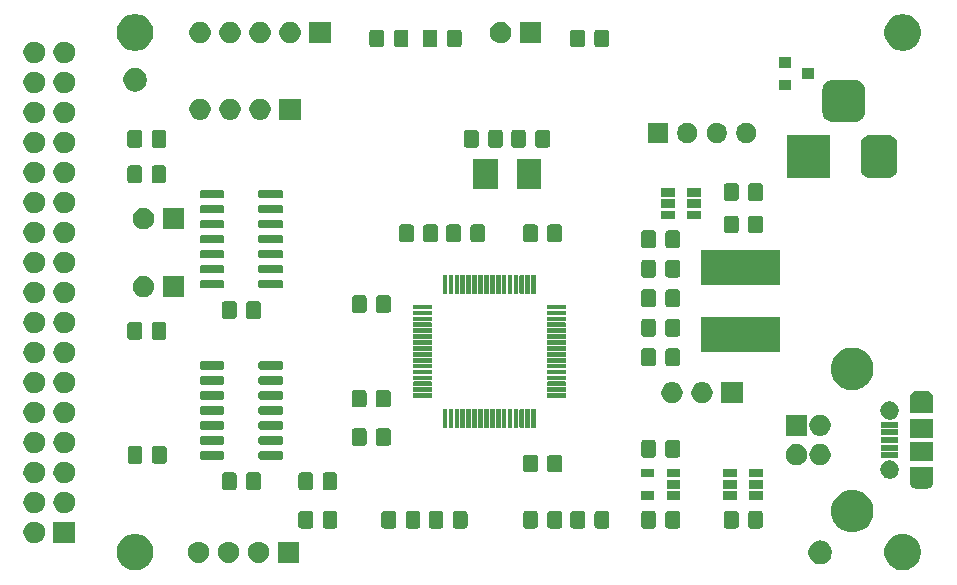
<source format=gbr>
G04 #@! TF.GenerationSoftware,KiCad,Pcbnew,(5.1.5)-3*
G04 #@! TF.CreationDate,2020-06-11T04:13:49+01:00*
G04 #@! TF.ProjectId,Greaseweazle_F7_Plus_V2,47726561-7365-4776-9561-7a6c655f4637,rev?*
G04 #@! TF.SameCoordinates,Original*
G04 #@! TF.FileFunction,Soldermask,Top*
G04 #@! TF.FilePolarity,Negative*
%FSLAX46Y46*%
G04 Gerber Fmt 4.6, Leading zero omitted, Abs format (unit mm)*
G04 Created by KiCad (PCBNEW (5.1.5)-3) date 2020-06-11 04:13:49*
%MOMM*%
%LPD*%
G04 APERTURE LIST*
%ADD10C,0.100000*%
G04 APERTURE END LIST*
D10*
G36*
X227302390Y-145479783D02*
G01*
X227452118Y-145509565D01*
X227568960Y-145557963D01*
X227734199Y-145626407D01*
X227734200Y-145626408D01*
X227988068Y-145796036D01*
X228203964Y-146011932D01*
X228262809Y-146100000D01*
X228373593Y-146265801D01*
X228490435Y-146547883D01*
X228550000Y-146847337D01*
X228550000Y-147152663D01*
X228490435Y-147452117D01*
X228373593Y-147734199D01*
X228373592Y-147734200D01*
X228203964Y-147988068D01*
X227988068Y-148203964D01*
X227860273Y-148289353D01*
X227734199Y-148373593D01*
X227568960Y-148442037D01*
X227452118Y-148490435D01*
X227302390Y-148520218D01*
X227152663Y-148550000D01*
X226847337Y-148550000D01*
X226697610Y-148520218D01*
X226547882Y-148490435D01*
X226431040Y-148442037D01*
X226265801Y-148373593D01*
X226139727Y-148289353D01*
X226011932Y-148203964D01*
X225796036Y-147988068D01*
X225626408Y-147734200D01*
X225626407Y-147734199D01*
X225509565Y-147452117D01*
X225450000Y-147152663D01*
X225450000Y-146847337D01*
X225509565Y-146547883D01*
X225626407Y-146265801D01*
X225737191Y-146100000D01*
X225796036Y-146011932D01*
X226011932Y-145796036D01*
X226265800Y-145626408D01*
X226265801Y-145626407D01*
X226431040Y-145557963D01*
X226547882Y-145509565D01*
X226697610Y-145479783D01*
X226847337Y-145450000D01*
X227152663Y-145450000D01*
X227302390Y-145479783D01*
G37*
G36*
X162302390Y-145479783D02*
G01*
X162452118Y-145509565D01*
X162568960Y-145557963D01*
X162734199Y-145626407D01*
X162734200Y-145626408D01*
X162988068Y-145796036D01*
X163203964Y-146011932D01*
X163262809Y-146100000D01*
X163373593Y-146265801D01*
X163490435Y-146547883D01*
X163550000Y-146847337D01*
X163550000Y-147152663D01*
X163490435Y-147452117D01*
X163373593Y-147734199D01*
X163373592Y-147734200D01*
X163203964Y-147988068D01*
X162988068Y-148203964D01*
X162860273Y-148289353D01*
X162734199Y-148373593D01*
X162568960Y-148442037D01*
X162452118Y-148490435D01*
X162302390Y-148520218D01*
X162152663Y-148550000D01*
X161847337Y-148550000D01*
X161697610Y-148520218D01*
X161547882Y-148490435D01*
X161431040Y-148442037D01*
X161265801Y-148373593D01*
X161139727Y-148289353D01*
X161011932Y-148203964D01*
X160796036Y-147988068D01*
X160626408Y-147734200D01*
X160626407Y-147734199D01*
X160509565Y-147452117D01*
X160450000Y-147152663D01*
X160450000Y-146847337D01*
X160509565Y-146547883D01*
X160626407Y-146265801D01*
X160737191Y-146100000D01*
X160796036Y-146011932D01*
X161011932Y-145796036D01*
X161265800Y-145626408D01*
X161265801Y-145626407D01*
X161431040Y-145557963D01*
X161547882Y-145509565D01*
X161697610Y-145479783D01*
X161847337Y-145450000D01*
X162152663Y-145450000D01*
X162302390Y-145479783D01*
G37*
G36*
X220195090Y-146019215D02*
G01*
X220291689Y-146038429D01*
X220473678Y-146113811D01*
X220637463Y-146223249D01*
X220776751Y-146362537D01*
X220886189Y-146526322D01*
X220961571Y-146708311D01*
X221000000Y-146901509D01*
X221000000Y-147098491D01*
X220961571Y-147291689D01*
X220886189Y-147473678D01*
X220776751Y-147637463D01*
X220637463Y-147776751D01*
X220473678Y-147886189D01*
X220291689Y-147961571D01*
X220195090Y-147980785D01*
X220098493Y-148000000D01*
X219901507Y-148000000D01*
X219804910Y-147980785D01*
X219708311Y-147961571D01*
X219526322Y-147886189D01*
X219362537Y-147776751D01*
X219223249Y-147637463D01*
X219113811Y-147473678D01*
X219038429Y-147291689D01*
X219000000Y-147098491D01*
X219000000Y-146901509D01*
X219038429Y-146708311D01*
X219113811Y-146526322D01*
X219223249Y-146362537D01*
X219362537Y-146223249D01*
X219526322Y-146113811D01*
X219708311Y-146038429D01*
X219804910Y-146019215D01*
X219901507Y-146000000D01*
X220098493Y-146000000D01*
X220195090Y-146019215D01*
G37*
G36*
X172618076Y-146113811D02*
G01*
X172722520Y-146134586D01*
X172838335Y-146182558D01*
X172876801Y-146198491D01*
X172886310Y-146202430D01*
X173033717Y-146300924D01*
X173159076Y-146426283D01*
X173257570Y-146573690D01*
X173325414Y-146737480D01*
X173360000Y-146911358D01*
X173360000Y-147088642D01*
X173325414Y-147262520D01*
X173257570Y-147426310D01*
X173159076Y-147573717D01*
X173033717Y-147699076D01*
X172886310Y-147797570D01*
X172722520Y-147865414D01*
X172664561Y-147876943D01*
X172548644Y-147900000D01*
X172371356Y-147900000D01*
X172255439Y-147876943D01*
X172197480Y-147865414D01*
X172033690Y-147797570D01*
X171886283Y-147699076D01*
X171760924Y-147573717D01*
X171662430Y-147426310D01*
X171594586Y-147262520D01*
X171560000Y-147088642D01*
X171560000Y-146911358D01*
X171594586Y-146737480D01*
X171662430Y-146573690D01*
X171760924Y-146426283D01*
X171886283Y-146300924D01*
X172033690Y-146202430D01*
X172043200Y-146198491D01*
X172081665Y-146182558D01*
X172197480Y-146134586D01*
X172301924Y-146113811D01*
X172371356Y-146100000D01*
X172548644Y-146100000D01*
X172618076Y-146113811D01*
G37*
G36*
X175900000Y-147900000D02*
G01*
X174100000Y-147900000D01*
X174100000Y-146100000D01*
X175900000Y-146100000D01*
X175900000Y-147900000D01*
G37*
G36*
X167538076Y-146113811D02*
G01*
X167642520Y-146134586D01*
X167758335Y-146182558D01*
X167796801Y-146198491D01*
X167806310Y-146202430D01*
X167953717Y-146300924D01*
X168079076Y-146426283D01*
X168177570Y-146573690D01*
X168245414Y-146737480D01*
X168280000Y-146911358D01*
X168280000Y-147088642D01*
X168245414Y-147262520D01*
X168177570Y-147426310D01*
X168079076Y-147573717D01*
X167953717Y-147699076D01*
X167806310Y-147797570D01*
X167642520Y-147865414D01*
X167584561Y-147876943D01*
X167468644Y-147900000D01*
X167291356Y-147900000D01*
X167175439Y-147876943D01*
X167117480Y-147865414D01*
X166953690Y-147797570D01*
X166806283Y-147699076D01*
X166680924Y-147573717D01*
X166582430Y-147426310D01*
X166514586Y-147262520D01*
X166480000Y-147088642D01*
X166480000Y-146911358D01*
X166514586Y-146737480D01*
X166582430Y-146573690D01*
X166680924Y-146426283D01*
X166806283Y-146300924D01*
X166953690Y-146202430D01*
X166963200Y-146198491D01*
X167001665Y-146182558D01*
X167117480Y-146134586D01*
X167221924Y-146113811D01*
X167291356Y-146100000D01*
X167468644Y-146100000D01*
X167538076Y-146113811D01*
G37*
G36*
X170078076Y-146113811D02*
G01*
X170182520Y-146134586D01*
X170298335Y-146182558D01*
X170336801Y-146198491D01*
X170346310Y-146202430D01*
X170493717Y-146300924D01*
X170619076Y-146426283D01*
X170717570Y-146573690D01*
X170785414Y-146737480D01*
X170820000Y-146911358D01*
X170820000Y-147088642D01*
X170785414Y-147262520D01*
X170717570Y-147426310D01*
X170619076Y-147573717D01*
X170493717Y-147699076D01*
X170346310Y-147797570D01*
X170182520Y-147865414D01*
X170124561Y-147876943D01*
X170008644Y-147900000D01*
X169831356Y-147900000D01*
X169715439Y-147876943D01*
X169657480Y-147865414D01*
X169493690Y-147797570D01*
X169346283Y-147699076D01*
X169220924Y-147573717D01*
X169122430Y-147426310D01*
X169054586Y-147262520D01*
X169020000Y-147088642D01*
X169020000Y-146911358D01*
X169054586Y-146737480D01*
X169122430Y-146573690D01*
X169220924Y-146426283D01*
X169346283Y-146300924D01*
X169493690Y-146202430D01*
X169503200Y-146198491D01*
X169541665Y-146182558D01*
X169657480Y-146134586D01*
X169761924Y-146113811D01*
X169831356Y-146100000D01*
X170008644Y-146100000D01*
X170078076Y-146113811D01*
G37*
G36*
X153608817Y-144418103D02*
G01*
X153726487Y-144441509D01*
X153892752Y-144510378D01*
X154042386Y-144610360D01*
X154169640Y-144737614D01*
X154269622Y-144887248D01*
X154338491Y-145053513D01*
X154373600Y-145230018D01*
X154373600Y-145409982D01*
X154338491Y-145586487D01*
X154269622Y-145752752D01*
X154169640Y-145902386D01*
X154042386Y-146029640D01*
X153892752Y-146129622D01*
X153726487Y-146198491D01*
X153608817Y-146221897D01*
X153549983Y-146233600D01*
X153370017Y-146233600D01*
X153311183Y-146221897D01*
X153193513Y-146198491D01*
X153027248Y-146129622D01*
X152877614Y-146029640D01*
X152750360Y-145902386D01*
X152650378Y-145752752D01*
X152581509Y-145586487D01*
X152546400Y-145409982D01*
X152546400Y-145230018D01*
X152581509Y-145053513D01*
X152650378Y-144887248D01*
X152750360Y-144737614D01*
X152877614Y-144610360D01*
X153027248Y-144510378D01*
X153193513Y-144441509D01*
X153311183Y-144418103D01*
X153370017Y-144406400D01*
X153549983Y-144406400D01*
X153608817Y-144418103D01*
G37*
G36*
X156913600Y-146233600D02*
G01*
X155086400Y-146233600D01*
X155086400Y-144406400D01*
X156913600Y-144406400D01*
X156913600Y-146233600D01*
G37*
G36*
X223038105Y-141750000D02*
G01*
X223235041Y-141789173D01*
X223562620Y-141924861D01*
X223857433Y-142121849D01*
X224108151Y-142372567D01*
X224305139Y-142667380D01*
X224440827Y-142994959D01*
X224475413Y-143168837D01*
X224510000Y-143342714D01*
X224510000Y-143697286D01*
X224495190Y-143771738D01*
X224440827Y-144045041D01*
X224305139Y-144372620D01*
X224108151Y-144667433D01*
X223857433Y-144918151D01*
X223562620Y-145115139D01*
X223235041Y-145250827D01*
X223061162Y-145285414D01*
X222887286Y-145320000D01*
X222532714Y-145320000D01*
X222358838Y-145285414D01*
X222184959Y-145250827D01*
X221857380Y-145115139D01*
X221562567Y-144918151D01*
X221311849Y-144667433D01*
X221114861Y-144372620D01*
X220979173Y-144045041D01*
X220924810Y-143771738D01*
X220910000Y-143697286D01*
X220910000Y-143342714D01*
X220944587Y-143168837D01*
X220979173Y-142994959D01*
X221114861Y-142667380D01*
X221311849Y-142372567D01*
X221562567Y-142121849D01*
X221857380Y-141924861D01*
X222184959Y-141789173D01*
X222381895Y-141750000D01*
X222532714Y-141720000D01*
X222887286Y-141720000D01*
X223038105Y-141750000D01*
G37*
G36*
X187903974Y-143504915D02*
G01*
X187949606Y-143518758D01*
X187991658Y-143541235D01*
X188028517Y-143571483D01*
X188058765Y-143608342D01*
X188081242Y-143650394D01*
X188095085Y-143696026D01*
X188100000Y-143745932D01*
X188100000Y-144754068D01*
X188095085Y-144803974D01*
X188081242Y-144849606D01*
X188058765Y-144891658D01*
X188028517Y-144928517D01*
X187991658Y-144958765D01*
X187949606Y-144981242D01*
X187903974Y-144995085D01*
X187854068Y-145000000D01*
X187095932Y-145000000D01*
X187046026Y-144995085D01*
X187000394Y-144981242D01*
X186958342Y-144958765D01*
X186921483Y-144928517D01*
X186891235Y-144891658D01*
X186868758Y-144849606D01*
X186854915Y-144803974D01*
X186850000Y-144754068D01*
X186850000Y-143745932D01*
X186854915Y-143696026D01*
X186868758Y-143650394D01*
X186891235Y-143608342D01*
X186921483Y-143571483D01*
X186958342Y-143541235D01*
X187000394Y-143518758D01*
X187046026Y-143504915D01*
X187095932Y-143500000D01*
X187854068Y-143500000D01*
X187903974Y-143504915D01*
G37*
G36*
X176881974Y-143504915D02*
G01*
X176927606Y-143518758D01*
X176969658Y-143541235D01*
X177006517Y-143571483D01*
X177036765Y-143608342D01*
X177059242Y-143650394D01*
X177073085Y-143696026D01*
X177078000Y-143745932D01*
X177078000Y-144754068D01*
X177073085Y-144803974D01*
X177059242Y-144849606D01*
X177036765Y-144891658D01*
X177006517Y-144928517D01*
X176969658Y-144958765D01*
X176927606Y-144981242D01*
X176881974Y-144995085D01*
X176832068Y-145000000D01*
X176073932Y-145000000D01*
X176024026Y-144995085D01*
X175978394Y-144981242D01*
X175936342Y-144958765D01*
X175899483Y-144928517D01*
X175869235Y-144891658D01*
X175846758Y-144849606D01*
X175832915Y-144803974D01*
X175828000Y-144754068D01*
X175828000Y-143745932D01*
X175832915Y-143696026D01*
X175846758Y-143650394D01*
X175869235Y-143608342D01*
X175899483Y-143571483D01*
X175936342Y-143541235D01*
X175978394Y-143518758D01*
X176024026Y-143504915D01*
X176073932Y-143500000D01*
X176832068Y-143500000D01*
X176881974Y-143504915D01*
G37*
G36*
X178931974Y-143504915D02*
G01*
X178977606Y-143518758D01*
X179019658Y-143541235D01*
X179056517Y-143571483D01*
X179086765Y-143608342D01*
X179109242Y-143650394D01*
X179123085Y-143696026D01*
X179128000Y-143745932D01*
X179128000Y-144754068D01*
X179123085Y-144803974D01*
X179109242Y-144849606D01*
X179086765Y-144891658D01*
X179056517Y-144928517D01*
X179019658Y-144958765D01*
X178977606Y-144981242D01*
X178931974Y-144995085D01*
X178882068Y-145000000D01*
X178123932Y-145000000D01*
X178074026Y-144995085D01*
X178028394Y-144981242D01*
X177986342Y-144958765D01*
X177949483Y-144928517D01*
X177919235Y-144891658D01*
X177896758Y-144849606D01*
X177882915Y-144803974D01*
X177878000Y-144754068D01*
X177878000Y-143745932D01*
X177882915Y-143696026D01*
X177896758Y-143650394D01*
X177919235Y-143608342D01*
X177949483Y-143571483D01*
X177986342Y-143541235D01*
X178028394Y-143518758D01*
X178074026Y-143504915D01*
X178123932Y-143500000D01*
X178882068Y-143500000D01*
X178931974Y-143504915D01*
G37*
G36*
X189953974Y-143504915D02*
G01*
X189999606Y-143518758D01*
X190041658Y-143541235D01*
X190078517Y-143571483D01*
X190108765Y-143608342D01*
X190131242Y-143650394D01*
X190145085Y-143696026D01*
X190150000Y-143745932D01*
X190150000Y-144754068D01*
X190145085Y-144803974D01*
X190131242Y-144849606D01*
X190108765Y-144891658D01*
X190078517Y-144928517D01*
X190041658Y-144958765D01*
X189999606Y-144981242D01*
X189953974Y-144995085D01*
X189904068Y-145000000D01*
X189145932Y-145000000D01*
X189096026Y-144995085D01*
X189050394Y-144981242D01*
X189008342Y-144958765D01*
X188971483Y-144928517D01*
X188941235Y-144891658D01*
X188918758Y-144849606D01*
X188904915Y-144803974D01*
X188900000Y-144754068D01*
X188900000Y-143745932D01*
X188904915Y-143696026D01*
X188918758Y-143650394D01*
X188941235Y-143608342D01*
X188971483Y-143571483D01*
X189008342Y-143541235D01*
X189050394Y-143518758D01*
X189096026Y-143504915D01*
X189145932Y-143500000D01*
X189904068Y-143500000D01*
X189953974Y-143504915D01*
G37*
G36*
X185953974Y-143504915D02*
G01*
X185999606Y-143518758D01*
X186041658Y-143541235D01*
X186078517Y-143571483D01*
X186108765Y-143608342D01*
X186131242Y-143650394D01*
X186145085Y-143696026D01*
X186150000Y-143745932D01*
X186150000Y-144754068D01*
X186145085Y-144803974D01*
X186131242Y-144849606D01*
X186108765Y-144891658D01*
X186078517Y-144928517D01*
X186041658Y-144958765D01*
X185999606Y-144981242D01*
X185953974Y-144995085D01*
X185904068Y-145000000D01*
X185145932Y-145000000D01*
X185096026Y-144995085D01*
X185050394Y-144981242D01*
X185008342Y-144958765D01*
X184971483Y-144928517D01*
X184941235Y-144891658D01*
X184918758Y-144849606D01*
X184904915Y-144803974D01*
X184900000Y-144754068D01*
X184900000Y-143745932D01*
X184904915Y-143696026D01*
X184918758Y-143650394D01*
X184941235Y-143608342D01*
X184971483Y-143571483D01*
X185008342Y-143541235D01*
X185050394Y-143518758D01*
X185096026Y-143504915D01*
X185145932Y-143500000D01*
X185904068Y-143500000D01*
X185953974Y-143504915D01*
G37*
G36*
X183903974Y-143504915D02*
G01*
X183949606Y-143518758D01*
X183991658Y-143541235D01*
X184028517Y-143571483D01*
X184058765Y-143608342D01*
X184081242Y-143650394D01*
X184095085Y-143696026D01*
X184100000Y-143745932D01*
X184100000Y-144754068D01*
X184095085Y-144803974D01*
X184081242Y-144849606D01*
X184058765Y-144891658D01*
X184028517Y-144928517D01*
X183991658Y-144958765D01*
X183949606Y-144981242D01*
X183903974Y-144995085D01*
X183854068Y-145000000D01*
X183095932Y-145000000D01*
X183046026Y-144995085D01*
X183000394Y-144981242D01*
X182958342Y-144958765D01*
X182921483Y-144928517D01*
X182891235Y-144891658D01*
X182868758Y-144849606D01*
X182854915Y-144803974D01*
X182850000Y-144754068D01*
X182850000Y-143745932D01*
X182854915Y-143696026D01*
X182868758Y-143650394D01*
X182891235Y-143608342D01*
X182921483Y-143571483D01*
X182958342Y-143541235D01*
X183000394Y-143518758D01*
X183046026Y-143504915D01*
X183095932Y-143500000D01*
X183854068Y-143500000D01*
X183903974Y-143504915D01*
G37*
G36*
X207953974Y-143504915D02*
G01*
X207999606Y-143518758D01*
X208041658Y-143541235D01*
X208078517Y-143571483D01*
X208108765Y-143608342D01*
X208131242Y-143650394D01*
X208145085Y-143696026D01*
X208150000Y-143745932D01*
X208150000Y-144754068D01*
X208145085Y-144803974D01*
X208131242Y-144849606D01*
X208108765Y-144891658D01*
X208078517Y-144928517D01*
X208041658Y-144958765D01*
X207999606Y-144981242D01*
X207953974Y-144995085D01*
X207904068Y-145000000D01*
X207145932Y-145000000D01*
X207096026Y-144995085D01*
X207050394Y-144981242D01*
X207008342Y-144958765D01*
X206971483Y-144928517D01*
X206941235Y-144891658D01*
X206918758Y-144849606D01*
X206904915Y-144803974D01*
X206900000Y-144754068D01*
X206900000Y-143745932D01*
X206904915Y-143696026D01*
X206918758Y-143650394D01*
X206941235Y-143608342D01*
X206971483Y-143571483D01*
X207008342Y-143541235D01*
X207050394Y-143518758D01*
X207096026Y-143504915D01*
X207145932Y-143500000D01*
X207904068Y-143500000D01*
X207953974Y-143504915D01*
G37*
G36*
X201953974Y-143504915D02*
G01*
X201999606Y-143518758D01*
X202041658Y-143541235D01*
X202078517Y-143571483D01*
X202108765Y-143608342D01*
X202131242Y-143650394D01*
X202145085Y-143696026D01*
X202150000Y-143745932D01*
X202150000Y-144754068D01*
X202145085Y-144803974D01*
X202131242Y-144849606D01*
X202108765Y-144891658D01*
X202078517Y-144928517D01*
X202041658Y-144958765D01*
X201999606Y-144981242D01*
X201953974Y-144995085D01*
X201904068Y-145000000D01*
X201145932Y-145000000D01*
X201096026Y-144995085D01*
X201050394Y-144981242D01*
X201008342Y-144958765D01*
X200971483Y-144928517D01*
X200941235Y-144891658D01*
X200918758Y-144849606D01*
X200904915Y-144803974D01*
X200900000Y-144754068D01*
X200900000Y-143745932D01*
X200904915Y-143696026D01*
X200918758Y-143650394D01*
X200941235Y-143608342D01*
X200971483Y-143571483D01*
X201008342Y-143541235D01*
X201050394Y-143518758D01*
X201096026Y-143504915D01*
X201145932Y-143500000D01*
X201904068Y-143500000D01*
X201953974Y-143504915D01*
G37*
G36*
X197953974Y-143504915D02*
G01*
X197999606Y-143518758D01*
X198041658Y-143541235D01*
X198078517Y-143571483D01*
X198108765Y-143608342D01*
X198131242Y-143650394D01*
X198145085Y-143696026D01*
X198150000Y-143745932D01*
X198150000Y-144754068D01*
X198145085Y-144803974D01*
X198131242Y-144849606D01*
X198108765Y-144891658D01*
X198078517Y-144928517D01*
X198041658Y-144958765D01*
X197999606Y-144981242D01*
X197953974Y-144995085D01*
X197904068Y-145000000D01*
X197145932Y-145000000D01*
X197096026Y-144995085D01*
X197050394Y-144981242D01*
X197008342Y-144958765D01*
X196971483Y-144928517D01*
X196941235Y-144891658D01*
X196918758Y-144849606D01*
X196904915Y-144803974D01*
X196900000Y-144754068D01*
X196900000Y-143745932D01*
X196904915Y-143696026D01*
X196918758Y-143650394D01*
X196941235Y-143608342D01*
X196971483Y-143571483D01*
X197008342Y-143541235D01*
X197050394Y-143518758D01*
X197096026Y-143504915D01*
X197145932Y-143500000D01*
X197904068Y-143500000D01*
X197953974Y-143504915D01*
G37*
G36*
X195903974Y-143504915D02*
G01*
X195949606Y-143518758D01*
X195991658Y-143541235D01*
X196028517Y-143571483D01*
X196058765Y-143608342D01*
X196081242Y-143650394D01*
X196095085Y-143696026D01*
X196100000Y-143745932D01*
X196100000Y-144754068D01*
X196095085Y-144803974D01*
X196081242Y-144849606D01*
X196058765Y-144891658D01*
X196028517Y-144928517D01*
X195991658Y-144958765D01*
X195949606Y-144981242D01*
X195903974Y-144995085D01*
X195854068Y-145000000D01*
X195095932Y-145000000D01*
X195046026Y-144995085D01*
X195000394Y-144981242D01*
X194958342Y-144958765D01*
X194921483Y-144928517D01*
X194891235Y-144891658D01*
X194868758Y-144849606D01*
X194854915Y-144803974D01*
X194850000Y-144754068D01*
X194850000Y-143745932D01*
X194854915Y-143696026D01*
X194868758Y-143650394D01*
X194891235Y-143608342D01*
X194921483Y-143571483D01*
X194958342Y-143541235D01*
X195000394Y-143518758D01*
X195046026Y-143504915D01*
X195095932Y-143500000D01*
X195854068Y-143500000D01*
X195903974Y-143504915D01*
G37*
G36*
X214953974Y-143504915D02*
G01*
X214999606Y-143518758D01*
X215041658Y-143541235D01*
X215078517Y-143571483D01*
X215108765Y-143608342D01*
X215131242Y-143650394D01*
X215145085Y-143696026D01*
X215150000Y-143745932D01*
X215150000Y-144754068D01*
X215145085Y-144803974D01*
X215131242Y-144849606D01*
X215108765Y-144891658D01*
X215078517Y-144928517D01*
X215041658Y-144958765D01*
X214999606Y-144981242D01*
X214953974Y-144995085D01*
X214904068Y-145000000D01*
X214145932Y-145000000D01*
X214096026Y-144995085D01*
X214050394Y-144981242D01*
X214008342Y-144958765D01*
X213971483Y-144928517D01*
X213941235Y-144891658D01*
X213918758Y-144849606D01*
X213904915Y-144803974D01*
X213900000Y-144754068D01*
X213900000Y-143745932D01*
X213904915Y-143696026D01*
X213918758Y-143650394D01*
X213941235Y-143608342D01*
X213971483Y-143571483D01*
X214008342Y-143541235D01*
X214050394Y-143518758D01*
X214096026Y-143504915D01*
X214145932Y-143500000D01*
X214904068Y-143500000D01*
X214953974Y-143504915D01*
G37*
G36*
X205903974Y-143504915D02*
G01*
X205949606Y-143518758D01*
X205991658Y-143541235D01*
X206028517Y-143571483D01*
X206058765Y-143608342D01*
X206081242Y-143650394D01*
X206095085Y-143696026D01*
X206100000Y-143745932D01*
X206100000Y-144754068D01*
X206095085Y-144803974D01*
X206081242Y-144849606D01*
X206058765Y-144891658D01*
X206028517Y-144928517D01*
X205991658Y-144958765D01*
X205949606Y-144981242D01*
X205903974Y-144995085D01*
X205854068Y-145000000D01*
X205095932Y-145000000D01*
X205046026Y-144995085D01*
X205000394Y-144981242D01*
X204958342Y-144958765D01*
X204921483Y-144928517D01*
X204891235Y-144891658D01*
X204868758Y-144849606D01*
X204854915Y-144803974D01*
X204850000Y-144754068D01*
X204850000Y-143745932D01*
X204854915Y-143696026D01*
X204868758Y-143650394D01*
X204891235Y-143608342D01*
X204921483Y-143571483D01*
X204958342Y-143541235D01*
X205000394Y-143518758D01*
X205046026Y-143504915D01*
X205095932Y-143500000D01*
X205854068Y-143500000D01*
X205903974Y-143504915D01*
G37*
G36*
X212903974Y-143504915D02*
G01*
X212949606Y-143518758D01*
X212991658Y-143541235D01*
X213028517Y-143571483D01*
X213058765Y-143608342D01*
X213081242Y-143650394D01*
X213095085Y-143696026D01*
X213100000Y-143745932D01*
X213100000Y-144754068D01*
X213095085Y-144803974D01*
X213081242Y-144849606D01*
X213058765Y-144891658D01*
X213028517Y-144928517D01*
X212991658Y-144958765D01*
X212949606Y-144981242D01*
X212903974Y-144995085D01*
X212854068Y-145000000D01*
X212095932Y-145000000D01*
X212046026Y-144995085D01*
X212000394Y-144981242D01*
X211958342Y-144958765D01*
X211921483Y-144928517D01*
X211891235Y-144891658D01*
X211868758Y-144849606D01*
X211854915Y-144803974D01*
X211850000Y-144754068D01*
X211850000Y-143745932D01*
X211854915Y-143696026D01*
X211868758Y-143650394D01*
X211891235Y-143608342D01*
X211921483Y-143571483D01*
X211958342Y-143541235D01*
X212000394Y-143518758D01*
X212046026Y-143504915D01*
X212095932Y-143500000D01*
X212854068Y-143500000D01*
X212903974Y-143504915D01*
G37*
G36*
X199903974Y-143504915D02*
G01*
X199949606Y-143518758D01*
X199991658Y-143541235D01*
X200028517Y-143571483D01*
X200058765Y-143608342D01*
X200081242Y-143650394D01*
X200095085Y-143696026D01*
X200100000Y-143745932D01*
X200100000Y-144754068D01*
X200095085Y-144803974D01*
X200081242Y-144849606D01*
X200058765Y-144891658D01*
X200028517Y-144928517D01*
X199991658Y-144958765D01*
X199949606Y-144981242D01*
X199903974Y-144995085D01*
X199854068Y-145000000D01*
X199095932Y-145000000D01*
X199046026Y-144995085D01*
X199000394Y-144981242D01*
X198958342Y-144958765D01*
X198921483Y-144928517D01*
X198891235Y-144891658D01*
X198868758Y-144849606D01*
X198854915Y-144803974D01*
X198850000Y-144754068D01*
X198850000Y-143745932D01*
X198854915Y-143696026D01*
X198868758Y-143650394D01*
X198891235Y-143608342D01*
X198921483Y-143571483D01*
X198958342Y-143541235D01*
X199000394Y-143518758D01*
X199046026Y-143504915D01*
X199095932Y-143500000D01*
X199854068Y-143500000D01*
X199903974Y-143504915D01*
G37*
G36*
X156148817Y-141878103D02*
G01*
X156266487Y-141901509D01*
X156432752Y-141970378D01*
X156582386Y-142070360D01*
X156709640Y-142197614D01*
X156809622Y-142347248D01*
X156878491Y-142513513D01*
X156901897Y-142631183D01*
X156909098Y-142667382D01*
X156913600Y-142690018D01*
X156913600Y-142869982D01*
X156878491Y-143046487D01*
X156809622Y-143212752D01*
X156709640Y-143362386D01*
X156582386Y-143489640D01*
X156432752Y-143589622D01*
X156266487Y-143658491D01*
X156148817Y-143681897D01*
X156089983Y-143693600D01*
X155910017Y-143693600D01*
X155851183Y-143681897D01*
X155733513Y-143658491D01*
X155567248Y-143589622D01*
X155417614Y-143489640D01*
X155290360Y-143362386D01*
X155190378Y-143212752D01*
X155121509Y-143046487D01*
X155086400Y-142869982D01*
X155086400Y-142690018D01*
X155090903Y-142667382D01*
X155098103Y-142631183D01*
X155121509Y-142513513D01*
X155190378Y-142347248D01*
X155290360Y-142197614D01*
X155417614Y-142070360D01*
X155567248Y-141970378D01*
X155733513Y-141901509D01*
X155851183Y-141878103D01*
X155910017Y-141866400D01*
X156089983Y-141866400D01*
X156148817Y-141878103D01*
G37*
G36*
X153608817Y-141878103D02*
G01*
X153726487Y-141901509D01*
X153892752Y-141970378D01*
X154042386Y-142070360D01*
X154169640Y-142197614D01*
X154269622Y-142347248D01*
X154338491Y-142513513D01*
X154361897Y-142631183D01*
X154369098Y-142667382D01*
X154373600Y-142690018D01*
X154373600Y-142869982D01*
X154338491Y-143046487D01*
X154269622Y-143212752D01*
X154169640Y-143362386D01*
X154042386Y-143489640D01*
X153892752Y-143589622D01*
X153726487Y-143658491D01*
X153608817Y-143681897D01*
X153549983Y-143693600D01*
X153370017Y-143693600D01*
X153311183Y-143681897D01*
X153193513Y-143658491D01*
X153027248Y-143589622D01*
X152877614Y-143489640D01*
X152750360Y-143362386D01*
X152650378Y-143212752D01*
X152581509Y-143046487D01*
X152546400Y-142869982D01*
X152546400Y-142690018D01*
X152550903Y-142667382D01*
X152558103Y-142631183D01*
X152581509Y-142513513D01*
X152650378Y-142347248D01*
X152750360Y-142197614D01*
X152877614Y-142070360D01*
X153027248Y-141970378D01*
X153193513Y-141901509D01*
X153311183Y-141878103D01*
X153370017Y-141866400D01*
X153549983Y-141866400D01*
X153608817Y-141878103D01*
G37*
G36*
X212980000Y-142575000D02*
G01*
X211820000Y-142575000D01*
X211820000Y-141825000D01*
X212980000Y-141825000D01*
X212980000Y-142575000D01*
G37*
G36*
X205980000Y-142575000D02*
G01*
X204820000Y-142575000D01*
X204820000Y-141825000D01*
X205980000Y-141825000D01*
X205980000Y-142575000D01*
G37*
G36*
X215180000Y-142575000D02*
G01*
X214020000Y-142575000D01*
X214020000Y-141825000D01*
X215180000Y-141825000D01*
X215180000Y-142575000D01*
G37*
G36*
X208180000Y-142575000D02*
G01*
X207020000Y-142575000D01*
X207020000Y-141825000D01*
X208180000Y-141825000D01*
X208180000Y-142575000D01*
G37*
G36*
X178931974Y-140254915D02*
G01*
X178977606Y-140268758D01*
X179019658Y-140291235D01*
X179056517Y-140321483D01*
X179086765Y-140358342D01*
X179109242Y-140400394D01*
X179123085Y-140446026D01*
X179128000Y-140495932D01*
X179128000Y-141504068D01*
X179123085Y-141553974D01*
X179109242Y-141599606D01*
X179086765Y-141641658D01*
X179056517Y-141678517D01*
X179019658Y-141708765D01*
X178977606Y-141731242D01*
X178931974Y-141745085D01*
X178882068Y-141750000D01*
X178123932Y-141750000D01*
X178074026Y-141745085D01*
X178028394Y-141731242D01*
X177986342Y-141708765D01*
X177949483Y-141678517D01*
X177919235Y-141641658D01*
X177896758Y-141599606D01*
X177882915Y-141553974D01*
X177878000Y-141504068D01*
X177878000Y-140495932D01*
X177882915Y-140446026D01*
X177896758Y-140400394D01*
X177919235Y-140358342D01*
X177949483Y-140321483D01*
X177986342Y-140291235D01*
X178028394Y-140268758D01*
X178074026Y-140254915D01*
X178123932Y-140250000D01*
X178882068Y-140250000D01*
X178931974Y-140254915D01*
G37*
G36*
X170403974Y-140254915D02*
G01*
X170449606Y-140268758D01*
X170491658Y-140291235D01*
X170528517Y-140321483D01*
X170558765Y-140358342D01*
X170581242Y-140400394D01*
X170595085Y-140446026D01*
X170600000Y-140495932D01*
X170600000Y-141504068D01*
X170595085Y-141553974D01*
X170581242Y-141599606D01*
X170558765Y-141641658D01*
X170528517Y-141678517D01*
X170491658Y-141708765D01*
X170449606Y-141731242D01*
X170403974Y-141745085D01*
X170354068Y-141750000D01*
X169595932Y-141750000D01*
X169546026Y-141745085D01*
X169500394Y-141731242D01*
X169458342Y-141708765D01*
X169421483Y-141678517D01*
X169391235Y-141641658D01*
X169368758Y-141599606D01*
X169354915Y-141553974D01*
X169350000Y-141504068D01*
X169350000Y-140495932D01*
X169354915Y-140446026D01*
X169368758Y-140400394D01*
X169391235Y-140358342D01*
X169421483Y-140321483D01*
X169458342Y-140291235D01*
X169500394Y-140268758D01*
X169546026Y-140254915D01*
X169595932Y-140250000D01*
X170354068Y-140250000D01*
X170403974Y-140254915D01*
G37*
G36*
X176881974Y-140254915D02*
G01*
X176927606Y-140268758D01*
X176969658Y-140291235D01*
X177006517Y-140321483D01*
X177036765Y-140358342D01*
X177059242Y-140400394D01*
X177073085Y-140446026D01*
X177078000Y-140495932D01*
X177078000Y-141504068D01*
X177073085Y-141553974D01*
X177059242Y-141599606D01*
X177036765Y-141641658D01*
X177006517Y-141678517D01*
X176969658Y-141708765D01*
X176927606Y-141731242D01*
X176881974Y-141745085D01*
X176832068Y-141750000D01*
X176073932Y-141750000D01*
X176024026Y-141745085D01*
X175978394Y-141731242D01*
X175936342Y-141708765D01*
X175899483Y-141678517D01*
X175869235Y-141641658D01*
X175846758Y-141599606D01*
X175832915Y-141553974D01*
X175828000Y-141504068D01*
X175828000Y-140495932D01*
X175832915Y-140446026D01*
X175846758Y-140400394D01*
X175869235Y-140358342D01*
X175899483Y-140321483D01*
X175936342Y-140291235D01*
X175978394Y-140268758D01*
X176024026Y-140254915D01*
X176073932Y-140250000D01*
X176832068Y-140250000D01*
X176881974Y-140254915D01*
G37*
G36*
X172453974Y-140254915D02*
G01*
X172499606Y-140268758D01*
X172541658Y-140291235D01*
X172578517Y-140321483D01*
X172608765Y-140358342D01*
X172631242Y-140400394D01*
X172645085Y-140446026D01*
X172650000Y-140495932D01*
X172650000Y-141504068D01*
X172645085Y-141553974D01*
X172631242Y-141599606D01*
X172608765Y-141641658D01*
X172578517Y-141678517D01*
X172541658Y-141708765D01*
X172499606Y-141731242D01*
X172453974Y-141745085D01*
X172404068Y-141750000D01*
X171645932Y-141750000D01*
X171596026Y-141745085D01*
X171550394Y-141731242D01*
X171508342Y-141708765D01*
X171471483Y-141678517D01*
X171441235Y-141641658D01*
X171418758Y-141599606D01*
X171404915Y-141553974D01*
X171400000Y-141504068D01*
X171400000Y-140495932D01*
X171404915Y-140446026D01*
X171418758Y-140400394D01*
X171441235Y-140358342D01*
X171471483Y-140321483D01*
X171508342Y-140291235D01*
X171550394Y-140268758D01*
X171596026Y-140254915D01*
X171645932Y-140250000D01*
X172404068Y-140250000D01*
X172453974Y-140254915D01*
G37*
G36*
X229587500Y-140965620D02*
G01*
X229587740Y-140970510D01*
X229590645Y-141000000D01*
X229587740Y-141029490D01*
X229587500Y-141034380D01*
X229587500Y-141075894D01*
X229584843Y-141080865D01*
X229581998Y-141090245D01*
X229581280Y-141095088D01*
X229578095Y-141127422D01*
X229540927Y-141249948D01*
X229480570Y-141362868D01*
X229399343Y-141461843D01*
X229300368Y-141543070D01*
X229187448Y-141603427D01*
X229064922Y-141640595D01*
X228969432Y-141650000D01*
X228205568Y-141650000D01*
X228110078Y-141640595D01*
X227987552Y-141603427D01*
X227874632Y-141543070D01*
X227775657Y-141461843D01*
X227694430Y-141362868D01*
X227634073Y-141249948D01*
X227596905Y-141127422D01*
X227593721Y-141095094D01*
X227591810Y-141085485D01*
X227588059Y-141076430D01*
X227587500Y-141075593D01*
X227587500Y-141034380D01*
X227587260Y-141029490D01*
X227584355Y-141000000D01*
X227587260Y-140970510D01*
X227587500Y-140965620D01*
X227587500Y-139750000D01*
X229587500Y-139750000D01*
X229587500Y-140965620D01*
G37*
G36*
X208180000Y-141625000D02*
G01*
X207020000Y-141625000D01*
X207020000Y-140875000D01*
X208180000Y-140875000D01*
X208180000Y-141625000D01*
G37*
G36*
X215180000Y-141625000D02*
G01*
X214020000Y-141625000D01*
X214020000Y-140875000D01*
X215180000Y-140875000D01*
X215180000Y-141625000D01*
G37*
G36*
X212980000Y-141625000D02*
G01*
X211820000Y-141625000D01*
X211820000Y-140875000D01*
X212980000Y-140875000D01*
X212980000Y-141625000D01*
G37*
G36*
X156148817Y-139338103D02*
G01*
X156266487Y-139361509D01*
X156432752Y-139430378D01*
X156582386Y-139530360D01*
X156709640Y-139657614D01*
X156809622Y-139807248D01*
X156878491Y-139973513D01*
X156901897Y-140091183D01*
X156913600Y-140150017D01*
X156913600Y-140329983D01*
X156906217Y-140367099D01*
X156878491Y-140506487D01*
X156809622Y-140672752D01*
X156709640Y-140822386D01*
X156582386Y-140949640D01*
X156432752Y-141049622D01*
X156266487Y-141118491D01*
X156148817Y-141141897D01*
X156089983Y-141153600D01*
X155910017Y-141153600D01*
X155851183Y-141141897D01*
X155733513Y-141118491D01*
X155567248Y-141049622D01*
X155417614Y-140949640D01*
X155290360Y-140822386D01*
X155190378Y-140672752D01*
X155121509Y-140506487D01*
X155093783Y-140367099D01*
X155086400Y-140329983D01*
X155086400Y-140150017D01*
X155098103Y-140091183D01*
X155121509Y-139973513D01*
X155190378Y-139807248D01*
X155290360Y-139657614D01*
X155417614Y-139530360D01*
X155567248Y-139430378D01*
X155733513Y-139361509D01*
X155851183Y-139338103D01*
X155910017Y-139326400D01*
X156089983Y-139326400D01*
X156148817Y-139338103D01*
G37*
G36*
X153608817Y-139338103D02*
G01*
X153726487Y-139361509D01*
X153892752Y-139430378D01*
X154042386Y-139530360D01*
X154169640Y-139657614D01*
X154269622Y-139807248D01*
X154338491Y-139973513D01*
X154361897Y-140091183D01*
X154373600Y-140150017D01*
X154373600Y-140329983D01*
X154366217Y-140367099D01*
X154338491Y-140506487D01*
X154269622Y-140672752D01*
X154169640Y-140822386D01*
X154042386Y-140949640D01*
X153892752Y-141049622D01*
X153726487Y-141118491D01*
X153608817Y-141141897D01*
X153549983Y-141153600D01*
X153370017Y-141153600D01*
X153311183Y-141141897D01*
X153193513Y-141118491D01*
X153027248Y-141049622D01*
X152877614Y-140949640D01*
X152750360Y-140822386D01*
X152650378Y-140672752D01*
X152581509Y-140506487D01*
X152553783Y-140367099D01*
X152546400Y-140329983D01*
X152546400Y-140150017D01*
X152558103Y-140091183D01*
X152581509Y-139973513D01*
X152650378Y-139807248D01*
X152750360Y-139657614D01*
X152877614Y-139530360D01*
X153027248Y-139430378D01*
X153193513Y-139361509D01*
X153311183Y-139338103D01*
X153370017Y-139326400D01*
X153549983Y-139326400D01*
X153608817Y-139338103D01*
G37*
G36*
X226113557Y-139254782D02*
G01*
X226254599Y-139313203D01*
X226283108Y-139332252D01*
X226381534Y-139398018D01*
X226489482Y-139505966D01*
X226489483Y-139505968D01*
X226574297Y-139632901D01*
X226632718Y-139773943D01*
X226662500Y-139923668D01*
X226662500Y-140076332D01*
X226632718Y-140226057D01*
X226574297Y-140367099D01*
X226574296Y-140367100D01*
X226489482Y-140494034D01*
X226381534Y-140601982D01*
X226328928Y-140637132D01*
X226254599Y-140686797D01*
X226113557Y-140745218D01*
X225963832Y-140775000D01*
X225811168Y-140775000D01*
X225661443Y-140745218D01*
X225520401Y-140686797D01*
X225446072Y-140637132D01*
X225393466Y-140601982D01*
X225285518Y-140494034D01*
X225200704Y-140367100D01*
X225200703Y-140367099D01*
X225142282Y-140226057D01*
X225112500Y-140076332D01*
X225112500Y-139923668D01*
X225142282Y-139773943D01*
X225200703Y-139632901D01*
X225285517Y-139505968D01*
X225285518Y-139505966D01*
X225393466Y-139398018D01*
X225491892Y-139332252D01*
X225520401Y-139313203D01*
X225661443Y-139254782D01*
X225811168Y-139225000D01*
X225963832Y-139225000D01*
X226113557Y-139254782D01*
G37*
G36*
X215180000Y-140675000D02*
G01*
X214020000Y-140675000D01*
X214020000Y-139925000D01*
X215180000Y-139925000D01*
X215180000Y-140675000D01*
G37*
G36*
X208180000Y-140675000D02*
G01*
X207020000Y-140675000D01*
X207020000Y-139925000D01*
X208180000Y-139925000D01*
X208180000Y-140675000D01*
G37*
G36*
X205980000Y-140675000D02*
G01*
X204820000Y-140675000D01*
X204820000Y-139925000D01*
X205980000Y-139925000D01*
X205980000Y-140675000D01*
G37*
G36*
X212980000Y-140675000D02*
G01*
X211820000Y-140675000D01*
X211820000Y-139925000D01*
X212980000Y-139925000D01*
X212980000Y-140675000D01*
G37*
G36*
X197953974Y-138754915D02*
G01*
X197999606Y-138768758D01*
X198041658Y-138791235D01*
X198078517Y-138821483D01*
X198108765Y-138858342D01*
X198131242Y-138900394D01*
X198145085Y-138946026D01*
X198150000Y-138995932D01*
X198150000Y-140004068D01*
X198145085Y-140053974D01*
X198131242Y-140099606D01*
X198108765Y-140141658D01*
X198078517Y-140178517D01*
X198041658Y-140208765D01*
X197999606Y-140231242D01*
X197953974Y-140245085D01*
X197904068Y-140250000D01*
X197145932Y-140250000D01*
X197096026Y-140245085D01*
X197050394Y-140231242D01*
X197008342Y-140208765D01*
X196971483Y-140178517D01*
X196941235Y-140141658D01*
X196918758Y-140099606D01*
X196904915Y-140053974D01*
X196900000Y-140004068D01*
X196900000Y-138995932D01*
X196904915Y-138946026D01*
X196918758Y-138900394D01*
X196941235Y-138858342D01*
X196971483Y-138821483D01*
X197008342Y-138791235D01*
X197050394Y-138768758D01*
X197096026Y-138754915D01*
X197145932Y-138750000D01*
X197904068Y-138750000D01*
X197953974Y-138754915D01*
G37*
G36*
X195903974Y-138754915D02*
G01*
X195949606Y-138768758D01*
X195991658Y-138791235D01*
X196028517Y-138821483D01*
X196058765Y-138858342D01*
X196081242Y-138900394D01*
X196095085Y-138946026D01*
X196100000Y-138995932D01*
X196100000Y-140004068D01*
X196095085Y-140053974D01*
X196081242Y-140099606D01*
X196058765Y-140141658D01*
X196028517Y-140178517D01*
X195991658Y-140208765D01*
X195949606Y-140231242D01*
X195903974Y-140245085D01*
X195854068Y-140250000D01*
X195095932Y-140250000D01*
X195046026Y-140245085D01*
X195000394Y-140231242D01*
X194958342Y-140208765D01*
X194921483Y-140178517D01*
X194891235Y-140141658D01*
X194868758Y-140099606D01*
X194854915Y-140053974D01*
X194850000Y-140004068D01*
X194850000Y-138995932D01*
X194854915Y-138946026D01*
X194868758Y-138900394D01*
X194891235Y-138858342D01*
X194921483Y-138821483D01*
X194958342Y-138791235D01*
X195000394Y-138768758D01*
X195046026Y-138754915D01*
X195095932Y-138750000D01*
X195854068Y-138750000D01*
X195903974Y-138754915D01*
G37*
G36*
X220204561Y-137873057D02*
G01*
X220262520Y-137884586D01*
X220426310Y-137952430D01*
X220573717Y-138050924D01*
X220699076Y-138176283D01*
X220797570Y-138323690D01*
X220864587Y-138485483D01*
X220865414Y-138487481D01*
X220900000Y-138661356D01*
X220900000Y-138838644D01*
X220889455Y-138891658D01*
X220865414Y-139012520D01*
X220797570Y-139176310D01*
X220699076Y-139323717D01*
X220573717Y-139449076D01*
X220426310Y-139547570D01*
X220262520Y-139615414D01*
X220204561Y-139626943D01*
X220088644Y-139650000D01*
X219911356Y-139650000D01*
X219795439Y-139626943D01*
X219737480Y-139615414D01*
X219573690Y-139547570D01*
X219426283Y-139449076D01*
X219300924Y-139323717D01*
X219202430Y-139176310D01*
X219134586Y-139012520D01*
X219110545Y-138891658D01*
X219100000Y-138838644D01*
X219100000Y-138661356D01*
X219134586Y-138487481D01*
X219135414Y-138485483D01*
X219202430Y-138323690D01*
X219300924Y-138176283D01*
X219426283Y-138050924D01*
X219573690Y-137952430D01*
X219737480Y-137884586D01*
X219795439Y-137873057D01*
X219911356Y-137850000D01*
X220088644Y-137850000D01*
X220204561Y-137873057D01*
G37*
G36*
X218204561Y-137873057D02*
G01*
X218262520Y-137884586D01*
X218426310Y-137952430D01*
X218573717Y-138050924D01*
X218699076Y-138176283D01*
X218797570Y-138323690D01*
X218864587Y-138485483D01*
X218865414Y-138487481D01*
X218900000Y-138661356D01*
X218900000Y-138838644D01*
X218889455Y-138891658D01*
X218865414Y-139012520D01*
X218797570Y-139176310D01*
X218699076Y-139323717D01*
X218573717Y-139449076D01*
X218426310Y-139547570D01*
X218262520Y-139615414D01*
X218204561Y-139626943D01*
X218088644Y-139650000D01*
X217911356Y-139650000D01*
X217795439Y-139626943D01*
X217737480Y-139615414D01*
X217573690Y-139547570D01*
X217426283Y-139449076D01*
X217300924Y-139323717D01*
X217202430Y-139176310D01*
X217134586Y-139012520D01*
X217110545Y-138891658D01*
X217100000Y-138838644D01*
X217100000Y-138661356D01*
X217134586Y-138487481D01*
X217135414Y-138485483D01*
X217202430Y-138323690D01*
X217300924Y-138176283D01*
X217426283Y-138050924D01*
X217573690Y-137952430D01*
X217737480Y-137884586D01*
X217795439Y-137873057D01*
X217911356Y-137850000D01*
X218088644Y-137850000D01*
X218204561Y-137873057D01*
G37*
G36*
X164483974Y-138004915D02*
G01*
X164529606Y-138018758D01*
X164571658Y-138041235D01*
X164608517Y-138071483D01*
X164638765Y-138108342D01*
X164661242Y-138150394D01*
X164675085Y-138196026D01*
X164680000Y-138245932D01*
X164680000Y-139254068D01*
X164675085Y-139303974D01*
X164661242Y-139349606D01*
X164638765Y-139391658D01*
X164608517Y-139428517D01*
X164571658Y-139458765D01*
X164529606Y-139481242D01*
X164483974Y-139495085D01*
X164434068Y-139500000D01*
X163675932Y-139500000D01*
X163626026Y-139495085D01*
X163580394Y-139481242D01*
X163538342Y-139458765D01*
X163501483Y-139428517D01*
X163471235Y-139391658D01*
X163448758Y-139349606D01*
X163434915Y-139303974D01*
X163430000Y-139254068D01*
X163430000Y-138245932D01*
X163434915Y-138196026D01*
X163448758Y-138150394D01*
X163471235Y-138108342D01*
X163501483Y-138071483D01*
X163538342Y-138041235D01*
X163580394Y-138018758D01*
X163626026Y-138004915D01*
X163675932Y-138000000D01*
X164434068Y-138000000D01*
X164483974Y-138004915D01*
G37*
G36*
X162433974Y-138004915D02*
G01*
X162479606Y-138018758D01*
X162521658Y-138041235D01*
X162558517Y-138071483D01*
X162588765Y-138108342D01*
X162611242Y-138150394D01*
X162625085Y-138196026D01*
X162630000Y-138245932D01*
X162630000Y-139254068D01*
X162625085Y-139303974D01*
X162611242Y-139349606D01*
X162588765Y-139391658D01*
X162558517Y-139428517D01*
X162521658Y-139458765D01*
X162479606Y-139481242D01*
X162433974Y-139495085D01*
X162384068Y-139500000D01*
X161625932Y-139500000D01*
X161576026Y-139495085D01*
X161530394Y-139481242D01*
X161488342Y-139458765D01*
X161451483Y-139428517D01*
X161421235Y-139391658D01*
X161398758Y-139349606D01*
X161384915Y-139303974D01*
X161380000Y-139254068D01*
X161380000Y-138245932D01*
X161384915Y-138196026D01*
X161398758Y-138150394D01*
X161421235Y-138108342D01*
X161451483Y-138071483D01*
X161488342Y-138041235D01*
X161530394Y-138018758D01*
X161576026Y-138004915D01*
X161625932Y-138000000D01*
X162384068Y-138000000D01*
X162433974Y-138004915D01*
G37*
G36*
X229587500Y-139300000D02*
G01*
X227587500Y-139300000D01*
X227587500Y-137700000D01*
X229587500Y-137700000D01*
X229587500Y-139300000D01*
G37*
G36*
X169429216Y-138463119D02*
G01*
X169457309Y-138471641D01*
X169483204Y-138485483D01*
X169505896Y-138504104D01*
X169524517Y-138526796D01*
X169538359Y-138552691D01*
X169546881Y-138580784D01*
X169550000Y-138612454D01*
X169550000Y-139007546D01*
X169546881Y-139039216D01*
X169538359Y-139067309D01*
X169524517Y-139093204D01*
X169505896Y-139115896D01*
X169483204Y-139134517D01*
X169457309Y-139148359D01*
X169429216Y-139156881D01*
X169397546Y-139160000D01*
X167652454Y-139160000D01*
X167620784Y-139156881D01*
X167592691Y-139148359D01*
X167566796Y-139134517D01*
X167544104Y-139115896D01*
X167525483Y-139093204D01*
X167511641Y-139067309D01*
X167503119Y-139039216D01*
X167500000Y-139007546D01*
X167500000Y-138612454D01*
X167503119Y-138580784D01*
X167511641Y-138552691D01*
X167525483Y-138526796D01*
X167544104Y-138504104D01*
X167566796Y-138485483D01*
X167592691Y-138471641D01*
X167620784Y-138463119D01*
X167652454Y-138460000D01*
X169397546Y-138460000D01*
X169429216Y-138463119D01*
G37*
G36*
X174379216Y-138463119D02*
G01*
X174407309Y-138471641D01*
X174433204Y-138485483D01*
X174455896Y-138504104D01*
X174474517Y-138526796D01*
X174488359Y-138552691D01*
X174496881Y-138580784D01*
X174500000Y-138612454D01*
X174500000Y-139007546D01*
X174496881Y-139039216D01*
X174488359Y-139067309D01*
X174474517Y-139093204D01*
X174455896Y-139115896D01*
X174433204Y-139134517D01*
X174407309Y-139148359D01*
X174379216Y-139156881D01*
X174347546Y-139160000D01*
X172602454Y-139160000D01*
X172570784Y-139156881D01*
X172542691Y-139148359D01*
X172516796Y-139134517D01*
X172494104Y-139115896D01*
X172475483Y-139093204D01*
X172461641Y-139067309D01*
X172453119Y-139039216D01*
X172450000Y-139007546D01*
X172450000Y-138612454D01*
X172453119Y-138580784D01*
X172461641Y-138552691D01*
X172475483Y-138526796D01*
X172494104Y-138504104D01*
X172516796Y-138485483D01*
X172542691Y-138471641D01*
X172570784Y-138463119D01*
X172602454Y-138460000D01*
X174347546Y-138460000D01*
X174379216Y-138463119D01*
G37*
G36*
X226612500Y-139050000D02*
G01*
X225162500Y-139050000D01*
X225162500Y-138550000D01*
X226612500Y-138550000D01*
X226612500Y-139050000D01*
G37*
G36*
X207953974Y-137504915D02*
G01*
X207999606Y-137518758D01*
X208041658Y-137541235D01*
X208078517Y-137571483D01*
X208108765Y-137608342D01*
X208131242Y-137650394D01*
X208145085Y-137696026D01*
X208150000Y-137745932D01*
X208150000Y-138754068D01*
X208145085Y-138803974D01*
X208131242Y-138849606D01*
X208108765Y-138891658D01*
X208078517Y-138928517D01*
X208041658Y-138958765D01*
X207999606Y-138981242D01*
X207953974Y-138995085D01*
X207904068Y-139000000D01*
X207145932Y-139000000D01*
X207096026Y-138995085D01*
X207050394Y-138981242D01*
X207008342Y-138958765D01*
X206971483Y-138928517D01*
X206941235Y-138891658D01*
X206918758Y-138849606D01*
X206904915Y-138803974D01*
X206900000Y-138754068D01*
X206900000Y-137745932D01*
X206904915Y-137696026D01*
X206918758Y-137650394D01*
X206941235Y-137608342D01*
X206971483Y-137571483D01*
X207008342Y-137541235D01*
X207050394Y-137518758D01*
X207096026Y-137504915D01*
X207145932Y-137500000D01*
X207904068Y-137500000D01*
X207953974Y-137504915D01*
G37*
G36*
X205903974Y-137504915D02*
G01*
X205949606Y-137518758D01*
X205991658Y-137541235D01*
X206028517Y-137571483D01*
X206058765Y-137608342D01*
X206081242Y-137650394D01*
X206095085Y-137696026D01*
X206100000Y-137745932D01*
X206100000Y-138754068D01*
X206095085Y-138803974D01*
X206081242Y-138849606D01*
X206058765Y-138891658D01*
X206028517Y-138928517D01*
X205991658Y-138958765D01*
X205949606Y-138981242D01*
X205903974Y-138995085D01*
X205854068Y-139000000D01*
X205095932Y-139000000D01*
X205046026Y-138995085D01*
X205000394Y-138981242D01*
X204958342Y-138958765D01*
X204921483Y-138928517D01*
X204891235Y-138891658D01*
X204868758Y-138849606D01*
X204854915Y-138803974D01*
X204850000Y-138754068D01*
X204850000Y-137745932D01*
X204854915Y-137696026D01*
X204868758Y-137650394D01*
X204891235Y-137608342D01*
X204921483Y-137571483D01*
X204958342Y-137541235D01*
X205000394Y-137518758D01*
X205046026Y-137504915D01*
X205095932Y-137500000D01*
X205854068Y-137500000D01*
X205903974Y-137504915D01*
G37*
G36*
X156148817Y-136798103D02*
G01*
X156266487Y-136821509D01*
X156432752Y-136890378D01*
X156582386Y-136990360D01*
X156709640Y-137117614D01*
X156809622Y-137267248D01*
X156878491Y-137433513D01*
X156899918Y-137541235D01*
X156907548Y-137579590D01*
X156913600Y-137610018D01*
X156913600Y-137789982D01*
X156878491Y-137966487D01*
X156809622Y-138132752D01*
X156709640Y-138282386D01*
X156582386Y-138409640D01*
X156432752Y-138509622D01*
X156266487Y-138578491D01*
X156154035Y-138600859D01*
X156089983Y-138613600D01*
X155910017Y-138613600D01*
X155845965Y-138600859D01*
X155733513Y-138578491D01*
X155567248Y-138509622D01*
X155417614Y-138409640D01*
X155290360Y-138282386D01*
X155190378Y-138132752D01*
X155121509Y-137966487D01*
X155086400Y-137789982D01*
X155086400Y-137610018D01*
X155092453Y-137579590D01*
X155100082Y-137541235D01*
X155121509Y-137433513D01*
X155190378Y-137267248D01*
X155290360Y-137117614D01*
X155417614Y-136990360D01*
X155567248Y-136890378D01*
X155733513Y-136821509D01*
X155851183Y-136798103D01*
X155910017Y-136786400D01*
X156089983Y-136786400D01*
X156148817Y-136798103D01*
G37*
G36*
X153608817Y-136798103D02*
G01*
X153726487Y-136821509D01*
X153892752Y-136890378D01*
X154042386Y-136990360D01*
X154169640Y-137117614D01*
X154269622Y-137267248D01*
X154338491Y-137433513D01*
X154359918Y-137541235D01*
X154367548Y-137579590D01*
X154373600Y-137610018D01*
X154373600Y-137789982D01*
X154338491Y-137966487D01*
X154269622Y-138132752D01*
X154169640Y-138282386D01*
X154042386Y-138409640D01*
X153892752Y-138509622D01*
X153726487Y-138578491D01*
X153614035Y-138600859D01*
X153549983Y-138613600D01*
X153370017Y-138613600D01*
X153305965Y-138600859D01*
X153193513Y-138578491D01*
X153027248Y-138509622D01*
X152877614Y-138409640D01*
X152750360Y-138282386D01*
X152650378Y-138132752D01*
X152581509Y-137966487D01*
X152546400Y-137789982D01*
X152546400Y-137610018D01*
X152552453Y-137579590D01*
X152560082Y-137541235D01*
X152581509Y-137433513D01*
X152650378Y-137267248D01*
X152750360Y-137117614D01*
X152877614Y-136990360D01*
X153027248Y-136890378D01*
X153193513Y-136821509D01*
X153311183Y-136798103D01*
X153370017Y-136786400D01*
X153549983Y-136786400D01*
X153608817Y-136798103D01*
G37*
G36*
X226612500Y-138400000D02*
G01*
X225162500Y-138400000D01*
X225162500Y-137900000D01*
X226612500Y-137900000D01*
X226612500Y-138400000D01*
G37*
G36*
X183453974Y-136504915D02*
G01*
X183499606Y-136518758D01*
X183541658Y-136541235D01*
X183578517Y-136571483D01*
X183608765Y-136608342D01*
X183631242Y-136650394D01*
X183645085Y-136696026D01*
X183650000Y-136745932D01*
X183650000Y-137754068D01*
X183645085Y-137803974D01*
X183631242Y-137849606D01*
X183608765Y-137891658D01*
X183578517Y-137928517D01*
X183541658Y-137958765D01*
X183499606Y-137981242D01*
X183453974Y-137995085D01*
X183404068Y-138000000D01*
X182645932Y-138000000D01*
X182596026Y-137995085D01*
X182550394Y-137981242D01*
X182508342Y-137958765D01*
X182471483Y-137928517D01*
X182441235Y-137891658D01*
X182418758Y-137849606D01*
X182404915Y-137803974D01*
X182400000Y-137754068D01*
X182400000Y-136745932D01*
X182404915Y-136696026D01*
X182418758Y-136650394D01*
X182441235Y-136608342D01*
X182471483Y-136571483D01*
X182508342Y-136541235D01*
X182550394Y-136518758D01*
X182596026Y-136504915D01*
X182645932Y-136500000D01*
X183404068Y-136500000D01*
X183453974Y-136504915D01*
G37*
G36*
X181403974Y-136504915D02*
G01*
X181449606Y-136518758D01*
X181491658Y-136541235D01*
X181528517Y-136571483D01*
X181558765Y-136608342D01*
X181581242Y-136650394D01*
X181595085Y-136696026D01*
X181600000Y-136745932D01*
X181600000Y-137754068D01*
X181595085Y-137803974D01*
X181581242Y-137849606D01*
X181558765Y-137891658D01*
X181528517Y-137928517D01*
X181491658Y-137958765D01*
X181449606Y-137981242D01*
X181403974Y-137995085D01*
X181354068Y-138000000D01*
X180595932Y-138000000D01*
X180546026Y-137995085D01*
X180500394Y-137981242D01*
X180458342Y-137958765D01*
X180421483Y-137928517D01*
X180391235Y-137891658D01*
X180368758Y-137849606D01*
X180354915Y-137803974D01*
X180350000Y-137754068D01*
X180350000Y-136745932D01*
X180354915Y-136696026D01*
X180368758Y-136650394D01*
X180391235Y-136608342D01*
X180421483Y-136571483D01*
X180458342Y-136541235D01*
X180500394Y-136518758D01*
X180546026Y-136504915D01*
X180595932Y-136500000D01*
X181354068Y-136500000D01*
X181403974Y-136504915D01*
G37*
G36*
X169429216Y-137193119D02*
G01*
X169457309Y-137201641D01*
X169483204Y-137215483D01*
X169505896Y-137234104D01*
X169524517Y-137256796D01*
X169538359Y-137282691D01*
X169546881Y-137310784D01*
X169550000Y-137342454D01*
X169550000Y-137737546D01*
X169546881Y-137769216D01*
X169538359Y-137797309D01*
X169524517Y-137823204D01*
X169505896Y-137845896D01*
X169483204Y-137864517D01*
X169457309Y-137878359D01*
X169429216Y-137886881D01*
X169397546Y-137890000D01*
X167652454Y-137890000D01*
X167620784Y-137886881D01*
X167592691Y-137878359D01*
X167566796Y-137864517D01*
X167544104Y-137845896D01*
X167525483Y-137823204D01*
X167511641Y-137797309D01*
X167503119Y-137769216D01*
X167500000Y-137737546D01*
X167500000Y-137342454D01*
X167503119Y-137310784D01*
X167511641Y-137282691D01*
X167525483Y-137256796D01*
X167544104Y-137234104D01*
X167566796Y-137215483D01*
X167592691Y-137201641D01*
X167620784Y-137193119D01*
X167652454Y-137190000D01*
X169397546Y-137190000D01*
X169429216Y-137193119D01*
G37*
G36*
X174379216Y-137193119D02*
G01*
X174407309Y-137201641D01*
X174433204Y-137215483D01*
X174455896Y-137234104D01*
X174474517Y-137256796D01*
X174488359Y-137282691D01*
X174496881Y-137310784D01*
X174500000Y-137342454D01*
X174500000Y-137737546D01*
X174496881Y-137769216D01*
X174488359Y-137797309D01*
X174474517Y-137823204D01*
X174455896Y-137845896D01*
X174433204Y-137864517D01*
X174407309Y-137878359D01*
X174379216Y-137886881D01*
X174347546Y-137890000D01*
X172602454Y-137890000D01*
X172570784Y-137886881D01*
X172542691Y-137878359D01*
X172516796Y-137864517D01*
X172494104Y-137845896D01*
X172475483Y-137823204D01*
X172461641Y-137797309D01*
X172453119Y-137769216D01*
X172450000Y-137737546D01*
X172450000Y-137342454D01*
X172453119Y-137310784D01*
X172461641Y-137282691D01*
X172475483Y-137256796D01*
X172494104Y-137234104D01*
X172516796Y-137215483D01*
X172542691Y-137201641D01*
X172570784Y-137193119D01*
X172602454Y-137190000D01*
X174347546Y-137190000D01*
X174379216Y-137193119D01*
G37*
G36*
X226612500Y-137750000D02*
G01*
X225162500Y-137750000D01*
X225162500Y-137250000D01*
X226612500Y-137250000D01*
X226612500Y-137750000D01*
G37*
G36*
X229587500Y-137300000D02*
G01*
X227587500Y-137300000D01*
X227587500Y-135700000D01*
X229587500Y-135700000D01*
X229587500Y-137300000D01*
G37*
G36*
X218900000Y-137150000D02*
G01*
X217100000Y-137150000D01*
X217100000Y-135350000D01*
X218900000Y-135350000D01*
X218900000Y-137150000D01*
G37*
G36*
X220174606Y-135367099D02*
G01*
X220262520Y-135384586D01*
X220426310Y-135452430D01*
X220573717Y-135550924D01*
X220699076Y-135676283D01*
X220797570Y-135823690D01*
X220865414Y-135987480D01*
X220900000Y-136161358D01*
X220900000Y-136338642D01*
X220865414Y-136512520D01*
X220848562Y-136553204D01*
X220801117Y-136667748D01*
X220797570Y-136676310D01*
X220699076Y-136823717D01*
X220573717Y-136949076D01*
X220426310Y-137047570D01*
X220262520Y-137115414D01*
X220204561Y-137126943D01*
X220088644Y-137150000D01*
X219911356Y-137150000D01*
X219795439Y-137126943D01*
X219737480Y-137115414D01*
X219573690Y-137047570D01*
X219426283Y-136949076D01*
X219300924Y-136823717D01*
X219202430Y-136676310D01*
X219198884Y-136667748D01*
X219151438Y-136553204D01*
X219134586Y-136512520D01*
X219100000Y-136338642D01*
X219100000Y-136161358D01*
X219134586Y-135987480D01*
X219202430Y-135823690D01*
X219300924Y-135676283D01*
X219426283Y-135550924D01*
X219573690Y-135452430D01*
X219737480Y-135384586D01*
X219825394Y-135367099D01*
X219911356Y-135350000D01*
X220088644Y-135350000D01*
X220174606Y-135367099D01*
G37*
G36*
X226612500Y-137100000D02*
G01*
X225162500Y-137100000D01*
X225162500Y-136600000D01*
X226612500Y-136600000D01*
X226612500Y-137100000D01*
G37*
G36*
X169429216Y-135923119D02*
G01*
X169457309Y-135931641D01*
X169483204Y-135945483D01*
X169505896Y-135964104D01*
X169524517Y-135986796D01*
X169538359Y-136012691D01*
X169546881Y-136040784D01*
X169550000Y-136072454D01*
X169550000Y-136467546D01*
X169546881Y-136499216D01*
X169538359Y-136527309D01*
X169524517Y-136553204D01*
X169505896Y-136575896D01*
X169483204Y-136594517D01*
X169457309Y-136608359D01*
X169429216Y-136616881D01*
X169397546Y-136620000D01*
X167652454Y-136620000D01*
X167620784Y-136616881D01*
X167592691Y-136608359D01*
X167566796Y-136594517D01*
X167544104Y-136575896D01*
X167525483Y-136553204D01*
X167511641Y-136527309D01*
X167503119Y-136499216D01*
X167500000Y-136467546D01*
X167500000Y-136072454D01*
X167503119Y-136040784D01*
X167511641Y-136012691D01*
X167525483Y-135986796D01*
X167544104Y-135964104D01*
X167566796Y-135945483D01*
X167592691Y-135931641D01*
X167620784Y-135923119D01*
X167652454Y-135920000D01*
X169397546Y-135920000D01*
X169429216Y-135923119D01*
G37*
G36*
X174379216Y-135923119D02*
G01*
X174407309Y-135931641D01*
X174433204Y-135945483D01*
X174455896Y-135964104D01*
X174474517Y-135986796D01*
X174488359Y-136012691D01*
X174496881Y-136040784D01*
X174500000Y-136072454D01*
X174500000Y-136467546D01*
X174496881Y-136499216D01*
X174488359Y-136527309D01*
X174474517Y-136553204D01*
X174455896Y-136575896D01*
X174433204Y-136594517D01*
X174407309Y-136608359D01*
X174379216Y-136616881D01*
X174347546Y-136620000D01*
X172602454Y-136620000D01*
X172570784Y-136616881D01*
X172542691Y-136608359D01*
X172516796Y-136594517D01*
X172494104Y-136575896D01*
X172475483Y-136553204D01*
X172461641Y-136527309D01*
X172453119Y-136499216D01*
X172450000Y-136467546D01*
X172450000Y-136072454D01*
X172453119Y-136040784D01*
X172461641Y-136012691D01*
X172475483Y-135986796D01*
X172494104Y-135964104D01*
X172516796Y-135945483D01*
X172542691Y-135931641D01*
X172570784Y-135923119D01*
X172602454Y-135920000D01*
X174347546Y-135920000D01*
X174379216Y-135923119D01*
G37*
G36*
X192889584Y-134851678D02*
G01*
X192903611Y-134855933D01*
X192916532Y-134862840D01*
X192927862Y-134872138D01*
X192937160Y-134883468D01*
X192944067Y-134896389D01*
X192948322Y-134910416D01*
X192950000Y-134927454D01*
X192950000Y-136422546D01*
X192948322Y-136439584D01*
X192944067Y-136453611D01*
X192937160Y-136466532D01*
X192927862Y-136477862D01*
X192916532Y-136487160D01*
X192903611Y-136494067D01*
X192889584Y-136498322D01*
X192872546Y-136500000D01*
X192627454Y-136500000D01*
X192610416Y-136498322D01*
X192596389Y-136494067D01*
X192583468Y-136487160D01*
X192572138Y-136477862D01*
X192562840Y-136466532D01*
X192555933Y-136453611D01*
X192551678Y-136439584D01*
X192550000Y-136422546D01*
X192550000Y-134927454D01*
X192551678Y-134910416D01*
X192555933Y-134896389D01*
X192562840Y-134883468D01*
X192572138Y-134872138D01*
X192583468Y-134862840D01*
X192596389Y-134855933D01*
X192610416Y-134851678D01*
X192627454Y-134850000D01*
X192872546Y-134850000D01*
X192889584Y-134851678D01*
G37*
G36*
X195389584Y-134851678D02*
G01*
X195403611Y-134855933D01*
X195416532Y-134862840D01*
X195427862Y-134872138D01*
X195437160Y-134883468D01*
X195444067Y-134896389D01*
X195448322Y-134910416D01*
X195450000Y-134927454D01*
X195450000Y-136422546D01*
X195448322Y-136439584D01*
X195444067Y-136453611D01*
X195437160Y-136466532D01*
X195427862Y-136477862D01*
X195416532Y-136487160D01*
X195403611Y-136494067D01*
X195389584Y-136498322D01*
X195372546Y-136500000D01*
X195127454Y-136500000D01*
X195110416Y-136498322D01*
X195096389Y-136494067D01*
X195083468Y-136487160D01*
X195072138Y-136477862D01*
X195062840Y-136466532D01*
X195055933Y-136453611D01*
X195051678Y-136439584D01*
X195050000Y-136422546D01*
X195050000Y-134927454D01*
X195051678Y-134910416D01*
X195055933Y-134896389D01*
X195062840Y-134883468D01*
X195072138Y-134872138D01*
X195083468Y-134862840D01*
X195096389Y-134855933D01*
X195110416Y-134851678D01*
X195127454Y-134850000D01*
X195372546Y-134850000D01*
X195389584Y-134851678D01*
G37*
G36*
X195889584Y-134851678D02*
G01*
X195903611Y-134855933D01*
X195916532Y-134862840D01*
X195927862Y-134872138D01*
X195937160Y-134883468D01*
X195944067Y-134896389D01*
X195948322Y-134910416D01*
X195950000Y-134927454D01*
X195950000Y-136422546D01*
X195948322Y-136439584D01*
X195944067Y-136453611D01*
X195937160Y-136466532D01*
X195927862Y-136477862D01*
X195916532Y-136487160D01*
X195903611Y-136494067D01*
X195889584Y-136498322D01*
X195872546Y-136500000D01*
X195627454Y-136500000D01*
X195610416Y-136498322D01*
X195596389Y-136494067D01*
X195583468Y-136487160D01*
X195572138Y-136477862D01*
X195562840Y-136466532D01*
X195555933Y-136453611D01*
X195551678Y-136439584D01*
X195550000Y-136422546D01*
X195550000Y-134927454D01*
X195551678Y-134910416D01*
X195555933Y-134896389D01*
X195562840Y-134883468D01*
X195572138Y-134872138D01*
X195583468Y-134862840D01*
X195596389Y-134855933D01*
X195610416Y-134851678D01*
X195627454Y-134850000D01*
X195872546Y-134850000D01*
X195889584Y-134851678D01*
G37*
G36*
X194889584Y-134851678D02*
G01*
X194903611Y-134855933D01*
X194916532Y-134862840D01*
X194927862Y-134872138D01*
X194937160Y-134883468D01*
X194944067Y-134896389D01*
X194948322Y-134910416D01*
X194950000Y-134927454D01*
X194950000Y-136422546D01*
X194948322Y-136439584D01*
X194944067Y-136453611D01*
X194937160Y-136466532D01*
X194927862Y-136477862D01*
X194916532Y-136487160D01*
X194903611Y-136494067D01*
X194889584Y-136498322D01*
X194872546Y-136500000D01*
X194627454Y-136500000D01*
X194610416Y-136498322D01*
X194596389Y-136494067D01*
X194583468Y-136487160D01*
X194572138Y-136477862D01*
X194562840Y-136466532D01*
X194555933Y-136453611D01*
X194551678Y-136439584D01*
X194550000Y-136422546D01*
X194550000Y-134927454D01*
X194551678Y-134910416D01*
X194555933Y-134896389D01*
X194562840Y-134883468D01*
X194572138Y-134872138D01*
X194583468Y-134862840D01*
X194596389Y-134855933D01*
X194610416Y-134851678D01*
X194627454Y-134850000D01*
X194872546Y-134850000D01*
X194889584Y-134851678D01*
G37*
G36*
X191389584Y-134851678D02*
G01*
X191403611Y-134855933D01*
X191416532Y-134862840D01*
X191427862Y-134872138D01*
X191437160Y-134883468D01*
X191444067Y-134896389D01*
X191448322Y-134910416D01*
X191450000Y-134927454D01*
X191450000Y-136422546D01*
X191448322Y-136439584D01*
X191444067Y-136453611D01*
X191437160Y-136466532D01*
X191427862Y-136477862D01*
X191416532Y-136487160D01*
X191403611Y-136494067D01*
X191389584Y-136498322D01*
X191372546Y-136500000D01*
X191127454Y-136500000D01*
X191110416Y-136498322D01*
X191096389Y-136494067D01*
X191083468Y-136487160D01*
X191072138Y-136477862D01*
X191062840Y-136466532D01*
X191055933Y-136453611D01*
X191051678Y-136439584D01*
X191050000Y-136422546D01*
X191050000Y-134927454D01*
X191051678Y-134910416D01*
X191055933Y-134896389D01*
X191062840Y-134883468D01*
X191072138Y-134872138D01*
X191083468Y-134862840D01*
X191096389Y-134855933D01*
X191110416Y-134851678D01*
X191127454Y-134850000D01*
X191372546Y-134850000D01*
X191389584Y-134851678D01*
G37*
G36*
X189889584Y-134851678D02*
G01*
X189903611Y-134855933D01*
X189916532Y-134862840D01*
X189927862Y-134872138D01*
X189937160Y-134883468D01*
X189944067Y-134896389D01*
X189948322Y-134910416D01*
X189950000Y-134927454D01*
X189950000Y-136422546D01*
X189948322Y-136439584D01*
X189944067Y-136453611D01*
X189937160Y-136466532D01*
X189927862Y-136477862D01*
X189916532Y-136487160D01*
X189903611Y-136494067D01*
X189889584Y-136498322D01*
X189872546Y-136500000D01*
X189627454Y-136500000D01*
X189610416Y-136498322D01*
X189596389Y-136494067D01*
X189583468Y-136487160D01*
X189572138Y-136477862D01*
X189562840Y-136466532D01*
X189555933Y-136453611D01*
X189551678Y-136439584D01*
X189550000Y-136422546D01*
X189550000Y-134927454D01*
X189551678Y-134910416D01*
X189555933Y-134896389D01*
X189562840Y-134883468D01*
X189572138Y-134872138D01*
X189583468Y-134862840D01*
X189596389Y-134855933D01*
X189610416Y-134851678D01*
X189627454Y-134850000D01*
X189872546Y-134850000D01*
X189889584Y-134851678D01*
G37*
G36*
X190389584Y-134851678D02*
G01*
X190403611Y-134855933D01*
X190416532Y-134862840D01*
X190427862Y-134872138D01*
X190437160Y-134883468D01*
X190444067Y-134896389D01*
X190448322Y-134910416D01*
X190450000Y-134927454D01*
X190450000Y-136422546D01*
X190448322Y-136439584D01*
X190444067Y-136453611D01*
X190437160Y-136466532D01*
X190427862Y-136477862D01*
X190416532Y-136487160D01*
X190403611Y-136494067D01*
X190389584Y-136498322D01*
X190372546Y-136500000D01*
X190127454Y-136500000D01*
X190110416Y-136498322D01*
X190096389Y-136494067D01*
X190083468Y-136487160D01*
X190072138Y-136477862D01*
X190062840Y-136466532D01*
X190055933Y-136453611D01*
X190051678Y-136439584D01*
X190050000Y-136422546D01*
X190050000Y-134927454D01*
X190051678Y-134910416D01*
X190055933Y-134896389D01*
X190062840Y-134883468D01*
X190072138Y-134872138D01*
X190083468Y-134862840D01*
X190096389Y-134855933D01*
X190110416Y-134851678D01*
X190127454Y-134850000D01*
X190372546Y-134850000D01*
X190389584Y-134851678D01*
G37*
G36*
X191889584Y-134851678D02*
G01*
X191903611Y-134855933D01*
X191916532Y-134862840D01*
X191927862Y-134872138D01*
X191937160Y-134883468D01*
X191944067Y-134896389D01*
X191948322Y-134910416D01*
X191950000Y-134927454D01*
X191950000Y-136422546D01*
X191948322Y-136439584D01*
X191944067Y-136453611D01*
X191937160Y-136466532D01*
X191927862Y-136477862D01*
X191916532Y-136487160D01*
X191903611Y-136494067D01*
X191889584Y-136498322D01*
X191872546Y-136500000D01*
X191627454Y-136500000D01*
X191610416Y-136498322D01*
X191596389Y-136494067D01*
X191583468Y-136487160D01*
X191572138Y-136477862D01*
X191562840Y-136466532D01*
X191555933Y-136453611D01*
X191551678Y-136439584D01*
X191550000Y-136422546D01*
X191550000Y-134927454D01*
X191551678Y-134910416D01*
X191555933Y-134896389D01*
X191562840Y-134883468D01*
X191572138Y-134872138D01*
X191583468Y-134862840D01*
X191596389Y-134855933D01*
X191610416Y-134851678D01*
X191627454Y-134850000D01*
X191872546Y-134850000D01*
X191889584Y-134851678D01*
G37*
G36*
X193389584Y-134851678D02*
G01*
X193403611Y-134855933D01*
X193416532Y-134862840D01*
X193427862Y-134872138D01*
X193437160Y-134883468D01*
X193444067Y-134896389D01*
X193448322Y-134910416D01*
X193450000Y-134927454D01*
X193450000Y-136422546D01*
X193448322Y-136439584D01*
X193444067Y-136453611D01*
X193437160Y-136466532D01*
X193427862Y-136477862D01*
X193416532Y-136487160D01*
X193403611Y-136494067D01*
X193389584Y-136498322D01*
X193372546Y-136500000D01*
X193127454Y-136500000D01*
X193110416Y-136498322D01*
X193096389Y-136494067D01*
X193083468Y-136487160D01*
X193072138Y-136477862D01*
X193062840Y-136466532D01*
X193055933Y-136453611D01*
X193051678Y-136439584D01*
X193050000Y-136422546D01*
X193050000Y-134927454D01*
X193051678Y-134910416D01*
X193055933Y-134896389D01*
X193062840Y-134883468D01*
X193072138Y-134872138D01*
X193083468Y-134862840D01*
X193096389Y-134855933D01*
X193110416Y-134851678D01*
X193127454Y-134850000D01*
X193372546Y-134850000D01*
X193389584Y-134851678D01*
G37*
G36*
X193889584Y-134851678D02*
G01*
X193903611Y-134855933D01*
X193916532Y-134862840D01*
X193927862Y-134872138D01*
X193937160Y-134883468D01*
X193944067Y-134896389D01*
X193948322Y-134910416D01*
X193950000Y-134927454D01*
X193950000Y-136422546D01*
X193948322Y-136439584D01*
X193944067Y-136453611D01*
X193937160Y-136466532D01*
X193927862Y-136477862D01*
X193916532Y-136487160D01*
X193903611Y-136494067D01*
X193889584Y-136498322D01*
X193872546Y-136500000D01*
X193627454Y-136500000D01*
X193610416Y-136498322D01*
X193596389Y-136494067D01*
X193583468Y-136487160D01*
X193572138Y-136477862D01*
X193562840Y-136466532D01*
X193555933Y-136453611D01*
X193551678Y-136439584D01*
X193550000Y-136422546D01*
X193550000Y-134927454D01*
X193551678Y-134910416D01*
X193555933Y-134896389D01*
X193562840Y-134883468D01*
X193572138Y-134872138D01*
X193583468Y-134862840D01*
X193596389Y-134855933D01*
X193610416Y-134851678D01*
X193627454Y-134850000D01*
X193872546Y-134850000D01*
X193889584Y-134851678D01*
G37*
G36*
X194389584Y-134851678D02*
G01*
X194403611Y-134855933D01*
X194416532Y-134862840D01*
X194427862Y-134872138D01*
X194437160Y-134883468D01*
X194444067Y-134896389D01*
X194448322Y-134910416D01*
X194450000Y-134927454D01*
X194450000Y-136422546D01*
X194448322Y-136439584D01*
X194444067Y-136453611D01*
X194437160Y-136466532D01*
X194427862Y-136477862D01*
X194416532Y-136487160D01*
X194403611Y-136494067D01*
X194389584Y-136498322D01*
X194372546Y-136500000D01*
X194127454Y-136500000D01*
X194110416Y-136498322D01*
X194096389Y-136494067D01*
X194083468Y-136487160D01*
X194072138Y-136477862D01*
X194062840Y-136466532D01*
X194055933Y-136453611D01*
X194051678Y-136439584D01*
X194050000Y-136422546D01*
X194050000Y-134927454D01*
X194051678Y-134910416D01*
X194055933Y-134896389D01*
X194062840Y-134883468D01*
X194072138Y-134872138D01*
X194083468Y-134862840D01*
X194096389Y-134855933D01*
X194110416Y-134851678D01*
X194127454Y-134850000D01*
X194372546Y-134850000D01*
X194389584Y-134851678D01*
G37*
G36*
X190889584Y-134851678D02*
G01*
X190903611Y-134855933D01*
X190916532Y-134862840D01*
X190927862Y-134872138D01*
X190937160Y-134883468D01*
X190944067Y-134896389D01*
X190948322Y-134910416D01*
X190950000Y-134927454D01*
X190950000Y-136422546D01*
X190948322Y-136439584D01*
X190944067Y-136453611D01*
X190937160Y-136466532D01*
X190927862Y-136477862D01*
X190916532Y-136487160D01*
X190903611Y-136494067D01*
X190889584Y-136498322D01*
X190872546Y-136500000D01*
X190627454Y-136500000D01*
X190610416Y-136498322D01*
X190596389Y-136494067D01*
X190583468Y-136487160D01*
X190572138Y-136477862D01*
X190562840Y-136466532D01*
X190555933Y-136453611D01*
X190551678Y-136439584D01*
X190550000Y-136422546D01*
X190550000Y-134927454D01*
X190551678Y-134910416D01*
X190555933Y-134896389D01*
X190562840Y-134883468D01*
X190572138Y-134872138D01*
X190583468Y-134862840D01*
X190596389Y-134855933D01*
X190610416Y-134851678D01*
X190627454Y-134850000D01*
X190872546Y-134850000D01*
X190889584Y-134851678D01*
G37*
G36*
X188389584Y-134851678D02*
G01*
X188403611Y-134855933D01*
X188416532Y-134862840D01*
X188427862Y-134872138D01*
X188437160Y-134883468D01*
X188444067Y-134896389D01*
X188448322Y-134910416D01*
X188450000Y-134927454D01*
X188450000Y-136422546D01*
X188448322Y-136439584D01*
X188444067Y-136453611D01*
X188437160Y-136466532D01*
X188427862Y-136477862D01*
X188416532Y-136487160D01*
X188403611Y-136494067D01*
X188389584Y-136498322D01*
X188372546Y-136500000D01*
X188127454Y-136500000D01*
X188110416Y-136498322D01*
X188096389Y-136494067D01*
X188083468Y-136487160D01*
X188072138Y-136477862D01*
X188062840Y-136466532D01*
X188055933Y-136453611D01*
X188051678Y-136439584D01*
X188050000Y-136422546D01*
X188050000Y-134927454D01*
X188051678Y-134910416D01*
X188055933Y-134896389D01*
X188062840Y-134883468D01*
X188072138Y-134872138D01*
X188083468Y-134862840D01*
X188096389Y-134855933D01*
X188110416Y-134851678D01*
X188127454Y-134850000D01*
X188372546Y-134850000D01*
X188389584Y-134851678D01*
G37*
G36*
X188889584Y-134851678D02*
G01*
X188903611Y-134855933D01*
X188916532Y-134862840D01*
X188927862Y-134872138D01*
X188937160Y-134883468D01*
X188944067Y-134896389D01*
X188948322Y-134910416D01*
X188950000Y-134927454D01*
X188950000Y-136422546D01*
X188948322Y-136439584D01*
X188944067Y-136453611D01*
X188937160Y-136466532D01*
X188927862Y-136477862D01*
X188916532Y-136487160D01*
X188903611Y-136494067D01*
X188889584Y-136498322D01*
X188872546Y-136500000D01*
X188627454Y-136500000D01*
X188610416Y-136498322D01*
X188596389Y-136494067D01*
X188583468Y-136487160D01*
X188572138Y-136477862D01*
X188562840Y-136466532D01*
X188555933Y-136453611D01*
X188551678Y-136439584D01*
X188550000Y-136422546D01*
X188550000Y-134927454D01*
X188551678Y-134910416D01*
X188555933Y-134896389D01*
X188562840Y-134883468D01*
X188572138Y-134872138D01*
X188583468Y-134862840D01*
X188596389Y-134855933D01*
X188610416Y-134851678D01*
X188627454Y-134850000D01*
X188872546Y-134850000D01*
X188889584Y-134851678D01*
G37*
G36*
X189389584Y-134851678D02*
G01*
X189403611Y-134855933D01*
X189416532Y-134862840D01*
X189427862Y-134872138D01*
X189437160Y-134883468D01*
X189444067Y-134896389D01*
X189448322Y-134910416D01*
X189450000Y-134927454D01*
X189450000Y-136422546D01*
X189448322Y-136439584D01*
X189444067Y-136453611D01*
X189437160Y-136466532D01*
X189427862Y-136477862D01*
X189416532Y-136487160D01*
X189403611Y-136494067D01*
X189389584Y-136498322D01*
X189372546Y-136500000D01*
X189127454Y-136500000D01*
X189110416Y-136498322D01*
X189096389Y-136494067D01*
X189083468Y-136487160D01*
X189072138Y-136477862D01*
X189062840Y-136466532D01*
X189055933Y-136453611D01*
X189051678Y-136439584D01*
X189050000Y-136422546D01*
X189050000Y-134927454D01*
X189051678Y-134910416D01*
X189055933Y-134896389D01*
X189062840Y-134883468D01*
X189072138Y-134872138D01*
X189083468Y-134862840D01*
X189096389Y-134855933D01*
X189110416Y-134851678D01*
X189127454Y-134850000D01*
X189372546Y-134850000D01*
X189389584Y-134851678D01*
G37*
G36*
X192389584Y-134851678D02*
G01*
X192403611Y-134855933D01*
X192416532Y-134862840D01*
X192427862Y-134872138D01*
X192437160Y-134883468D01*
X192444067Y-134896389D01*
X192448322Y-134910416D01*
X192450000Y-134927454D01*
X192450000Y-136422546D01*
X192448322Y-136439584D01*
X192444067Y-136453611D01*
X192437160Y-136466532D01*
X192427862Y-136477862D01*
X192416532Y-136487160D01*
X192403611Y-136494067D01*
X192389584Y-136498322D01*
X192372546Y-136500000D01*
X192127454Y-136500000D01*
X192110416Y-136498322D01*
X192096389Y-136494067D01*
X192083468Y-136487160D01*
X192072138Y-136477862D01*
X192062840Y-136466532D01*
X192055933Y-136453611D01*
X192051678Y-136439584D01*
X192050000Y-136422546D01*
X192050000Y-134927454D01*
X192051678Y-134910416D01*
X192055933Y-134896389D01*
X192062840Y-134883468D01*
X192072138Y-134872138D01*
X192083468Y-134862840D01*
X192096389Y-134855933D01*
X192110416Y-134851678D01*
X192127454Y-134850000D01*
X192372546Y-134850000D01*
X192389584Y-134851678D01*
G37*
G36*
X226612500Y-136450000D02*
G01*
X225162500Y-136450000D01*
X225162500Y-135950000D01*
X226612500Y-135950000D01*
X226612500Y-136450000D01*
G37*
G36*
X153608817Y-134258103D02*
G01*
X153726487Y-134281509D01*
X153892752Y-134350378D01*
X154042386Y-134450360D01*
X154169640Y-134577614D01*
X154269622Y-134727248D01*
X154338491Y-134893513D01*
X154338491Y-134893515D01*
X154373600Y-135070017D01*
X154373600Y-135249983D01*
X154372143Y-135257309D01*
X154338491Y-135426487D01*
X154269622Y-135592752D01*
X154169640Y-135742386D01*
X154042386Y-135869640D01*
X153892752Y-135969622D01*
X153726487Y-136038491D01*
X153614035Y-136060859D01*
X153549983Y-136073600D01*
X153370017Y-136073600D01*
X153305965Y-136060859D01*
X153193513Y-136038491D01*
X153027248Y-135969622D01*
X152877614Y-135869640D01*
X152750360Y-135742386D01*
X152650378Y-135592752D01*
X152581509Y-135426487D01*
X152547857Y-135257309D01*
X152546400Y-135249983D01*
X152546400Y-135070017D01*
X152581509Y-134893515D01*
X152581509Y-134893513D01*
X152650378Y-134727248D01*
X152750360Y-134577614D01*
X152877614Y-134450360D01*
X153027248Y-134350378D01*
X153193513Y-134281509D01*
X153311183Y-134258103D01*
X153370017Y-134246400D01*
X153549983Y-134246400D01*
X153608817Y-134258103D01*
G37*
G36*
X156148817Y-134258103D02*
G01*
X156266487Y-134281509D01*
X156432752Y-134350378D01*
X156582386Y-134450360D01*
X156709640Y-134577614D01*
X156809622Y-134727248D01*
X156878491Y-134893513D01*
X156878491Y-134893515D01*
X156913600Y-135070017D01*
X156913600Y-135249983D01*
X156912143Y-135257309D01*
X156878491Y-135426487D01*
X156809622Y-135592752D01*
X156709640Y-135742386D01*
X156582386Y-135869640D01*
X156432752Y-135969622D01*
X156266487Y-136038491D01*
X156154035Y-136060859D01*
X156089983Y-136073600D01*
X155910017Y-136073600D01*
X155845965Y-136060859D01*
X155733513Y-136038491D01*
X155567248Y-135969622D01*
X155417614Y-135869640D01*
X155290360Y-135742386D01*
X155190378Y-135592752D01*
X155121509Y-135426487D01*
X155087857Y-135257309D01*
X155086400Y-135249983D01*
X155086400Y-135070017D01*
X155121509Y-134893515D01*
X155121509Y-134893513D01*
X155190378Y-134727248D01*
X155290360Y-134577614D01*
X155417614Y-134450360D01*
X155567248Y-134350378D01*
X155733513Y-134281509D01*
X155851183Y-134258103D01*
X155910017Y-134246400D01*
X156089983Y-134246400D01*
X156148817Y-134258103D01*
G37*
G36*
X226113557Y-134254782D02*
G01*
X226254599Y-134313203D01*
X226254600Y-134313204D01*
X226381534Y-134398018D01*
X226489482Y-134505966D01*
X226489483Y-134505968D01*
X226574297Y-134632901D01*
X226632718Y-134773943D01*
X226662500Y-134923668D01*
X226662500Y-135076332D01*
X226632718Y-135226057D01*
X226574297Y-135367099D01*
X226534615Y-135426487D01*
X226489482Y-135494034D01*
X226381534Y-135601982D01*
X226317636Y-135644677D01*
X226254599Y-135686797D01*
X226113557Y-135745218D01*
X225963832Y-135775000D01*
X225811168Y-135775000D01*
X225661443Y-135745218D01*
X225520401Y-135686797D01*
X225457364Y-135644677D01*
X225393466Y-135601982D01*
X225285518Y-135494034D01*
X225240385Y-135426487D01*
X225200703Y-135367099D01*
X225142282Y-135226057D01*
X225112500Y-135076332D01*
X225112500Y-134923668D01*
X225142282Y-134773943D01*
X225200703Y-134632901D01*
X225285517Y-134505968D01*
X225285518Y-134505966D01*
X225393466Y-134398018D01*
X225520400Y-134313204D01*
X225520401Y-134313203D01*
X225661443Y-134254782D01*
X225811168Y-134225000D01*
X225963832Y-134225000D01*
X226113557Y-134254782D01*
G37*
G36*
X174379216Y-134653119D02*
G01*
X174407309Y-134661641D01*
X174433204Y-134675483D01*
X174455896Y-134694104D01*
X174474517Y-134716796D01*
X174488359Y-134742691D01*
X174496881Y-134770784D01*
X174500000Y-134802454D01*
X174500000Y-135197546D01*
X174496881Y-135229216D01*
X174488359Y-135257309D01*
X174474517Y-135283204D01*
X174455896Y-135305896D01*
X174433204Y-135324517D01*
X174407309Y-135338359D01*
X174379216Y-135346881D01*
X174347546Y-135350000D01*
X172602454Y-135350000D01*
X172570784Y-135346881D01*
X172542691Y-135338359D01*
X172516796Y-135324517D01*
X172494104Y-135305896D01*
X172475483Y-135283204D01*
X172461641Y-135257309D01*
X172453119Y-135229216D01*
X172450000Y-135197546D01*
X172450000Y-134802454D01*
X172453119Y-134770784D01*
X172461641Y-134742691D01*
X172475483Y-134716796D01*
X172494104Y-134694104D01*
X172516796Y-134675483D01*
X172542691Y-134661641D01*
X172570784Y-134653119D01*
X172602454Y-134650000D01*
X174347546Y-134650000D01*
X174379216Y-134653119D01*
G37*
G36*
X169429216Y-134653119D02*
G01*
X169457309Y-134661641D01*
X169483204Y-134675483D01*
X169505896Y-134694104D01*
X169524517Y-134716796D01*
X169538359Y-134742691D01*
X169546881Y-134770784D01*
X169550000Y-134802454D01*
X169550000Y-135197546D01*
X169546881Y-135229216D01*
X169538359Y-135257309D01*
X169524517Y-135283204D01*
X169505896Y-135305896D01*
X169483204Y-135324517D01*
X169457309Y-135338359D01*
X169429216Y-135346881D01*
X169397546Y-135350000D01*
X167652454Y-135350000D01*
X167620784Y-135346881D01*
X167592691Y-135338359D01*
X167566796Y-135324517D01*
X167544104Y-135305896D01*
X167525483Y-135283204D01*
X167511641Y-135257309D01*
X167503119Y-135229216D01*
X167500000Y-135197546D01*
X167500000Y-134802454D01*
X167503119Y-134770784D01*
X167511641Y-134742691D01*
X167525483Y-134716796D01*
X167544104Y-134694104D01*
X167566796Y-134675483D01*
X167592691Y-134661641D01*
X167620784Y-134653119D01*
X167652454Y-134650000D01*
X169397546Y-134650000D01*
X169429216Y-134653119D01*
G37*
G36*
X229064922Y-133359405D02*
G01*
X229187448Y-133396573D01*
X229300368Y-133456930D01*
X229399343Y-133538157D01*
X229480570Y-133637132D01*
X229540927Y-133750052D01*
X229578095Y-133872578D01*
X229581279Y-133904906D01*
X229583190Y-133914515D01*
X229586941Y-133923570D01*
X229587500Y-133924407D01*
X229587500Y-133965620D01*
X229587740Y-133970510D01*
X229590645Y-134000000D01*
X229587740Y-134029490D01*
X229587500Y-134034380D01*
X229587500Y-135250000D01*
X227587500Y-135250000D01*
X227587500Y-134034380D01*
X227587260Y-134029490D01*
X227584355Y-134000000D01*
X227587260Y-133970510D01*
X227587500Y-133965620D01*
X227587500Y-133924106D01*
X227590157Y-133919135D01*
X227593002Y-133909755D01*
X227593720Y-133904912D01*
X227596905Y-133872578D01*
X227634073Y-133750052D01*
X227694430Y-133637132D01*
X227775657Y-133538157D01*
X227874632Y-133456930D01*
X227987552Y-133396573D01*
X228110078Y-133359405D01*
X228205568Y-133350000D01*
X228969432Y-133350000D01*
X229064922Y-133359405D01*
G37*
G36*
X181403974Y-133254915D02*
G01*
X181449606Y-133268758D01*
X181491658Y-133291235D01*
X181528517Y-133321483D01*
X181558765Y-133358342D01*
X181581242Y-133400394D01*
X181595085Y-133446026D01*
X181600000Y-133495932D01*
X181600000Y-134504068D01*
X181595085Y-134553974D01*
X181581242Y-134599606D01*
X181558765Y-134641658D01*
X181528517Y-134678517D01*
X181491658Y-134708765D01*
X181449606Y-134731242D01*
X181403974Y-134745085D01*
X181354068Y-134750000D01*
X180595932Y-134750000D01*
X180546026Y-134745085D01*
X180500394Y-134731242D01*
X180458342Y-134708765D01*
X180421483Y-134678517D01*
X180391235Y-134641658D01*
X180368758Y-134599606D01*
X180354915Y-134553974D01*
X180350000Y-134504068D01*
X180350000Y-133495932D01*
X180354915Y-133446026D01*
X180368758Y-133400394D01*
X180391235Y-133358342D01*
X180421483Y-133321483D01*
X180458342Y-133291235D01*
X180500394Y-133268758D01*
X180546026Y-133254915D01*
X180595932Y-133250000D01*
X181354068Y-133250000D01*
X181403974Y-133254915D01*
G37*
G36*
X183453974Y-133254915D02*
G01*
X183499606Y-133268758D01*
X183541658Y-133291235D01*
X183578517Y-133321483D01*
X183608765Y-133358342D01*
X183631242Y-133400394D01*
X183645085Y-133446026D01*
X183650000Y-133495932D01*
X183650000Y-134504068D01*
X183645085Y-134553974D01*
X183631242Y-134599606D01*
X183608765Y-134641658D01*
X183578517Y-134678517D01*
X183541658Y-134708765D01*
X183499606Y-134731242D01*
X183453974Y-134745085D01*
X183404068Y-134750000D01*
X182645932Y-134750000D01*
X182596026Y-134745085D01*
X182550394Y-134731242D01*
X182508342Y-134708765D01*
X182471483Y-134678517D01*
X182441235Y-134641658D01*
X182418758Y-134599606D01*
X182404915Y-134553974D01*
X182400000Y-134504068D01*
X182400000Y-133495932D01*
X182404915Y-133446026D01*
X182418758Y-133400394D01*
X182441235Y-133358342D01*
X182471483Y-133321483D01*
X182508342Y-133291235D01*
X182550394Y-133268758D01*
X182596026Y-133254915D01*
X182645932Y-133250000D01*
X183404068Y-133250000D01*
X183453974Y-133254915D01*
G37*
G36*
X207664561Y-132623057D02*
G01*
X207722520Y-132634586D01*
X207777950Y-132657546D01*
X207885200Y-132701970D01*
X207886310Y-132702430D01*
X208033717Y-132800924D01*
X208159076Y-132926283D01*
X208257570Y-133073690D01*
X208310878Y-133202386D01*
X208325414Y-133237481D01*
X208360000Y-133411356D01*
X208360000Y-133588644D01*
X208347795Y-133650000D01*
X208325414Y-133762520D01*
X208257570Y-133926310D01*
X208159076Y-134073717D01*
X208033717Y-134199076D01*
X207886310Y-134297570D01*
X207722520Y-134365414D01*
X207664561Y-134376943D01*
X207548644Y-134400000D01*
X207371356Y-134400000D01*
X207255439Y-134376943D01*
X207197480Y-134365414D01*
X207033690Y-134297570D01*
X206886283Y-134199076D01*
X206760924Y-134073717D01*
X206662430Y-133926310D01*
X206594586Y-133762520D01*
X206572205Y-133650000D01*
X206560000Y-133588644D01*
X206560000Y-133411356D01*
X206594586Y-133237481D01*
X206609123Y-133202386D01*
X206662430Y-133073690D01*
X206760924Y-132926283D01*
X206886283Y-132800924D01*
X207033690Y-132702430D01*
X207034801Y-132701970D01*
X207142050Y-132657546D01*
X207197480Y-132634586D01*
X207255439Y-132623057D01*
X207371356Y-132600000D01*
X207548644Y-132600000D01*
X207664561Y-132623057D01*
G37*
G36*
X210204561Y-132623057D02*
G01*
X210262520Y-132634586D01*
X210317950Y-132657546D01*
X210425200Y-132701970D01*
X210426310Y-132702430D01*
X210573717Y-132800924D01*
X210699076Y-132926283D01*
X210797570Y-133073690D01*
X210850878Y-133202386D01*
X210865414Y-133237481D01*
X210900000Y-133411356D01*
X210900000Y-133588644D01*
X210887795Y-133650000D01*
X210865414Y-133762520D01*
X210797570Y-133926310D01*
X210699076Y-134073717D01*
X210573717Y-134199076D01*
X210426310Y-134297570D01*
X210262520Y-134365414D01*
X210204561Y-134376943D01*
X210088644Y-134400000D01*
X209911356Y-134400000D01*
X209795439Y-134376943D01*
X209737480Y-134365414D01*
X209573690Y-134297570D01*
X209426283Y-134199076D01*
X209300924Y-134073717D01*
X209202430Y-133926310D01*
X209134586Y-133762520D01*
X209112205Y-133650000D01*
X209100000Y-133588644D01*
X209100000Y-133411356D01*
X209134586Y-133237481D01*
X209149123Y-133202386D01*
X209202430Y-133073690D01*
X209300924Y-132926283D01*
X209426283Y-132800924D01*
X209573690Y-132702430D01*
X209574801Y-132701970D01*
X209682050Y-132657546D01*
X209737480Y-132634586D01*
X209795439Y-132623057D01*
X209911356Y-132600000D01*
X210088644Y-132600000D01*
X210204561Y-132623057D01*
G37*
G36*
X213440000Y-134400000D02*
G01*
X211640000Y-134400000D01*
X211640000Y-132600000D01*
X213440000Y-132600000D01*
X213440000Y-134400000D01*
G37*
G36*
X174379216Y-133383119D02*
G01*
X174407309Y-133391641D01*
X174433204Y-133405483D01*
X174455896Y-133424104D01*
X174474517Y-133446796D01*
X174488359Y-133472691D01*
X174496881Y-133500784D01*
X174500000Y-133532454D01*
X174500000Y-133927546D01*
X174496881Y-133959216D01*
X174488359Y-133987309D01*
X174474517Y-134013204D01*
X174455896Y-134035896D01*
X174433204Y-134054517D01*
X174407309Y-134068359D01*
X174379216Y-134076881D01*
X174347546Y-134080000D01*
X172602454Y-134080000D01*
X172570784Y-134076881D01*
X172542691Y-134068359D01*
X172516796Y-134054517D01*
X172494104Y-134035896D01*
X172475483Y-134013204D01*
X172461641Y-133987309D01*
X172453119Y-133959216D01*
X172450000Y-133927546D01*
X172450000Y-133532454D01*
X172453119Y-133500784D01*
X172461641Y-133472691D01*
X172475483Y-133446796D01*
X172494104Y-133424104D01*
X172516796Y-133405483D01*
X172542691Y-133391641D01*
X172570784Y-133383119D01*
X172602454Y-133380000D01*
X174347546Y-133380000D01*
X174379216Y-133383119D01*
G37*
G36*
X169429216Y-133383119D02*
G01*
X169457309Y-133391641D01*
X169483204Y-133405483D01*
X169505896Y-133424104D01*
X169524517Y-133446796D01*
X169538359Y-133472691D01*
X169546881Y-133500784D01*
X169550000Y-133532454D01*
X169550000Y-133927546D01*
X169546881Y-133959216D01*
X169538359Y-133987309D01*
X169524517Y-134013204D01*
X169505896Y-134035896D01*
X169483204Y-134054517D01*
X169457309Y-134068359D01*
X169429216Y-134076881D01*
X169397546Y-134080000D01*
X167652454Y-134080000D01*
X167620784Y-134076881D01*
X167592691Y-134068359D01*
X167566796Y-134054517D01*
X167544104Y-134035896D01*
X167525483Y-134013204D01*
X167511641Y-133987309D01*
X167503119Y-133959216D01*
X167500000Y-133927546D01*
X167500000Y-133532454D01*
X167503119Y-133500784D01*
X167511641Y-133472691D01*
X167525483Y-133446796D01*
X167544104Y-133424104D01*
X167566796Y-133405483D01*
X167592691Y-133391641D01*
X167620784Y-133383119D01*
X167652454Y-133380000D01*
X169397546Y-133380000D01*
X169429216Y-133383119D01*
G37*
G36*
X198439584Y-133551678D02*
G01*
X198453611Y-133555933D01*
X198466532Y-133562840D01*
X198477862Y-133572138D01*
X198487160Y-133583468D01*
X198494067Y-133596389D01*
X198498322Y-133610416D01*
X198500000Y-133627454D01*
X198500000Y-133872546D01*
X198498322Y-133889584D01*
X198494067Y-133903611D01*
X198487160Y-133916532D01*
X198477862Y-133927862D01*
X198466532Y-133937160D01*
X198453611Y-133944067D01*
X198439584Y-133948322D01*
X198422546Y-133950000D01*
X196927454Y-133950000D01*
X196910416Y-133948322D01*
X196896389Y-133944067D01*
X196883468Y-133937160D01*
X196872138Y-133927862D01*
X196862840Y-133916532D01*
X196855933Y-133903611D01*
X196851678Y-133889584D01*
X196850000Y-133872546D01*
X196850000Y-133627454D01*
X196851678Y-133610416D01*
X196855933Y-133596389D01*
X196862840Y-133583468D01*
X196872138Y-133572138D01*
X196883468Y-133562840D01*
X196896389Y-133555933D01*
X196910416Y-133551678D01*
X196927454Y-133550000D01*
X198422546Y-133550000D01*
X198439584Y-133551678D01*
G37*
G36*
X187089584Y-133551678D02*
G01*
X187103611Y-133555933D01*
X187116532Y-133562840D01*
X187127862Y-133572138D01*
X187137160Y-133583468D01*
X187144067Y-133596389D01*
X187148322Y-133610416D01*
X187150000Y-133627454D01*
X187150000Y-133872546D01*
X187148322Y-133889584D01*
X187144067Y-133903611D01*
X187137160Y-133916532D01*
X187127862Y-133927862D01*
X187116532Y-133937160D01*
X187103611Y-133944067D01*
X187089584Y-133948322D01*
X187072546Y-133950000D01*
X185577454Y-133950000D01*
X185560416Y-133948322D01*
X185546389Y-133944067D01*
X185533468Y-133937160D01*
X185522138Y-133927862D01*
X185512840Y-133916532D01*
X185505933Y-133903611D01*
X185501678Y-133889584D01*
X185500000Y-133872546D01*
X185500000Y-133627454D01*
X185501678Y-133610416D01*
X185505933Y-133596389D01*
X185512840Y-133583468D01*
X185522138Y-133572138D01*
X185533468Y-133562840D01*
X185546389Y-133555933D01*
X185560416Y-133551678D01*
X185577454Y-133550000D01*
X187072546Y-133550000D01*
X187089584Y-133551678D01*
G37*
G36*
X153608817Y-131718103D02*
G01*
X153726487Y-131741509D01*
X153892752Y-131810378D01*
X154042386Y-131910360D01*
X154169640Y-132037614D01*
X154269622Y-132187248D01*
X154338491Y-132353513D01*
X154373600Y-132530018D01*
X154373600Y-132709982D01*
X154338491Y-132886487D01*
X154269622Y-133052752D01*
X154169640Y-133202386D01*
X154042386Y-133329640D01*
X153892752Y-133429622D01*
X153726487Y-133498491D01*
X153614035Y-133520859D01*
X153549983Y-133533600D01*
X153370017Y-133533600D01*
X153305965Y-133520859D01*
X153193513Y-133498491D01*
X153027248Y-133429622D01*
X152877614Y-133329640D01*
X152750360Y-133202386D01*
X152650378Y-133052752D01*
X152581509Y-132886487D01*
X152546400Y-132709982D01*
X152546400Y-132530018D01*
X152581509Y-132353513D01*
X152650378Y-132187248D01*
X152750360Y-132037614D01*
X152877614Y-131910360D01*
X153027248Y-131810378D01*
X153193513Y-131741509D01*
X153311183Y-131718103D01*
X153370017Y-131706400D01*
X153549983Y-131706400D01*
X153608817Y-131718103D01*
G37*
G36*
X156148817Y-131718103D02*
G01*
X156266487Y-131741509D01*
X156432752Y-131810378D01*
X156582386Y-131910360D01*
X156709640Y-132037614D01*
X156809622Y-132187248D01*
X156878491Y-132353513D01*
X156913600Y-132530018D01*
X156913600Y-132709982D01*
X156878491Y-132886487D01*
X156809622Y-133052752D01*
X156709640Y-133202386D01*
X156582386Y-133329640D01*
X156432752Y-133429622D01*
X156266487Y-133498491D01*
X156154035Y-133520859D01*
X156089983Y-133533600D01*
X155910017Y-133533600D01*
X155845965Y-133520859D01*
X155733513Y-133498491D01*
X155567248Y-133429622D01*
X155417614Y-133329640D01*
X155290360Y-133202386D01*
X155190378Y-133052752D01*
X155121509Y-132886487D01*
X155086400Y-132709982D01*
X155086400Y-132530018D01*
X155121509Y-132353513D01*
X155190378Y-132187248D01*
X155290360Y-132037614D01*
X155417614Y-131910360D01*
X155567248Y-131810378D01*
X155733513Y-131741509D01*
X155851183Y-131718103D01*
X155910017Y-131706400D01*
X156089983Y-131706400D01*
X156148817Y-131718103D01*
G37*
G36*
X198439584Y-133051678D02*
G01*
X198453611Y-133055933D01*
X198466532Y-133062840D01*
X198477862Y-133072138D01*
X198487160Y-133083468D01*
X198494067Y-133096389D01*
X198498322Y-133110416D01*
X198500000Y-133127454D01*
X198500000Y-133372546D01*
X198498322Y-133389584D01*
X198494067Y-133403611D01*
X198487160Y-133416532D01*
X198477862Y-133427862D01*
X198466532Y-133437160D01*
X198453611Y-133444067D01*
X198439584Y-133448322D01*
X198422546Y-133450000D01*
X196927454Y-133450000D01*
X196910416Y-133448322D01*
X196896389Y-133444067D01*
X196883468Y-133437160D01*
X196872138Y-133427862D01*
X196862840Y-133416532D01*
X196855933Y-133403611D01*
X196851678Y-133389584D01*
X196850000Y-133372546D01*
X196850000Y-133127454D01*
X196851678Y-133110416D01*
X196855933Y-133096389D01*
X196862840Y-133083468D01*
X196872138Y-133072138D01*
X196883468Y-133062840D01*
X196896389Y-133055933D01*
X196910416Y-133051678D01*
X196927454Y-133050000D01*
X198422546Y-133050000D01*
X198439584Y-133051678D01*
G37*
G36*
X187089584Y-133051678D02*
G01*
X187103611Y-133055933D01*
X187116532Y-133062840D01*
X187127862Y-133072138D01*
X187137160Y-133083468D01*
X187144067Y-133096389D01*
X187148322Y-133110416D01*
X187150000Y-133127454D01*
X187150000Y-133372546D01*
X187148322Y-133389584D01*
X187144067Y-133403611D01*
X187137160Y-133416532D01*
X187127862Y-133427862D01*
X187116532Y-133437160D01*
X187103611Y-133444067D01*
X187089584Y-133448322D01*
X187072546Y-133450000D01*
X185577454Y-133450000D01*
X185560416Y-133448322D01*
X185546389Y-133444067D01*
X185533468Y-133437160D01*
X185522138Y-133427862D01*
X185512840Y-133416532D01*
X185505933Y-133403611D01*
X185501678Y-133389584D01*
X185500000Y-133372546D01*
X185500000Y-133127454D01*
X185501678Y-133110416D01*
X185505933Y-133096389D01*
X185512840Y-133083468D01*
X185522138Y-133072138D01*
X185533468Y-133062840D01*
X185546389Y-133055933D01*
X185560416Y-133051678D01*
X185577454Y-133050000D01*
X187072546Y-133050000D01*
X187089584Y-133051678D01*
G37*
G36*
X223061162Y-129714586D02*
G01*
X223235041Y-129749173D01*
X223562620Y-129884861D01*
X223857433Y-130081849D01*
X224108151Y-130332567D01*
X224305139Y-130627380D01*
X224440827Y-130954959D01*
X224460114Y-131051921D01*
X224510000Y-131302714D01*
X224510000Y-131657286D01*
X224493247Y-131741509D01*
X224440827Y-132005041D01*
X224305139Y-132332620D01*
X224108151Y-132627433D01*
X223857433Y-132878151D01*
X223562620Y-133075139D01*
X223235041Y-133210827D01*
X223101047Y-133237480D01*
X222887286Y-133280000D01*
X222532714Y-133280000D01*
X222318953Y-133237480D01*
X222184959Y-133210827D01*
X221857380Y-133075139D01*
X221562567Y-132878151D01*
X221311849Y-132627433D01*
X221114861Y-132332620D01*
X220979173Y-132005041D01*
X220926753Y-131741509D01*
X220910000Y-131657286D01*
X220910000Y-131302714D01*
X220959886Y-131051921D01*
X220979173Y-130954959D01*
X221114861Y-130627380D01*
X221311849Y-130332567D01*
X221562567Y-130081849D01*
X221857380Y-129884861D01*
X222184959Y-129749173D01*
X222358838Y-129714586D01*
X222532714Y-129680000D01*
X222887286Y-129680000D01*
X223061162Y-129714586D01*
G37*
G36*
X198439584Y-132551678D02*
G01*
X198453611Y-132555933D01*
X198466532Y-132562840D01*
X198477862Y-132572138D01*
X198487160Y-132583468D01*
X198494067Y-132596389D01*
X198498322Y-132610416D01*
X198500000Y-132627454D01*
X198500000Y-132872546D01*
X198498322Y-132889584D01*
X198494067Y-132903611D01*
X198487160Y-132916532D01*
X198477862Y-132927862D01*
X198466532Y-132937160D01*
X198453611Y-132944067D01*
X198439584Y-132948322D01*
X198422546Y-132950000D01*
X196927454Y-132950000D01*
X196910416Y-132948322D01*
X196896389Y-132944067D01*
X196883468Y-132937160D01*
X196872138Y-132927862D01*
X196862840Y-132916532D01*
X196855933Y-132903611D01*
X196851678Y-132889584D01*
X196850000Y-132872546D01*
X196850000Y-132627454D01*
X196851678Y-132610416D01*
X196855933Y-132596389D01*
X196862840Y-132583468D01*
X196872138Y-132572138D01*
X196883468Y-132562840D01*
X196896389Y-132555933D01*
X196910416Y-132551678D01*
X196927454Y-132550000D01*
X198422546Y-132550000D01*
X198439584Y-132551678D01*
G37*
G36*
X187089584Y-132551678D02*
G01*
X187103611Y-132555933D01*
X187116532Y-132562840D01*
X187127862Y-132572138D01*
X187137160Y-132583468D01*
X187144067Y-132596389D01*
X187148322Y-132610416D01*
X187150000Y-132627454D01*
X187150000Y-132872546D01*
X187148322Y-132889584D01*
X187144067Y-132903611D01*
X187137160Y-132916532D01*
X187127862Y-132927862D01*
X187116532Y-132937160D01*
X187103611Y-132944067D01*
X187089584Y-132948322D01*
X187072546Y-132950000D01*
X185577454Y-132950000D01*
X185560416Y-132948322D01*
X185546389Y-132944067D01*
X185533468Y-132937160D01*
X185522138Y-132927862D01*
X185512840Y-132916532D01*
X185505933Y-132903611D01*
X185501678Y-132889584D01*
X185500000Y-132872546D01*
X185500000Y-132627454D01*
X185501678Y-132610416D01*
X185505933Y-132596389D01*
X185512840Y-132583468D01*
X185522138Y-132572138D01*
X185533468Y-132562840D01*
X185546389Y-132555933D01*
X185560416Y-132551678D01*
X185577454Y-132550000D01*
X187072546Y-132550000D01*
X187089584Y-132551678D01*
G37*
G36*
X174379216Y-132113119D02*
G01*
X174407309Y-132121641D01*
X174433204Y-132135483D01*
X174455896Y-132154104D01*
X174474517Y-132176796D01*
X174488359Y-132202691D01*
X174496881Y-132230784D01*
X174500000Y-132262454D01*
X174500000Y-132657546D01*
X174496881Y-132689216D01*
X174488359Y-132717309D01*
X174474517Y-132743204D01*
X174455896Y-132765896D01*
X174433204Y-132784517D01*
X174407309Y-132798359D01*
X174379216Y-132806881D01*
X174347546Y-132810000D01*
X172602454Y-132810000D01*
X172570784Y-132806881D01*
X172542691Y-132798359D01*
X172516796Y-132784517D01*
X172494104Y-132765896D01*
X172475483Y-132743204D01*
X172461641Y-132717309D01*
X172453119Y-132689216D01*
X172450000Y-132657546D01*
X172450000Y-132262454D01*
X172453119Y-132230784D01*
X172461641Y-132202691D01*
X172475483Y-132176796D01*
X172494104Y-132154104D01*
X172516796Y-132135483D01*
X172542691Y-132121641D01*
X172570784Y-132113119D01*
X172602454Y-132110000D01*
X174347546Y-132110000D01*
X174379216Y-132113119D01*
G37*
G36*
X169429216Y-132113119D02*
G01*
X169457309Y-132121641D01*
X169483204Y-132135483D01*
X169505896Y-132154104D01*
X169524517Y-132176796D01*
X169538359Y-132202691D01*
X169546881Y-132230784D01*
X169550000Y-132262454D01*
X169550000Y-132657546D01*
X169546881Y-132689216D01*
X169538359Y-132717309D01*
X169524517Y-132743204D01*
X169505896Y-132765896D01*
X169483204Y-132784517D01*
X169457309Y-132798359D01*
X169429216Y-132806881D01*
X169397546Y-132810000D01*
X167652454Y-132810000D01*
X167620784Y-132806881D01*
X167592691Y-132798359D01*
X167566796Y-132784517D01*
X167544104Y-132765896D01*
X167525483Y-132743204D01*
X167511641Y-132717309D01*
X167503119Y-132689216D01*
X167500000Y-132657546D01*
X167500000Y-132262454D01*
X167503119Y-132230784D01*
X167511641Y-132202691D01*
X167525483Y-132176796D01*
X167544104Y-132154104D01*
X167566796Y-132135483D01*
X167592691Y-132121641D01*
X167620784Y-132113119D01*
X167652454Y-132110000D01*
X169397546Y-132110000D01*
X169429216Y-132113119D01*
G37*
G36*
X198439584Y-132051678D02*
G01*
X198453611Y-132055933D01*
X198466532Y-132062840D01*
X198477862Y-132072138D01*
X198487160Y-132083468D01*
X198494067Y-132096389D01*
X198498322Y-132110416D01*
X198500000Y-132127454D01*
X198500000Y-132372546D01*
X198498322Y-132389584D01*
X198494067Y-132403611D01*
X198487160Y-132416532D01*
X198477862Y-132427862D01*
X198466532Y-132437160D01*
X198453611Y-132444067D01*
X198439584Y-132448322D01*
X198422546Y-132450000D01*
X196927454Y-132450000D01*
X196910416Y-132448322D01*
X196896389Y-132444067D01*
X196883468Y-132437160D01*
X196872138Y-132427862D01*
X196862840Y-132416532D01*
X196855933Y-132403611D01*
X196851678Y-132389584D01*
X196850000Y-132372546D01*
X196850000Y-132127454D01*
X196851678Y-132110416D01*
X196855933Y-132096389D01*
X196862840Y-132083468D01*
X196872138Y-132072138D01*
X196883468Y-132062840D01*
X196896389Y-132055933D01*
X196910416Y-132051678D01*
X196927454Y-132050000D01*
X198422546Y-132050000D01*
X198439584Y-132051678D01*
G37*
G36*
X187089584Y-132051678D02*
G01*
X187103611Y-132055933D01*
X187116532Y-132062840D01*
X187127862Y-132072138D01*
X187137160Y-132083468D01*
X187144067Y-132096389D01*
X187148322Y-132110416D01*
X187150000Y-132127454D01*
X187150000Y-132372546D01*
X187148322Y-132389584D01*
X187144067Y-132403611D01*
X187137160Y-132416532D01*
X187127862Y-132427862D01*
X187116532Y-132437160D01*
X187103611Y-132444067D01*
X187089584Y-132448322D01*
X187072546Y-132450000D01*
X185577454Y-132450000D01*
X185560416Y-132448322D01*
X185546389Y-132444067D01*
X185533468Y-132437160D01*
X185522138Y-132427862D01*
X185512840Y-132416532D01*
X185505933Y-132403611D01*
X185501678Y-132389584D01*
X185500000Y-132372546D01*
X185500000Y-132127454D01*
X185501678Y-132110416D01*
X185505933Y-132096389D01*
X185512840Y-132083468D01*
X185522138Y-132072138D01*
X185533468Y-132062840D01*
X185546389Y-132055933D01*
X185560416Y-132051678D01*
X185577454Y-132050000D01*
X187072546Y-132050000D01*
X187089584Y-132051678D01*
G37*
G36*
X198439584Y-131551678D02*
G01*
X198453611Y-131555933D01*
X198466532Y-131562840D01*
X198477862Y-131572138D01*
X198487160Y-131583468D01*
X198494067Y-131596389D01*
X198498322Y-131610416D01*
X198500000Y-131627454D01*
X198500000Y-131872546D01*
X198498322Y-131889584D01*
X198494067Y-131903611D01*
X198487160Y-131916532D01*
X198477862Y-131927862D01*
X198466532Y-131937160D01*
X198453611Y-131944067D01*
X198439584Y-131948322D01*
X198422546Y-131950000D01*
X196927454Y-131950000D01*
X196910416Y-131948322D01*
X196896389Y-131944067D01*
X196883468Y-131937160D01*
X196872138Y-131927862D01*
X196862840Y-131916532D01*
X196855933Y-131903611D01*
X196851678Y-131889584D01*
X196850000Y-131872546D01*
X196850000Y-131627454D01*
X196851678Y-131610416D01*
X196855933Y-131596389D01*
X196862840Y-131583468D01*
X196872138Y-131572138D01*
X196883468Y-131562840D01*
X196896389Y-131555933D01*
X196910416Y-131551678D01*
X196927454Y-131550000D01*
X198422546Y-131550000D01*
X198439584Y-131551678D01*
G37*
G36*
X187089584Y-131551678D02*
G01*
X187103611Y-131555933D01*
X187116532Y-131562840D01*
X187127862Y-131572138D01*
X187137160Y-131583468D01*
X187144067Y-131596389D01*
X187148322Y-131610416D01*
X187150000Y-131627454D01*
X187150000Y-131872546D01*
X187148322Y-131889584D01*
X187144067Y-131903611D01*
X187137160Y-131916532D01*
X187127862Y-131927862D01*
X187116532Y-131937160D01*
X187103611Y-131944067D01*
X187089584Y-131948322D01*
X187072546Y-131950000D01*
X185577454Y-131950000D01*
X185560416Y-131948322D01*
X185546389Y-131944067D01*
X185533468Y-131937160D01*
X185522138Y-131927862D01*
X185512840Y-131916532D01*
X185505933Y-131903611D01*
X185501678Y-131889584D01*
X185500000Y-131872546D01*
X185500000Y-131627454D01*
X185501678Y-131610416D01*
X185505933Y-131596389D01*
X185512840Y-131583468D01*
X185522138Y-131572138D01*
X185533468Y-131562840D01*
X185546389Y-131555933D01*
X185560416Y-131551678D01*
X185577454Y-131550000D01*
X187072546Y-131550000D01*
X187089584Y-131551678D01*
G37*
G36*
X174379216Y-130843119D02*
G01*
X174407309Y-130851641D01*
X174433204Y-130865483D01*
X174455896Y-130884104D01*
X174474517Y-130906796D01*
X174488359Y-130932691D01*
X174496881Y-130960784D01*
X174500000Y-130992454D01*
X174500000Y-131387546D01*
X174496881Y-131419216D01*
X174488359Y-131447309D01*
X174474517Y-131473204D01*
X174455896Y-131495896D01*
X174433204Y-131514517D01*
X174407309Y-131528359D01*
X174379216Y-131536881D01*
X174347546Y-131540000D01*
X172602454Y-131540000D01*
X172570784Y-131536881D01*
X172542691Y-131528359D01*
X172516796Y-131514517D01*
X172494104Y-131495896D01*
X172475483Y-131473204D01*
X172461641Y-131447309D01*
X172453119Y-131419216D01*
X172450000Y-131387546D01*
X172450000Y-130992454D01*
X172453119Y-130960784D01*
X172461641Y-130932691D01*
X172475483Y-130906796D01*
X172494104Y-130884104D01*
X172516796Y-130865483D01*
X172542691Y-130851641D01*
X172570784Y-130843119D01*
X172602454Y-130840000D01*
X174347546Y-130840000D01*
X174379216Y-130843119D01*
G37*
G36*
X169429216Y-130843119D02*
G01*
X169457309Y-130851641D01*
X169483204Y-130865483D01*
X169505896Y-130884104D01*
X169524517Y-130906796D01*
X169538359Y-130932691D01*
X169546881Y-130960784D01*
X169550000Y-130992454D01*
X169550000Y-131387546D01*
X169546881Y-131419216D01*
X169538359Y-131447309D01*
X169524517Y-131473204D01*
X169505896Y-131495896D01*
X169483204Y-131514517D01*
X169457309Y-131528359D01*
X169429216Y-131536881D01*
X169397546Y-131540000D01*
X167652454Y-131540000D01*
X167620784Y-131536881D01*
X167592691Y-131528359D01*
X167566796Y-131514517D01*
X167544104Y-131495896D01*
X167525483Y-131473204D01*
X167511641Y-131447309D01*
X167503119Y-131419216D01*
X167500000Y-131387546D01*
X167500000Y-130992454D01*
X167503119Y-130960784D01*
X167511641Y-130932691D01*
X167525483Y-130906796D01*
X167544104Y-130884104D01*
X167566796Y-130865483D01*
X167592691Y-130851641D01*
X167620784Y-130843119D01*
X167652454Y-130840000D01*
X169397546Y-130840000D01*
X169429216Y-130843119D01*
G37*
G36*
X198439584Y-131051678D02*
G01*
X198453611Y-131055933D01*
X198466532Y-131062840D01*
X198477862Y-131072138D01*
X198487160Y-131083468D01*
X198494067Y-131096389D01*
X198498322Y-131110416D01*
X198500000Y-131127454D01*
X198500000Y-131372546D01*
X198498322Y-131389584D01*
X198494067Y-131403611D01*
X198487160Y-131416532D01*
X198477862Y-131427862D01*
X198466532Y-131437160D01*
X198453611Y-131444067D01*
X198439584Y-131448322D01*
X198422546Y-131450000D01*
X196927454Y-131450000D01*
X196910416Y-131448322D01*
X196896389Y-131444067D01*
X196883468Y-131437160D01*
X196872138Y-131427862D01*
X196862840Y-131416532D01*
X196855933Y-131403611D01*
X196851678Y-131389584D01*
X196850000Y-131372546D01*
X196850000Y-131127454D01*
X196851678Y-131110416D01*
X196855933Y-131096389D01*
X196862840Y-131083468D01*
X196872138Y-131072138D01*
X196883468Y-131062840D01*
X196896389Y-131055933D01*
X196910416Y-131051678D01*
X196927454Y-131050000D01*
X198422546Y-131050000D01*
X198439584Y-131051678D01*
G37*
G36*
X187089584Y-131051678D02*
G01*
X187103611Y-131055933D01*
X187116532Y-131062840D01*
X187127862Y-131072138D01*
X187137160Y-131083468D01*
X187144067Y-131096389D01*
X187148322Y-131110416D01*
X187150000Y-131127454D01*
X187150000Y-131372546D01*
X187148322Y-131389584D01*
X187144067Y-131403611D01*
X187137160Y-131416532D01*
X187127862Y-131427862D01*
X187116532Y-131437160D01*
X187103611Y-131444067D01*
X187089584Y-131448322D01*
X187072546Y-131450000D01*
X185577454Y-131450000D01*
X185560416Y-131448322D01*
X185546389Y-131444067D01*
X185533468Y-131437160D01*
X185522138Y-131427862D01*
X185512840Y-131416532D01*
X185505933Y-131403611D01*
X185501678Y-131389584D01*
X185500000Y-131372546D01*
X185500000Y-131127454D01*
X185501678Y-131110416D01*
X185505933Y-131096389D01*
X185512840Y-131083468D01*
X185522138Y-131072138D01*
X185533468Y-131062840D01*
X185546389Y-131055933D01*
X185560416Y-131051678D01*
X185577454Y-131050000D01*
X187072546Y-131050000D01*
X187089584Y-131051678D01*
G37*
G36*
X205903974Y-129754915D02*
G01*
X205949606Y-129768758D01*
X205991658Y-129791235D01*
X206028517Y-129821483D01*
X206058765Y-129858342D01*
X206081242Y-129900394D01*
X206095085Y-129946026D01*
X206100000Y-129995932D01*
X206100000Y-131004068D01*
X206095085Y-131053974D01*
X206081242Y-131099606D01*
X206058765Y-131141658D01*
X206028517Y-131178517D01*
X205991658Y-131208765D01*
X205949606Y-131231242D01*
X205903974Y-131245085D01*
X205854068Y-131250000D01*
X205095932Y-131250000D01*
X205046026Y-131245085D01*
X205000394Y-131231242D01*
X204958342Y-131208765D01*
X204921483Y-131178517D01*
X204891235Y-131141658D01*
X204868758Y-131099606D01*
X204854915Y-131053974D01*
X204850000Y-131004068D01*
X204850000Y-129995932D01*
X204854915Y-129946026D01*
X204868758Y-129900394D01*
X204891235Y-129858342D01*
X204921483Y-129821483D01*
X204958342Y-129791235D01*
X205000394Y-129768758D01*
X205046026Y-129754915D01*
X205095932Y-129750000D01*
X205854068Y-129750000D01*
X205903974Y-129754915D01*
G37*
G36*
X207953974Y-129754915D02*
G01*
X207999606Y-129768758D01*
X208041658Y-129791235D01*
X208078517Y-129821483D01*
X208108765Y-129858342D01*
X208131242Y-129900394D01*
X208145085Y-129946026D01*
X208150000Y-129995932D01*
X208150000Y-131004068D01*
X208145085Y-131053974D01*
X208131242Y-131099606D01*
X208108765Y-131141658D01*
X208078517Y-131178517D01*
X208041658Y-131208765D01*
X207999606Y-131231242D01*
X207953974Y-131245085D01*
X207904068Y-131250000D01*
X207145932Y-131250000D01*
X207096026Y-131245085D01*
X207050394Y-131231242D01*
X207008342Y-131208765D01*
X206971483Y-131178517D01*
X206941235Y-131141658D01*
X206918758Y-131099606D01*
X206904915Y-131053974D01*
X206900000Y-131004068D01*
X206900000Y-129995932D01*
X206904915Y-129946026D01*
X206918758Y-129900394D01*
X206941235Y-129858342D01*
X206971483Y-129821483D01*
X207008342Y-129791235D01*
X207050394Y-129768758D01*
X207096026Y-129754915D01*
X207145932Y-129750000D01*
X207904068Y-129750000D01*
X207953974Y-129754915D01*
G37*
G36*
X156148817Y-129178103D02*
G01*
X156266487Y-129201509D01*
X156432752Y-129270378D01*
X156582386Y-129370360D01*
X156709640Y-129497614D01*
X156809622Y-129647248D01*
X156878491Y-129813513D01*
X156896800Y-129905557D01*
X156904850Y-129946026D01*
X156913600Y-129990018D01*
X156913600Y-130169982D01*
X156878491Y-130346487D01*
X156809622Y-130512752D01*
X156709640Y-130662386D01*
X156582386Y-130789640D01*
X156432752Y-130889622D01*
X156266487Y-130958491D01*
X156167091Y-130978262D01*
X156089983Y-130993600D01*
X155910017Y-130993600D01*
X155832909Y-130978262D01*
X155733513Y-130958491D01*
X155567248Y-130889622D01*
X155417614Y-130789640D01*
X155290360Y-130662386D01*
X155190378Y-130512752D01*
X155121509Y-130346487D01*
X155086400Y-130169982D01*
X155086400Y-129990018D01*
X155095151Y-129946026D01*
X155103200Y-129905557D01*
X155121509Y-129813513D01*
X155190378Y-129647248D01*
X155290360Y-129497614D01*
X155417614Y-129370360D01*
X155567248Y-129270378D01*
X155733513Y-129201509D01*
X155851183Y-129178103D01*
X155910017Y-129166400D01*
X156089983Y-129166400D01*
X156148817Y-129178103D01*
G37*
G36*
X153608817Y-129178103D02*
G01*
X153726487Y-129201509D01*
X153892752Y-129270378D01*
X154042386Y-129370360D01*
X154169640Y-129497614D01*
X154269622Y-129647248D01*
X154338491Y-129813513D01*
X154356800Y-129905557D01*
X154364850Y-129946026D01*
X154373600Y-129990018D01*
X154373600Y-130169982D01*
X154338491Y-130346487D01*
X154269622Y-130512752D01*
X154169640Y-130662386D01*
X154042386Y-130789640D01*
X153892752Y-130889622D01*
X153726487Y-130958491D01*
X153627091Y-130978262D01*
X153549983Y-130993600D01*
X153370017Y-130993600D01*
X153292909Y-130978262D01*
X153193513Y-130958491D01*
X153027248Y-130889622D01*
X152877614Y-130789640D01*
X152750360Y-130662386D01*
X152650378Y-130512752D01*
X152581509Y-130346487D01*
X152546400Y-130169982D01*
X152546400Y-129990018D01*
X152555151Y-129946026D01*
X152563200Y-129905557D01*
X152581509Y-129813513D01*
X152650378Y-129647248D01*
X152750360Y-129497614D01*
X152877614Y-129370360D01*
X153027248Y-129270378D01*
X153193513Y-129201509D01*
X153311183Y-129178103D01*
X153370017Y-129166400D01*
X153549983Y-129166400D01*
X153608817Y-129178103D01*
G37*
G36*
X187089584Y-130551678D02*
G01*
X187103611Y-130555933D01*
X187116532Y-130562840D01*
X187127862Y-130572138D01*
X187137160Y-130583468D01*
X187144067Y-130596389D01*
X187148322Y-130610416D01*
X187150000Y-130627454D01*
X187150000Y-130872546D01*
X187148322Y-130889584D01*
X187144067Y-130903611D01*
X187137160Y-130916532D01*
X187127862Y-130927862D01*
X187116532Y-130937160D01*
X187103611Y-130944067D01*
X187089584Y-130948322D01*
X187072546Y-130950000D01*
X185577454Y-130950000D01*
X185560416Y-130948322D01*
X185546389Y-130944067D01*
X185533468Y-130937160D01*
X185522138Y-130927862D01*
X185512840Y-130916532D01*
X185505933Y-130903611D01*
X185501678Y-130889584D01*
X185500000Y-130872546D01*
X185500000Y-130627454D01*
X185501678Y-130610416D01*
X185505933Y-130596389D01*
X185512840Y-130583468D01*
X185522138Y-130572138D01*
X185533468Y-130562840D01*
X185546389Y-130555933D01*
X185560416Y-130551678D01*
X185577454Y-130550000D01*
X187072546Y-130550000D01*
X187089584Y-130551678D01*
G37*
G36*
X198439584Y-130551678D02*
G01*
X198453611Y-130555933D01*
X198466532Y-130562840D01*
X198477862Y-130572138D01*
X198487160Y-130583468D01*
X198494067Y-130596389D01*
X198498322Y-130610416D01*
X198500000Y-130627454D01*
X198500000Y-130872546D01*
X198498322Y-130889584D01*
X198494067Y-130903611D01*
X198487160Y-130916532D01*
X198477862Y-130927862D01*
X198466532Y-130937160D01*
X198453611Y-130944067D01*
X198439584Y-130948322D01*
X198422546Y-130950000D01*
X196927454Y-130950000D01*
X196910416Y-130948322D01*
X196896389Y-130944067D01*
X196883468Y-130937160D01*
X196872138Y-130927862D01*
X196862840Y-130916532D01*
X196855933Y-130903611D01*
X196851678Y-130889584D01*
X196850000Y-130872546D01*
X196850000Y-130627454D01*
X196851678Y-130610416D01*
X196855933Y-130596389D01*
X196862840Y-130583468D01*
X196872138Y-130572138D01*
X196883468Y-130562840D01*
X196896389Y-130555933D01*
X196910416Y-130551678D01*
X196927454Y-130550000D01*
X198422546Y-130550000D01*
X198439584Y-130551678D01*
G37*
G36*
X187089584Y-130051678D02*
G01*
X187103611Y-130055933D01*
X187116532Y-130062840D01*
X187127862Y-130072138D01*
X187137160Y-130083468D01*
X187144067Y-130096389D01*
X187148322Y-130110416D01*
X187150000Y-130127454D01*
X187150000Y-130372546D01*
X187148322Y-130389584D01*
X187144067Y-130403611D01*
X187137160Y-130416532D01*
X187127862Y-130427862D01*
X187116532Y-130437160D01*
X187103611Y-130444067D01*
X187089584Y-130448322D01*
X187072546Y-130450000D01*
X185577454Y-130450000D01*
X185560416Y-130448322D01*
X185546389Y-130444067D01*
X185533468Y-130437160D01*
X185522138Y-130427862D01*
X185512840Y-130416532D01*
X185505933Y-130403611D01*
X185501678Y-130389584D01*
X185500000Y-130372546D01*
X185500000Y-130127454D01*
X185501678Y-130110416D01*
X185505933Y-130096389D01*
X185512840Y-130083468D01*
X185522138Y-130072138D01*
X185533468Y-130062840D01*
X185546389Y-130055933D01*
X185560416Y-130051678D01*
X185577454Y-130050000D01*
X187072546Y-130050000D01*
X187089584Y-130051678D01*
G37*
G36*
X198439584Y-130051678D02*
G01*
X198453611Y-130055933D01*
X198466532Y-130062840D01*
X198477862Y-130072138D01*
X198487160Y-130083468D01*
X198494067Y-130096389D01*
X198498322Y-130110416D01*
X198500000Y-130127454D01*
X198500000Y-130372546D01*
X198498322Y-130389584D01*
X198494067Y-130403611D01*
X198487160Y-130416532D01*
X198477862Y-130427862D01*
X198466532Y-130437160D01*
X198453611Y-130444067D01*
X198439584Y-130448322D01*
X198422546Y-130450000D01*
X196927454Y-130450000D01*
X196910416Y-130448322D01*
X196896389Y-130444067D01*
X196883468Y-130437160D01*
X196872138Y-130427862D01*
X196862840Y-130416532D01*
X196855933Y-130403611D01*
X196851678Y-130389584D01*
X196850000Y-130372546D01*
X196850000Y-130127454D01*
X196851678Y-130110416D01*
X196855933Y-130096389D01*
X196862840Y-130083468D01*
X196872138Y-130072138D01*
X196883468Y-130062840D01*
X196896389Y-130055933D01*
X196910416Y-130051678D01*
X196927454Y-130050000D01*
X198422546Y-130050000D01*
X198439584Y-130051678D01*
G37*
G36*
X216600000Y-130050000D02*
G01*
X209900000Y-130050000D01*
X209900000Y-127100000D01*
X216600000Y-127100000D01*
X216600000Y-130050000D01*
G37*
G36*
X198439584Y-129551678D02*
G01*
X198453611Y-129555933D01*
X198466532Y-129562840D01*
X198477862Y-129572138D01*
X198487160Y-129583468D01*
X198494067Y-129596389D01*
X198498322Y-129610416D01*
X198500000Y-129627454D01*
X198500000Y-129872546D01*
X198498322Y-129889584D01*
X198494067Y-129903611D01*
X198487160Y-129916532D01*
X198477862Y-129927862D01*
X198466532Y-129937160D01*
X198453611Y-129944067D01*
X198439584Y-129948322D01*
X198422546Y-129950000D01*
X196927454Y-129950000D01*
X196910416Y-129948322D01*
X196896389Y-129944067D01*
X196883468Y-129937160D01*
X196872138Y-129927862D01*
X196862840Y-129916532D01*
X196855933Y-129903611D01*
X196851678Y-129889584D01*
X196850000Y-129872546D01*
X196850000Y-129627454D01*
X196851678Y-129610416D01*
X196855933Y-129596389D01*
X196862840Y-129583468D01*
X196872138Y-129572138D01*
X196883468Y-129562840D01*
X196896389Y-129555933D01*
X196910416Y-129551678D01*
X196927454Y-129550000D01*
X198422546Y-129550000D01*
X198439584Y-129551678D01*
G37*
G36*
X187089584Y-129551678D02*
G01*
X187103611Y-129555933D01*
X187116532Y-129562840D01*
X187127862Y-129572138D01*
X187137160Y-129583468D01*
X187144067Y-129596389D01*
X187148322Y-129610416D01*
X187150000Y-129627454D01*
X187150000Y-129872546D01*
X187148322Y-129889584D01*
X187144067Y-129903611D01*
X187137160Y-129916532D01*
X187127862Y-129927862D01*
X187116532Y-129937160D01*
X187103611Y-129944067D01*
X187089584Y-129948322D01*
X187072546Y-129950000D01*
X185577454Y-129950000D01*
X185560416Y-129948322D01*
X185546389Y-129944067D01*
X185533468Y-129937160D01*
X185522138Y-129927862D01*
X185512840Y-129916532D01*
X185505933Y-129903611D01*
X185501678Y-129889584D01*
X185500000Y-129872546D01*
X185500000Y-129627454D01*
X185501678Y-129610416D01*
X185505933Y-129596389D01*
X185512840Y-129583468D01*
X185522138Y-129572138D01*
X185533468Y-129562840D01*
X185546389Y-129555933D01*
X185560416Y-129551678D01*
X185577454Y-129550000D01*
X187072546Y-129550000D01*
X187089584Y-129551678D01*
G37*
G36*
X198439584Y-129051678D02*
G01*
X198453611Y-129055933D01*
X198466532Y-129062840D01*
X198477862Y-129072138D01*
X198487160Y-129083468D01*
X198494067Y-129096389D01*
X198498322Y-129110416D01*
X198500000Y-129127454D01*
X198500000Y-129372546D01*
X198498322Y-129389584D01*
X198494067Y-129403611D01*
X198487160Y-129416532D01*
X198477862Y-129427862D01*
X198466532Y-129437160D01*
X198453611Y-129444067D01*
X198439584Y-129448322D01*
X198422546Y-129450000D01*
X196927454Y-129450000D01*
X196910416Y-129448322D01*
X196896389Y-129444067D01*
X196883468Y-129437160D01*
X196872138Y-129427862D01*
X196862840Y-129416532D01*
X196855933Y-129403611D01*
X196851678Y-129389584D01*
X196850000Y-129372546D01*
X196850000Y-129127454D01*
X196851678Y-129110416D01*
X196855933Y-129096389D01*
X196862840Y-129083468D01*
X196872138Y-129072138D01*
X196883468Y-129062840D01*
X196896389Y-129055933D01*
X196910416Y-129051678D01*
X196927454Y-129050000D01*
X198422546Y-129050000D01*
X198439584Y-129051678D01*
G37*
G36*
X187089584Y-129051678D02*
G01*
X187103611Y-129055933D01*
X187116532Y-129062840D01*
X187127862Y-129072138D01*
X187137160Y-129083468D01*
X187144067Y-129096389D01*
X187148322Y-129110416D01*
X187150000Y-129127454D01*
X187150000Y-129372546D01*
X187148322Y-129389584D01*
X187144067Y-129403611D01*
X187137160Y-129416532D01*
X187127862Y-129427862D01*
X187116532Y-129437160D01*
X187103611Y-129444067D01*
X187089584Y-129448322D01*
X187072546Y-129450000D01*
X185577454Y-129450000D01*
X185560416Y-129448322D01*
X185546389Y-129444067D01*
X185533468Y-129437160D01*
X185522138Y-129427862D01*
X185512840Y-129416532D01*
X185505933Y-129403611D01*
X185501678Y-129389584D01*
X185500000Y-129372546D01*
X185500000Y-129127454D01*
X185501678Y-129110416D01*
X185505933Y-129096389D01*
X185512840Y-129083468D01*
X185522138Y-129072138D01*
X185533468Y-129062840D01*
X185546389Y-129055933D01*
X185560416Y-129051678D01*
X185577454Y-129050000D01*
X187072546Y-129050000D01*
X187089584Y-129051678D01*
G37*
G36*
X162403974Y-127504915D02*
G01*
X162449606Y-127518758D01*
X162491658Y-127541235D01*
X162528517Y-127571483D01*
X162558765Y-127608342D01*
X162581242Y-127650394D01*
X162595085Y-127696026D01*
X162600000Y-127745932D01*
X162600000Y-128754068D01*
X162595085Y-128803974D01*
X162581242Y-128849606D01*
X162558765Y-128891658D01*
X162528517Y-128928517D01*
X162491658Y-128958765D01*
X162449606Y-128981242D01*
X162403974Y-128995085D01*
X162354068Y-129000000D01*
X161595932Y-129000000D01*
X161546026Y-128995085D01*
X161500394Y-128981242D01*
X161458342Y-128958765D01*
X161421483Y-128928517D01*
X161391235Y-128891658D01*
X161368758Y-128849606D01*
X161354915Y-128803974D01*
X161350000Y-128754068D01*
X161350000Y-127745932D01*
X161354915Y-127696026D01*
X161368758Y-127650394D01*
X161391235Y-127608342D01*
X161421483Y-127571483D01*
X161458342Y-127541235D01*
X161500394Y-127518758D01*
X161546026Y-127504915D01*
X161595932Y-127500000D01*
X162354068Y-127500000D01*
X162403974Y-127504915D01*
G37*
G36*
X164453974Y-127504915D02*
G01*
X164499606Y-127518758D01*
X164541658Y-127541235D01*
X164578517Y-127571483D01*
X164608765Y-127608342D01*
X164631242Y-127650394D01*
X164645085Y-127696026D01*
X164650000Y-127745932D01*
X164650000Y-128754068D01*
X164645085Y-128803974D01*
X164631242Y-128849606D01*
X164608765Y-128891658D01*
X164578517Y-128928517D01*
X164541658Y-128958765D01*
X164499606Y-128981242D01*
X164453974Y-128995085D01*
X164404068Y-129000000D01*
X163645932Y-129000000D01*
X163596026Y-128995085D01*
X163550394Y-128981242D01*
X163508342Y-128958765D01*
X163471483Y-128928517D01*
X163441235Y-128891658D01*
X163418758Y-128849606D01*
X163404915Y-128803974D01*
X163400000Y-128754068D01*
X163400000Y-127745932D01*
X163404915Y-127696026D01*
X163418758Y-127650394D01*
X163441235Y-127608342D01*
X163471483Y-127571483D01*
X163508342Y-127541235D01*
X163550394Y-127518758D01*
X163596026Y-127504915D01*
X163645932Y-127500000D01*
X164404068Y-127500000D01*
X164453974Y-127504915D01*
G37*
G36*
X187089584Y-128551678D02*
G01*
X187103611Y-128555933D01*
X187116532Y-128562840D01*
X187127862Y-128572138D01*
X187137160Y-128583468D01*
X187144067Y-128596389D01*
X187148322Y-128610416D01*
X187150000Y-128627454D01*
X187150000Y-128872546D01*
X187148322Y-128889584D01*
X187144067Y-128903611D01*
X187137160Y-128916532D01*
X187127862Y-128927862D01*
X187116532Y-128937160D01*
X187103611Y-128944067D01*
X187089584Y-128948322D01*
X187072546Y-128950000D01*
X185577454Y-128950000D01*
X185560416Y-128948322D01*
X185546389Y-128944067D01*
X185533468Y-128937160D01*
X185522138Y-128927862D01*
X185512840Y-128916532D01*
X185505933Y-128903611D01*
X185501678Y-128889584D01*
X185500000Y-128872546D01*
X185500000Y-128627454D01*
X185501678Y-128610416D01*
X185505933Y-128596389D01*
X185512840Y-128583468D01*
X185522138Y-128572138D01*
X185533468Y-128562840D01*
X185546389Y-128555933D01*
X185560416Y-128551678D01*
X185577454Y-128550000D01*
X187072546Y-128550000D01*
X187089584Y-128551678D01*
G37*
G36*
X198439584Y-128551678D02*
G01*
X198453611Y-128555933D01*
X198466532Y-128562840D01*
X198477862Y-128572138D01*
X198487160Y-128583468D01*
X198494067Y-128596389D01*
X198498322Y-128610416D01*
X198500000Y-128627454D01*
X198500000Y-128872546D01*
X198498322Y-128889584D01*
X198494067Y-128903611D01*
X198487160Y-128916532D01*
X198477862Y-128927862D01*
X198466532Y-128937160D01*
X198453611Y-128944067D01*
X198439584Y-128948322D01*
X198422546Y-128950000D01*
X196927454Y-128950000D01*
X196910416Y-128948322D01*
X196896389Y-128944067D01*
X196883468Y-128937160D01*
X196872138Y-128927862D01*
X196862840Y-128916532D01*
X196855933Y-128903611D01*
X196851678Y-128889584D01*
X196850000Y-128872546D01*
X196850000Y-128627454D01*
X196851678Y-128610416D01*
X196855933Y-128596389D01*
X196862840Y-128583468D01*
X196872138Y-128572138D01*
X196883468Y-128562840D01*
X196896389Y-128555933D01*
X196910416Y-128551678D01*
X196927454Y-128550000D01*
X198422546Y-128550000D01*
X198439584Y-128551678D01*
G37*
G36*
X207953974Y-127254915D02*
G01*
X207999606Y-127268758D01*
X208041658Y-127291235D01*
X208078517Y-127321483D01*
X208108765Y-127358342D01*
X208131242Y-127400394D01*
X208145085Y-127446026D01*
X208150000Y-127495932D01*
X208150000Y-128504068D01*
X208145085Y-128553974D01*
X208131242Y-128599606D01*
X208108765Y-128641658D01*
X208078517Y-128678517D01*
X208041658Y-128708765D01*
X207999606Y-128731242D01*
X207953974Y-128745085D01*
X207904068Y-128750000D01*
X207145932Y-128750000D01*
X207096026Y-128745085D01*
X207050394Y-128731242D01*
X207008342Y-128708765D01*
X206971483Y-128678517D01*
X206941235Y-128641658D01*
X206918758Y-128599606D01*
X206904915Y-128553974D01*
X206900000Y-128504068D01*
X206900000Y-127495932D01*
X206904915Y-127446026D01*
X206918758Y-127400394D01*
X206941235Y-127358342D01*
X206971483Y-127321483D01*
X207008342Y-127291235D01*
X207050394Y-127268758D01*
X207096026Y-127254915D01*
X207145932Y-127250000D01*
X207904068Y-127250000D01*
X207953974Y-127254915D01*
G37*
G36*
X205903974Y-127254915D02*
G01*
X205949606Y-127268758D01*
X205991658Y-127291235D01*
X206028517Y-127321483D01*
X206058765Y-127358342D01*
X206081242Y-127400394D01*
X206095085Y-127446026D01*
X206100000Y-127495932D01*
X206100000Y-128504068D01*
X206095085Y-128553974D01*
X206081242Y-128599606D01*
X206058765Y-128641658D01*
X206028517Y-128678517D01*
X205991658Y-128708765D01*
X205949606Y-128731242D01*
X205903974Y-128745085D01*
X205854068Y-128750000D01*
X205095932Y-128750000D01*
X205046026Y-128745085D01*
X205000394Y-128731242D01*
X204958342Y-128708765D01*
X204921483Y-128678517D01*
X204891235Y-128641658D01*
X204868758Y-128599606D01*
X204854915Y-128553974D01*
X204850000Y-128504068D01*
X204850000Y-127495932D01*
X204854915Y-127446026D01*
X204868758Y-127400394D01*
X204891235Y-127358342D01*
X204921483Y-127321483D01*
X204958342Y-127291235D01*
X205000394Y-127268758D01*
X205046026Y-127254915D01*
X205095932Y-127250000D01*
X205854068Y-127250000D01*
X205903974Y-127254915D01*
G37*
G36*
X156148817Y-126638103D02*
G01*
X156266487Y-126661509D01*
X156432752Y-126730378D01*
X156582386Y-126830360D01*
X156709640Y-126957614D01*
X156809622Y-127107248D01*
X156878491Y-127273513D01*
X156897586Y-127369509D01*
X156913597Y-127450000D01*
X156913600Y-127450018D01*
X156913600Y-127629982D01*
X156878491Y-127806487D01*
X156809622Y-127972752D01*
X156709640Y-128122386D01*
X156582386Y-128249640D01*
X156432752Y-128349622D01*
X156266487Y-128418491D01*
X156148817Y-128441897D01*
X156089983Y-128453600D01*
X155910017Y-128453600D01*
X155851183Y-128441897D01*
X155733513Y-128418491D01*
X155567248Y-128349622D01*
X155417614Y-128249640D01*
X155290360Y-128122386D01*
X155190378Y-127972752D01*
X155121509Y-127806487D01*
X155086400Y-127629982D01*
X155086400Y-127450018D01*
X155086404Y-127450000D01*
X155102414Y-127369509D01*
X155121509Y-127273513D01*
X155190378Y-127107248D01*
X155290360Y-126957614D01*
X155417614Y-126830360D01*
X155567248Y-126730378D01*
X155733513Y-126661509D01*
X155851183Y-126638103D01*
X155910017Y-126626400D01*
X156089983Y-126626400D01*
X156148817Y-126638103D01*
G37*
G36*
X153608817Y-126638103D02*
G01*
X153726487Y-126661509D01*
X153892752Y-126730378D01*
X154042386Y-126830360D01*
X154169640Y-126957614D01*
X154269622Y-127107248D01*
X154338491Y-127273513D01*
X154357586Y-127369509D01*
X154373597Y-127450000D01*
X154373600Y-127450018D01*
X154373600Y-127629982D01*
X154338491Y-127806487D01*
X154269622Y-127972752D01*
X154169640Y-128122386D01*
X154042386Y-128249640D01*
X153892752Y-128349622D01*
X153726487Y-128418491D01*
X153608817Y-128441897D01*
X153549983Y-128453600D01*
X153370017Y-128453600D01*
X153311183Y-128441897D01*
X153193513Y-128418491D01*
X153027248Y-128349622D01*
X152877614Y-128249640D01*
X152750360Y-128122386D01*
X152650378Y-127972752D01*
X152581509Y-127806487D01*
X152546400Y-127629982D01*
X152546400Y-127450018D01*
X152546404Y-127450000D01*
X152562414Y-127369509D01*
X152581509Y-127273513D01*
X152650378Y-127107248D01*
X152750360Y-126957614D01*
X152877614Y-126830360D01*
X153027248Y-126730378D01*
X153193513Y-126661509D01*
X153311183Y-126638103D01*
X153370017Y-126626400D01*
X153549983Y-126626400D01*
X153608817Y-126638103D01*
G37*
G36*
X187089584Y-128051678D02*
G01*
X187103611Y-128055933D01*
X187116532Y-128062840D01*
X187127862Y-128072138D01*
X187137160Y-128083468D01*
X187144067Y-128096389D01*
X187148322Y-128110416D01*
X187150000Y-128127454D01*
X187150000Y-128372546D01*
X187148322Y-128389584D01*
X187144067Y-128403611D01*
X187137160Y-128416532D01*
X187127862Y-128427862D01*
X187116532Y-128437160D01*
X187103611Y-128444067D01*
X187089584Y-128448322D01*
X187072546Y-128450000D01*
X185577454Y-128450000D01*
X185560416Y-128448322D01*
X185546389Y-128444067D01*
X185533468Y-128437160D01*
X185522138Y-128427862D01*
X185512840Y-128416532D01*
X185505933Y-128403611D01*
X185501678Y-128389584D01*
X185500000Y-128372546D01*
X185500000Y-128127454D01*
X185501678Y-128110416D01*
X185505933Y-128096389D01*
X185512840Y-128083468D01*
X185522138Y-128072138D01*
X185533468Y-128062840D01*
X185546389Y-128055933D01*
X185560416Y-128051678D01*
X185577454Y-128050000D01*
X187072546Y-128050000D01*
X187089584Y-128051678D01*
G37*
G36*
X198439584Y-128051678D02*
G01*
X198453611Y-128055933D01*
X198466532Y-128062840D01*
X198477862Y-128072138D01*
X198487160Y-128083468D01*
X198494067Y-128096389D01*
X198498322Y-128110416D01*
X198500000Y-128127454D01*
X198500000Y-128372546D01*
X198498322Y-128389584D01*
X198494067Y-128403611D01*
X198487160Y-128416532D01*
X198477862Y-128427862D01*
X198466532Y-128437160D01*
X198453611Y-128444067D01*
X198439584Y-128448322D01*
X198422546Y-128450000D01*
X196927454Y-128450000D01*
X196910416Y-128448322D01*
X196896389Y-128444067D01*
X196883468Y-128437160D01*
X196872138Y-128427862D01*
X196862840Y-128416532D01*
X196855933Y-128403611D01*
X196851678Y-128389584D01*
X196850000Y-128372546D01*
X196850000Y-128127454D01*
X196851678Y-128110416D01*
X196855933Y-128096389D01*
X196862840Y-128083468D01*
X196872138Y-128072138D01*
X196883468Y-128062840D01*
X196896389Y-128055933D01*
X196910416Y-128051678D01*
X196927454Y-128050000D01*
X198422546Y-128050000D01*
X198439584Y-128051678D01*
G37*
G36*
X187089584Y-127551678D02*
G01*
X187103611Y-127555933D01*
X187116532Y-127562840D01*
X187127862Y-127572138D01*
X187137160Y-127583468D01*
X187144067Y-127596389D01*
X187148322Y-127610416D01*
X187150000Y-127627454D01*
X187150000Y-127872546D01*
X187148322Y-127889584D01*
X187144067Y-127903611D01*
X187137160Y-127916532D01*
X187127862Y-127927862D01*
X187116532Y-127937160D01*
X187103611Y-127944067D01*
X187089584Y-127948322D01*
X187072546Y-127950000D01*
X185577454Y-127950000D01*
X185560416Y-127948322D01*
X185546389Y-127944067D01*
X185533468Y-127937160D01*
X185522138Y-127927862D01*
X185512840Y-127916532D01*
X185505933Y-127903611D01*
X185501678Y-127889584D01*
X185500000Y-127872546D01*
X185500000Y-127627454D01*
X185501678Y-127610416D01*
X185505933Y-127596389D01*
X185512840Y-127583468D01*
X185522138Y-127572138D01*
X185533468Y-127562840D01*
X185546389Y-127555933D01*
X185560416Y-127551678D01*
X185577454Y-127550000D01*
X187072546Y-127550000D01*
X187089584Y-127551678D01*
G37*
G36*
X198439584Y-127551678D02*
G01*
X198453611Y-127555933D01*
X198466532Y-127562840D01*
X198477862Y-127572138D01*
X198487160Y-127583468D01*
X198494067Y-127596389D01*
X198498322Y-127610416D01*
X198500000Y-127627454D01*
X198500000Y-127872546D01*
X198498322Y-127889584D01*
X198494067Y-127903611D01*
X198487160Y-127916532D01*
X198477862Y-127927862D01*
X198466532Y-127937160D01*
X198453611Y-127944067D01*
X198439584Y-127948322D01*
X198422546Y-127950000D01*
X196927454Y-127950000D01*
X196910416Y-127948322D01*
X196896389Y-127944067D01*
X196883468Y-127937160D01*
X196872138Y-127927862D01*
X196862840Y-127916532D01*
X196855933Y-127903611D01*
X196851678Y-127889584D01*
X196850000Y-127872546D01*
X196850000Y-127627454D01*
X196851678Y-127610416D01*
X196855933Y-127596389D01*
X196862840Y-127583468D01*
X196872138Y-127572138D01*
X196883468Y-127562840D01*
X196896389Y-127555933D01*
X196910416Y-127551678D01*
X196927454Y-127550000D01*
X198422546Y-127550000D01*
X198439584Y-127551678D01*
G37*
G36*
X198439584Y-127051678D02*
G01*
X198453611Y-127055933D01*
X198466532Y-127062840D01*
X198477862Y-127072138D01*
X198487160Y-127083468D01*
X198494067Y-127096389D01*
X198498322Y-127110416D01*
X198500000Y-127127454D01*
X198500000Y-127372546D01*
X198498322Y-127389584D01*
X198494067Y-127403611D01*
X198487160Y-127416532D01*
X198477862Y-127427862D01*
X198466532Y-127437160D01*
X198453611Y-127444067D01*
X198439584Y-127448322D01*
X198422546Y-127450000D01*
X196927454Y-127450000D01*
X196910416Y-127448322D01*
X196896389Y-127444067D01*
X196883468Y-127437160D01*
X196872138Y-127427862D01*
X196862840Y-127416532D01*
X196855933Y-127403611D01*
X196851678Y-127389584D01*
X196850000Y-127372546D01*
X196850000Y-127127454D01*
X196851678Y-127110416D01*
X196855933Y-127096389D01*
X196862840Y-127083468D01*
X196872138Y-127072138D01*
X196883468Y-127062840D01*
X196896389Y-127055933D01*
X196910416Y-127051678D01*
X196927454Y-127050000D01*
X198422546Y-127050000D01*
X198439584Y-127051678D01*
G37*
G36*
X187089584Y-127051678D02*
G01*
X187103611Y-127055933D01*
X187116532Y-127062840D01*
X187127862Y-127072138D01*
X187137160Y-127083468D01*
X187144067Y-127096389D01*
X187148322Y-127110416D01*
X187150000Y-127127454D01*
X187150000Y-127372546D01*
X187148322Y-127389584D01*
X187144067Y-127403611D01*
X187137160Y-127416532D01*
X187127862Y-127427862D01*
X187116532Y-127437160D01*
X187103611Y-127444067D01*
X187089584Y-127448322D01*
X187072546Y-127450000D01*
X185577454Y-127450000D01*
X185560416Y-127448322D01*
X185546389Y-127444067D01*
X185533468Y-127437160D01*
X185522138Y-127427862D01*
X185512840Y-127416532D01*
X185505933Y-127403611D01*
X185501678Y-127389584D01*
X185500000Y-127372546D01*
X185500000Y-127127454D01*
X185501678Y-127110416D01*
X185505933Y-127096389D01*
X185512840Y-127083468D01*
X185522138Y-127072138D01*
X185533468Y-127062840D01*
X185546389Y-127055933D01*
X185560416Y-127051678D01*
X185577454Y-127050000D01*
X187072546Y-127050000D01*
X187089584Y-127051678D01*
G37*
G36*
X172453974Y-125754915D02*
G01*
X172499606Y-125768758D01*
X172541658Y-125791235D01*
X172578517Y-125821483D01*
X172608765Y-125858342D01*
X172631242Y-125900394D01*
X172645085Y-125946026D01*
X172650000Y-125995932D01*
X172650000Y-127004068D01*
X172645085Y-127053974D01*
X172631242Y-127099606D01*
X172608765Y-127141658D01*
X172578517Y-127178517D01*
X172541658Y-127208765D01*
X172499606Y-127231242D01*
X172453974Y-127245085D01*
X172404068Y-127250000D01*
X171645932Y-127250000D01*
X171596026Y-127245085D01*
X171550394Y-127231242D01*
X171508342Y-127208765D01*
X171471483Y-127178517D01*
X171441235Y-127141658D01*
X171418758Y-127099606D01*
X171404915Y-127053974D01*
X171400000Y-127004068D01*
X171400000Y-125995932D01*
X171404915Y-125946026D01*
X171418758Y-125900394D01*
X171441235Y-125858342D01*
X171471483Y-125821483D01*
X171508342Y-125791235D01*
X171550394Y-125768758D01*
X171596026Y-125754915D01*
X171645932Y-125750000D01*
X172404068Y-125750000D01*
X172453974Y-125754915D01*
G37*
G36*
X170403974Y-125754915D02*
G01*
X170449606Y-125768758D01*
X170491658Y-125791235D01*
X170528517Y-125821483D01*
X170558765Y-125858342D01*
X170581242Y-125900394D01*
X170595085Y-125946026D01*
X170600000Y-125995932D01*
X170600000Y-127004068D01*
X170595085Y-127053974D01*
X170581242Y-127099606D01*
X170558765Y-127141658D01*
X170528517Y-127178517D01*
X170491658Y-127208765D01*
X170449606Y-127231242D01*
X170403974Y-127245085D01*
X170354068Y-127250000D01*
X169595932Y-127250000D01*
X169546026Y-127245085D01*
X169500394Y-127231242D01*
X169458342Y-127208765D01*
X169421483Y-127178517D01*
X169391235Y-127141658D01*
X169368758Y-127099606D01*
X169354915Y-127053974D01*
X169350000Y-127004068D01*
X169350000Y-125995932D01*
X169354915Y-125946026D01*
X169368758Y-125900394D01*
X169391235Y-125858342D01*
X169421483Y-125821483D01*
X169458342Y-125791235D01*
X169500394Y-125768758D01*
X169546026Y-125754915D01*
X169595932Y-125750000D01*
X170354068Y-125750000D01*
X170403974Y-125754915D01*
G37*
G36*
X187089584Y-126551678D02*
G01*
X187103611Y-126555933D01*
X187116532Y-126562840D01*
X187127862Y-126572138D01*
X187137160Y-126583468D01*
X187144067Y-126596389D01*
X187148322Y-126610416D01*
X187150000Y-126627454D01*
X187150000Y-126872546D01*
X187148322Y-126889584D01*
X187144067Y-126903611D01*
X187137160Y-126916532D01*
X187127862Y-126927862D01*
X187116532Y-126937160D01*
X187103611Y-126944067D01*
X187089584Y-126948322D01*
X187072546Y-126950000D01*
X185577454Y-126950000D01*
X185560416Y-126948322D01*
X185546389Y-126944067D01*
X185533468Y-126937160D01*
X185522138Y-126927862D01*
X185512840Y-126916532D01*
X185505933Y-126903611D01*
X185501678Y-126889584D01*
X185500000Y-126872546D01*
X185500000Y-126627454D01*
X185501678Y-126610416D01*
X185505933Y-126596389D01*
X185512840Y-126583468D01*
X185522138Y-126572138D01*
X185533468Y-126562840D01*
X185546389Y-126555933D01*
X185560416Y-126551678D01*
X185577454Y-126550000D01*
X187072546Y-126550000D01*
X187089584Y-126551678D01*
G37*
G36*
X198439584Y-126551678D02*
G01*
X198453611Y-126555933D01*
X198466532Y-126562840D01*
X198477862Y-126572138D01*
X198487160Y-126583468D01*
X198494067Y-126596389D01*
X198498322Y-126610416D01*
X198500000Y-126627454D01*
X198500000Y-126872546D01*
X198498322Y-126889584D01*
X198494067Y-126903611D01*
X198487160Y-126916532D01*
X198477862Y-126927862D01*
X198466532Y-126937160D01*
X198453611Y-126944067D01*
X198439584Y-126948322D01*
X198422546Y-126950000D01*
X196927454Y-126950000D01*
X196910416Y-126948322D01*
X196896389Y-126944067D01*
X196883468Y-126937160D01*
X196872138Y-126927862D01*
X196862840Y-126916532D01*
X196855933Y-126903611D01*
X196851678Y-126889584D01*
X196850000Y-126872546D01*
X196850000Y-126627454D01*
X196851678Y-126610416D01*
X196855933Y-126596389D01*
X196862840Y-126583468D01*
X196872138Y-126572138D01*
X196883468Y-126562840D01*
X196896389Y-126555933D01*
X196910416Y-126551678D01*
X196927454Y-126550000D01*
X198422546Y-126550000D01*
X198439584Y-126551678D01*
G37*
G36*
X183453974Y-125254915D02*
G01*
X183499606Y-125268758D01*
X183541658Y-125291235D01*
X183578517Y-125321483D01*
X183608765Y-125358342D01*
X183631242Y-125400394D01*
X183645085Y-125446026D01*
X183650000Y-125495932D01*
X183650000Y-126504068D01*
X183645085Y-126553974D01*
X183631242Y-126599606D01*
X183608765Y-126641658D01*
X183578517Y-126678517D01*
X183541658Y-126708765D01*
X183499606Y-126731242D01*
X183453974Y-126745085D01*
X183404068Y-126750000D01*
X182645932Y-126750000D01*
X182596026Y-126745085D01*
X182550394Y-126731242D01*
X182508342Y-126708765D01*
X182471483Y-126678517D01*
X182441235Y-126641658D01*
X182418758Y-126599606D01*
X182404915Y-126553974D01*
X182400000Y-126504068D01*
X182400000Y-125495932D01*
X182404915Y-125446026D01*
X182418758Y-125400394D01*
X182441235Y-125358342D01*
X182471483Y-125321483D01*
X182508342Y-125291235D01*
X182550394Y-125268758D01*
X182596026Y-125254915D01*
X182645932Y-125250000D01*
X183404068Y-125250000D01*
X183453974Y-125254915D01*
G37*
G36*
X181403974Y-125254915D02*
G01*
X181449606Y-125268758D01*
X181491658Y-125291235D01*
X181528517Y-125321483D01*
X181558765Y-125358342D01*
X181581242Y-125400394D01*
X181595085Y-125446026D01*
X181600000Y-125495932D01*
X181600000Y-126504068D01*
X181595085Y-126553974D01*
X181581242Y-126599606D01*
X181558765Y-126641658D01*
X181528517Y-126678517D01*
X181491658Y-126708765D01*
X181449606Y-126731242D01*
X181403974Y-126745085D01*
X181354068Y-126750000D01*
X180595932Y-126750000D01*
X180546026Y-126745085D01*
X180500394Y-126731242D01*
X180458342Y-126708765D01*
X180421483Y-126678517D01*
X180391235Y-126641658D01*
X180368758Y-126599606D01*
X180354915Y-126553974D01*
X180350000Y-126504068D01*
X180350000Y-125495932D01*
X180354915Y-125446026D01*
X180368758Y-125400394D01*
X180391235Y-125358342D01*
X180421483Y-125321483D01*
X180458342Y-125291235D01*
X180500394Y-125268758D01*
X180546026Y-125254915D01*
X180595932Y-125250000D01*
X181354068Y-125250000D01*
X181403974Y-125254915D01*
G37*
G36*
X198439584Y-126051678D02*
G01*
X198453611Y-126055933D01*
X198466532Y-126062840D01*
X198477862Y-126072138D01*
X198487160Y-126083468D01*
X198494067Y-126096389D01*
X198498322Y-126110416D01*
X198500000Y-126127454D01*
X198500000Y-126372546D01*
X198498322Y-126389584D01*
X198494067Y-126403611D01*
X198487160Y-126416532D01*
X198477862Y-126427862D01*
X198466532Y-126437160D01*
X198453611Y-126444067D01*
X198439584Y-126448322D01*
X198422546Y-126450000D01*
X196927454Y-126450000D01*
X196910416Y-126448322D01*
X196896389Y-126444067D01*
X196883468Y-126437160D01*
X196872138Y-126427862D01*
X196862840Y-126416532D01*
X196855933Y-126403611D01*
X196851678Y-126389584D01*
X196850000Y-126372546D01*
X196850000Y-126127454D01*
X196851678Y-126110416D01*
X196855933Y-126096389D01*
X196862840Y-126083468D01*
X196872138Y-126072138D01*
X196883468Y-126062840D01*
X196896389Y-126055933D01*
X196910416Y-126051678D01*
X196927454Y-126050000D01*
X198422546Y-126050000D01*
X198439584Y-126051678D01*
G37*
G36*
X187089584Y-126051678D02*
G01*
X187103611Y-126055933D01*
X187116532Y-126062840D01*
X187127862Y-126072138D01*
X187137160Y-126083468D01*
X187144067Y-126096389D01*
X187148322Y-126110416D01*
X187150000Y-126127454D01*
X187150000Y-126372546D01*
X187148322Y-126389584D01*
X187144067Y-126403611D01*
X187137160Y-126416532D01*
X187127862Y-126427862D01*
X187116532Y-126437160D01*
X187103611Y-126444067D01*
X187089584Y-126448322D01*
X187072546Y-126450000D01*
X185577454Y-126450000D01*
X185560416Y-126448322D01*
X185546389Y-126444067D01*
X185533468Y-126437160D01*
X185522138Y-126427862D01*
X185512840Y-126416532D01*
X185505933Y-126403611D01*
X185501678Y-126389584D01*
X185500000Y-126372546D01*
X185500000Y-126127454D01*
X185501678Y-126110416D01*
X185505933Y-126096389D01*
X185512840Y-126083468D01*
X185522138Y-126072138D01*
X185533468Y-126062840D01*
X185546389Y-126055933D01*
X185560416Y-126051678D01*
X185577454Y-126050000D01*
X187072546Y-126050000D01*
X187089584Y-126051678D01*
G37*
G36*
X207953974Y-124754915D02*
G01*
X207999606Y-124768758D01*
X208041658Y-124791235D01*
X208078517Y-124821483D01*
X208108765Y-124858342D01*
X208131242Y-124900394D01*
X208145085Y-124946026D01*
X208150000Y-124995932D01*
X208150000Y-126004068D01*
X208145085Y-126053974D01*
X208131242Y-126099606D01*
X208108765Y-126141658D01*
X208078517Y-126178517D01*
X208041658Y-126208765D01*
X207999606Y-126231242D01*
X207953974Y-126245085D01*
X207904068Y-126250000D01*
X207145932Y-126250000D01*
X207096026Y-126245085D01*
X207050394Y-126231242D01*
X207008342Y-126208765D01*
X206971483Y-126178517D01*
X206941235Y-126141658D01*
X206918758Y-126099606D01*
X206904915Y-126053974D01*
X206900000Y-126004068D01*
X206900000Y-124995932D01*
X206904915Y-124946026D01*
X206918758Y-124900394D01*
X206941235Y-124858342D01*
X206971483Y-124821483D01*
X207008342Y-124791235D01*
X207050394Y-124768758D01*
X207096026Y-124754915D01*
X207145932Y-124750000D01*
X207904068Y-124750000D01*
X207953974Y-124754915D01*
G37*
G36*
X205903974Y-124754915D02*
G01*
X205949606Y-124768758D01*
X205991658Y-124791235D01*
X206028517Y-124821483D01*
X206058765Y-124858342D01*
X206081242Y-124900394D01*
X206095085Y-124946026D01*
X206100000Y-124995932D01*
X206100000Y-126004068D01*
X206095085Y-126053974D01*
X206081242Y-126099606D01*
X206058765Y-126141658D01*
X206028517Y-126178517D01*
X205991658Y-126208765D01*
X205949606Y-126231242D01*
X205903974Y-126245085D01*
X205854068Y-126250000D01*
X205095932Y-126250000D01*
X205046026Y-126245085D01*
X205000394Y-126231242D01*
X204958342Y-126208765D01*
X204921483Y-126178517D01*
X204891235Y-126141658D01*
X204868758Y-126099606D01*
X204854915Y-126053974D01*
X204850000Y-126004068D01*
X204850000Y-124995932D01*
X204854915Y-124946026D01*
X204868758Y-124900394D01*
X204891235Y-124858342D01*
X204921483Y-124821483D01*
X204958342Y-124791235D01*
X205000394Y-124768758D01*
X205046026Y-124754915D01*
X205095932Y-124750000D01*
X205854068Y-124750000D01*
X205903974Y-124754915D01*
G37*
G36*
X153608817Y-124098103D02*
G01*
X153726487Y-124121509D01*
X153892752Y-124190378D01*
X154042386Y-124290360D01*
X154169640Y-124417614D01*
X154269622Y-124567248D01*
X154338491Y-124733513D01*
X154373600Y-124910018D01*
X154373600Y-125089982D01*
X154338491Y-125266487D01*
X154269622Y-125432752D01*
X154169640Y-125582386D01*
X154042386Y-125709640D01*
X153892752Y-125809622D01*
X153726487Y-125878491D01*
X153616373Y-125900394D01*
X153549983Y-125913600D01*
X153370017Y-125913600D01*
X153303627Y-125900394D01*
X153193513Y-125878491D01*
X153027248Y-125809622D01*
X152877614Y-125709640D01*
X152750360Y-125582386D01*
X152650378Y-125432752D01*
X152581509Y-125266487D01*
X152546400Y-125089982D01*
X152546400Y-124910018D01*
X152581509Y-124733513D01*
X152650378Y-124567248D01*
X152750360Y-124417614D01*
X152877614Y-124290360D01*
X153027248Y-124190378D01*
X153193513Y-124121509D01*
X153311183Y-124098103D01*
X153370017Y-124086400D01*
X153549983Y-124086400D01*
X153608817Y-124098103D01*
G37*
G36*
X156148817Y-124098103D02*
G01*
X156266487Y-124121509D01*
X156432752Y-124190378D01*
X156582386Y-124290360D01*
X156709640Y-124417614D01*
X156809622Y-124567248D01*
X156878491Y-124733513D01*
X156913600Y-124910018D01*
X156913600Y-125089982D01*
X156878491Y-125266487D01*
X156809622Y-125432752D01*
X156709640Y-125582386D01*
X156582386Y-125709640D01*
X156432752Y-125809622D01*
X156266487Y-125878491D01*
X156156373Y-125900394D01*
X156089983Y-125913600D01*
X155910017Y-125913600D01*
X155843627Y-125900394D01*
X155733513Y-125878491D01*
X155567248Y-125809622D01*
X155417614Y-125709640D01*
X155290360Y-125582386D01*
X155190378Y-125432752D01*
X155121509Y-125266487D01*
X155086400Y-125089982D01*
X155086400Y-124910018D01*
X155121509Y-124733513D01*
X155190378Y-124567248D01*
X155290360Y-124417614D01*
X155417614Y-124290360D01*
X155567248Y-124190378D01*
X155733513Y-124121509D01*
X155851183Y-124098103D01*
X155910017Y-124086400D01*
X156089983Y-124086400D01*
X156148817Y-124098103D01*
G37*
G36*
X166150000Y-125400000D02*
G01*
X164350000Y-125400000D01*
X164350000Y-123600000D01*
X166150000Y-123600000D01*
X166150000Y-125400000D01*
G37*
G36*
X162914561Y-123623057D02*
G01*
X162972520Y-123634586D01*
X163136310Y-123702430D01*
X163283717Y-123800924D01*
X163409076Y-123926283D01*
X163448632Y-123985483D01*
X163507571Y-124073692D01*
X163512835Y-124086400D01*
X163575414Y-124237480D01*
X163610000Y-124411358D01*
X163610000Y-124588642D01*
X163575414Y-124762520D01*
X163550991Y-124821483D01*
X163511117Y-124917748D01*
X163507570Y-124926310D01*
X163409076Y-125073717D01*
X163283717Y-125199076D01*
X163136310Y-125297570D01*
X162972520Y-125365414D01*
X162945603Y-125370768D01*
X162798644Y-125400000D01*
X162621356Y-125400000D01*
X162474397Y-125370768D01*
X162447480Y-125365414D01*
X162283690Y-125297570D01*
X162136283Y-125199076D01*
X162010924Y-125073717D01*
X161912430Y-124926310D01*
X161908884Y-124917748D01*
X161869009Y-124821483D01*
X161844586Y-124762520D01*
X161810000Y-124588642D01*
X161810000Y-124411358D01*
X161844586Y-124237480D01*
X161907165Y-124086400D01*
X161912429Y-124073692D01*
X161971368Y-123985483D01*
X162010924Y-123926283D01*
X162136283Y-123800924D01*
X162283690Y-123702430D01*
X162447480Y-123634586D01*
X162505439Y-123623057D01*
X162621356Y-123600000D01*
X162798644Y-123600000D01*
X162914561Y-123623057D01*
G37*
G36*
X189889584Y-123501678D02*
G01*
X189903611Y-123505933D01*
X189916532Y-123512840D01*
X189927862Y-123522138D01*
X189937160Y-123533468D01*
X189944067Y-123546389D01*
X189948322Y-123560416D01*
X189950000Y-123577454D01*
X189950000Y-125072546D01*
X189948322Y-125089584D01*
X189944067Y-125103611D01*
X189937160Y-125116532D01*
X189927862Y-125127862D01*
X189916532Y-125137160D01*
X189903611Y-125144067D01*
X189889584Y-125148322D01*
X189872546Y-125150000D01*
X189627454Y-125150000D01*
X189610416Y-125148322D01*
X189596389Y-125144067D01*
X189583468Y-125137160D01*
X189572138Y-125127862D01*
X189562840Y-125116532D01*
X189555933Y-125103611D01*
X189551678Y-125089584D01*
X189550000Y-125072546D01*
X189550000Y-123577454D01*
X189551678Y-123560416D01*
X189555933Y-123546389D01*
X189562840Y-123533468D01*
X189572138Y-123522138D01*
X189583468Y-123512840D01*
X189596389Y-123505933D01*
X189610416Y-123501678D01*
X189627454Y-123500000D01*
X189872546Y-123500000D01*
X189889584Y-123501678D01*
G37*
G36*
X188889584Y-123501678D02*
G01*
X188903611Y-123505933D01*
X188916532Y-123512840D01*
X188927862Y-123522138D01*
X188937160Y-123533468D01*
X188944067Y-123546389D01*
X188948322Y-123560416D01*
X188950000Y-123577454D01*
X188950000Y-125072546D01*
X188948322Y-125089584D01*
X188944067Y-125103611D01*
X188937160Y-125116532D01*
X188927862Y-125127862D01*
X188916532Y-125137160D01*
X188903611Y-125144067D01*
X188889584Y-125148322D01*
X188872546Y-125150000D01*
X188627454Y-125150000D01*
X188610416Y-125148322D01*
X188596389Y-125144067D01*
X188583468Y-125137160D01*
X188572138Y-125127862D01*
X188562840Y-125116532D01*
X188555933Y-125103611D01*
X188551678Y-125089584D01*
X188550000Y-125072546D01*
X188550000Y-123577454D01*
X188551678Y-123560416D01*
X188555933Y-123546389D01*
X188562840Y-123533468D01*
X188572138Y-123522138D01*
X188583468Y-123512840D01*
X188596389Y-123505933D01*
X188610416Y-123501678D01*
X188627454Y-123500000D01*
X188872546Y-123500000D01*
X188889584Y-123501678D01*
G37*
G36*
X188389584Y-123501678D02*
G01*
X188403611Y-123505933D01*
X188416532Y-123512840D01*
X188427862Y-123522138D01*
X188437160Y-123533468D01*
X188444067Y-123546389D01*
X188448322Y-123560416D01*
X188450000Y-123577454D01*
X188450000Y-125072546D01*
X188448322Y-125089584D01*
X188444067Y-125103611D01*
X188437160Y-125116532D01*
X188427862Y-125127862D01*
X188416532Y-125137160D01*
X188403611Y-125144067D01*
X188389584Y-125148322D01*
X188372546Y-125150000D01*
X188127454Y-125150000D01*
X188110416Y-125148322D01*
X188096389Y-125144067D01*
X188083468Y-125137160D01*
X188072138Y-125127862D01*
X188062840Y-125116532D01*
X188055933Y-125103611D01*
X188051678Y-125089584D01*
X188050000Y-125072546D01*
X188050000Y-123577454D01*
X188051678Y-123560416D01*
X188055933Y-123546389D01*
X188062840Y-123533468D01*
X188072138Y-123522138D01*
X188083468Y-123512840D01*
X188096389Y-123505933D01*
X188110416Y-123501678D01*
X188127454Y-123500000D01*
X188372546Y-123500000D01*
X188389584Y-123501678D01*
G37*
G36*
X189389584Y-123501678D02*
G01*
X189403611Y-123505933D01*
X189416532Y-123512840D01*
X189427862Y-123522138D01*
X189437160Y-123533468D01*
X189444067Y-123546389D01*
X189448322Y-123560416D01*
X189450000Y-123577454D01*
X189450000Y-125072546D01*
X189448322Y-125089584D01*
X189444067Y-125103611D01*
X189437160Y-125116532D01*
X189427862Y-125127862D01*
X189416532Y-125137160D01*
X189403611Y-125144067D01*
X189389584Y-125148322D01*
X189372546Y-125150000D01*
X189127454Y-125150000D01*
X189110416Y-125148322D01*
X189096389Y-125144067D01*
X189083468Y-125137160D01*
X189072138Y-125127862D01*
X189062840Y-125116532D01*
X189055933Y-125103611D01*
X189051678Y-125089584D01*
X189050000Y-125072546D01*
X189050000Y-123577454D01*
X189051678Y-123560416D01*
X189055933Y-123546389D01*
X189062840Y-123533468D01*
X189072138Y-123522138D01*
X189083468Y-123512840D01*
X189096389Y-123505933D01*
X189110416Y-123501678D01*
X189127454Y-123500000D01*
X189372546Y-123500000D01*
X189389584Y-123501678D01*
G37*
G36*
X193389584Y-123501678D02*
G01*
X193403611Y-123505933D01*
X193416532Y-123512840D01*
X193427862Y-123522138D01*
X193437160Y-123533468D01*
X193444067Y-123546389D01*
X193448322Y-123560416D01*
X193450000Y-123577454D01*
X193450000Y-125072546D01*
X193448322Y-125089584D01*
X193444067Y-125103611D01*
X193437160Y-125116532D01*
X193427862Y-125127862D01*
X193416532Y-125137160D01*
X193403611Y-125144067D01*
X193389584Y-125148322D01*
X193372546Y-125150000D01*
X193127454Y-125150000D01*
X193110416Y-125148322D01*
X193096389Y-125144067D01*
X193083468Y-125137160D01*
X193072138Y-125127862D01*
X193062840Y-125116532D01*
X193055933Y-125103611D01*
X193051678Y-125089584D01*
X193050000Y-125072546D01*
X193050000Y-123577454D01*
X193051678Y-123560416D01*
X193055933Y-123546389D01*
X193062840Y-123533468D01*
X193072138Y-123522138D01*
X193083468Y-123512840D01*
X193096389Y-123505933D01*
X193110416Y-123501678D01*
X193127454Y-123500000D01*
X193372546Y-123500000D01*
X193389584Y-123501678D01*
G37*
G36*
X194389584Y-123501678D02*
G01*
X194403611Y-123505933D01*
X194416532Y-123512840D01*
X194427862Y-123522138D01*
X194437160Y-123533468D01*
X194444067Y-123546389D01*
X194448322Y-123560416D01*
X194450000Y-123577454D01*
X194450000Y-125072546D01*
X194448322Y-125089584D01*
X194444067Y-125103611D01*
X194437160Y-125116532D01*
X194427862Y-125127862D01*
X194416532Y-125137160D01*
X194403611Y-125144067D01*
X194389584Y-125148322D01*
X194372546Y-125150000D01*
X194127454Y-125150000D01*
X194110416Y-125148322D01*
X194096389Y-125144067D01*
X194083468Y-125137160D01*
X194072138Y-125127862D01*
X194062840Y-125116532D01*
X194055933Y-125103611D01*
X194051678Y-125089584D01*
X194050000Y-125072546D01*
X194050000Y-123577454D01*
X194051678Y-123560416D01*
X194055933Y-123546389D01*
X194062840Y-123533468D01*
X194072138Y-123522138D01*
X194083468Y-123512840D01*
X194096389Y-123505933D01*
X194110416Y-123501678D01*
X194127454Y-123500000D01*
X194372546Y-123500000D01*
X194389584Y-123501678D01*
G37*
G36*
X194889584Y-123501678D02*
G01*
X194903611Y-123505933D01*
X194916532Y-123512840D01*
X194927862Y-123522138D01*
X194937160Y-123533468D01*
X194944067Y-123546389D01*
X194948322Y-123560416D01*
X194950000Y-123577454D01*
X194950000Y-125072546D01*
X194948322Y-125089584D01*
X194944067Y-125103611D01*
X194937160Y-125116532D01*
X194927862Y-125127862D01*
X194916532Y-125137160D01*
X194903611Y-125144067D01*
X194889584Y-125148322D01*
X194872546Y-125150000D01*
X194627454Y-125150000D01*
X194610416Y-125148322D01*
X194596389Y-125144067D01*
X194583468Y-125137160D01*
X194572138Y-125127862D01*
X194562840Y-125116532D01*
X194555933Y-125103611D01*
X194551678Y-125089584D01*
X194550000Y-125072546D01*
X194550000Y-123577454D01*
X194551678Y-123560416D01*
X194555933Y-123546389D01*
X194562840Y-123533468D01*
X194572138Y-123522138D01*
X194583468Y-123512840D01*
X194596389Y-123505933D01*
X194610416Y-123501678D01*
X194627454Y-123500000D01*
X194872546Y-123500000D01*
X194889584Y-123501678D01*
G37*
G36*
X195389584Y-123501678D02*
G01*
X195403611Y-123505933D01*
X195416532Y-123512840D01*
X195427862Y-123522138D01*
X195437160Y-123533468D01*
X195444067Y-123546389D01*
X195448322Y-123560416D01*
X195450000Y-123577454D01*
X195450000Y-125072546D01*
X195448322Y-125089584D01*
X195444067Y-125103611D01*
X195437160Y-125116532D01*
X195427862Y-125127862D01*
X195416532Y-125137160D01*
X195403611Y-125144067D01*
X195389584Y-125148322D01*
X195372546Y-125150000D01*
X195127454Y-125150000D01*
X195110416Y-125148322D01*
X195096389Y-125144067D01*
X195083468Y-125137160D01*
X195072138Y-125127862D01*
X195062840Y-125116532D01*
X195055933Y-125103611D01*
X195051678Y-125089584D01*
X195050000Y-125072546D01*
X195050000Y-123577454D01*
X195051678Y-123560416D01*
X195055933Y-123546389D01*
X195062840Y-123533468D01*
X195072138Y-123522138D01*
X195083468Y-123512840D01*
X195096389Y-123505933D01*
X195110416Y-123501678D01*
X195127454Y-123500000D01*
X195372546Y-123500000D01*
X195389584Y-123501678D01*
G37*
G36*
X193889584Y-123501678D02*
G01*
X193903611Y-123505933D01*
X193916532Y-123512840D01*
X193927862Y-123522138D01*
X193937160Y-123533468D01*
X193944067Y-123546389D01*
X193948322Y-123560416D01*
X193950000Y-123577454D01*
X193950000Y-125072546D01*
X193948322Y-125089584D01*
X193944067Y-125103611D01*
X193937160Y-125116532D01*
X193927862Y-125127862D01*
X193916532Y-125137160D01*
X193903611Y-125144067D01*
X193889584Y-125148322D01*
X193872546Y-125150000D01*
X193627454Y-125150000D01*
X193610416Y-125148322D01*
X193596389Y-125144067D01*
X193583468Y-125137160D01*
X193572138Y-125127862D01*
X193562840Y-125116532D01*
X193555933Y-125103611D01*
X193551678Y-125089584D01*
X193550000Y-125072546D01*
X193550000Y-123577454D01*
X193551678Y-123560416D01*
X193555933Y-123546389D01*
X193562840Y-123533468D01*
X193572138Y-123522138D01*
X193583468Y-123512840D01*
X193596389Y-123505933D01*
X193610416Y-123501678D01*
X193627454Y-123500000D01*
X193872546Y-123500000D01*
X193889584Y-123501678D01*
G37*
G36*
X195889584Y-123501678D02*
G01*
X195903611Y-123505933D01*
X195916532Y-123512840D01*
X195927862Y-123522138D01*
X195937160Y-123533468D01*
X195944067Y-123546389D01*
X195948322Y-123560416D01*
X195950000Y-123577454D01*
X195950000Y-125072546D01*
X195948322Y-125089584D01*
X195944067Y-125103611D01*
X195937160Y-125116532D01*
X195927862Y-125127862D01*
X195916532Y-125137160D01*
X195903611Y-125144067D01*
X195889584Y-125148322D01*
X195872546Y-125150000D01*
X195627454Y-125150000D01*
X195610416Y-125148322D01*
X195596389Y-125144067D01*
X195583468Y-125137160D01*
X195572138Y-125127862D01*
X195562840Y-125116532D01*
X195555933Y-125103611D01*
X195551678Y-125089584D01*
X195550000Y-125072546D01*
X195550000Y-123577454D01*
X195551678Y-123560416D01*
X195555933Y-123546389D01*
X195562840Y-123533468D01*
X195572138Y-123522138D01*
X195583468Y-123512840D01*
X195596389Y-123505933D01*
X195610416Y-123501678D01*
X195627454Y-123500000D01*
X195872546Y-123500000D01*
X195889584Y-123501678D01*
G37*
G36*
X191389584Y-123501678D02*
G01*
X191403611Y-123505933D01*
X191416532Y-123512840D01*
X191427862Y-123522138D01*
X191437160Y-123533468D01*
X191444067Y-123546389D01*
X191448322Y-123560416D01*
X191450000Y-123577454D01*
X191450000Y-125072546D01*
X191448322Y-125089584D01*
X191444067Y-125103611D01*
X191437160Y-125116532D01*
X191427862Y-125127862D01*
X191416532Y-125137160D01*
X191403611Y-125144067D01*
X191389584Y-125148322D01*
X191372546Y-125150000D01*
X191127454Y-125150000D01*
X191110416Y-125148322D01*
X191096389Y-125144067D01*
X191083468Y-125137160D01*
X191072138Y-125127862D01*
X191062840Y-125116532D01*
X191055933Y-125103611D01*
X191051678Y-125089584D01*
X191050000Y-125072546D01*
X191050000Y-123577454D01*
X191051678Y-123560416D01*
X191055933Y-123546389D01*
X191062840Y-123533468D01*
X191072138Y-123522138D01*
X191083468Y-123512840D01*
X191096389Y-123505933D01*
X191110416Y-123501678D01*
X191127454Y-123500000D01*
X191372546Y-123500000D01*
X191389584Y-123501678D01*
G37*
G36*
X191889584Y-123501678D02*
G01*
X191903611Y-123505933D01*
X191916532Y-123512840D01*
X191927862Y-123522138D01*
X191937160Y-123533468D01*
X191944067Y-123546389D01*
X191948322Y-123560416D01*
X191950000Y-123577454D01*
X191950000Y-125072546D01*
X191948322Y-125089584D01*
X191944067Y-125103611D01*
X191937160Y-125116532D01*
X191927862Y-125127862D01*
X191916532Y-125137160D01*
X191903611Y-125144067D01*
X191889584Y-125148322D01*
X191872546Y-125150000D01*
X191627454Y-125150000D01*
X191610416Y-125148322D01*
X191596389Y-125144067D01*
X191583468Y-125137160D01*
X191572138Y-125127862D01*
X191562840Y-125116532D01*
X191555933Y-125103611D01*
X191551678Y-125089584D01*
X191550000Y-125072546D01*
X191550000Y-123577454D01*
X191551678Y-123560416D01*
X191555933Y-123546389D01*
X191562840Y-123533468D01*
X191572138Y-123522138D01*
X191583468Y-123512840D01*
X191596389Y-123505933D01*
X191610416Y-123501678D01*
X191627454Y-123500000D01*
X191872546Y-123500000D01*
X191889584Y-123501678D01*
G37*
G36*
X192389584Y-123501678D02*
G01*
X192403611Y-123505933D01*
X192416532Y-123512840D01*
X192427862Y-123522138D01*
X192437160Y-123533468D01*
X192444067Y-123546389D01*
X192448322Y-123560416D01*
X192450000Y-123577454D01*
X192450000Y-125072546D01*
X192448322Y-125089584D01*
X192444067Y-125103611D01*
X192437160Y-125116532D01*
X192427862Y-125127862D01*
X192416532Y-125137160D01*
X192403611Y-125144067D01*
X192389584Y-125148322D01*
X192372546Y-125150000D01*
X192127454Y-125150000D01*
X192110416Y-125148322D01*
X192096389Y-125144067D01*
X192083468Y-125137160D01*
X192072138Y-125127862D01*
X192062840Y-125116532D01*
X192055933Y-125103611D01*
X192051678Y-125089584D01*
X192050000Y-125072546D01*
X192050000Y-123577454D01*
X192051678Y-123560416D01*
X192055933Y-123546389D01*
X192062840Y-123533468D01*
X192072138Y-123522138D01*
X192083468Y-123512840D01*
X192096389Y-123505933D01*
X192110416Y-123501678D01*
X192127454Y-123500000D01*
X192372546Y-123500000D01*
X192389584Y-123501678D01*
G37*
G36*
X192889584Y-123501678D02*
G01*
X192903611Y-123505933D01*
X192916532Y-123512840D01*
X192927862Y-123522138D01*
X192937160Y-123533468D01*
X192944067Y-123546389D01*
X192948322Y-123560416D01*
X192950000Y-123577454D01*
X192950000Y-125072546D01*
X192948322Y-125089584D01*
X192944067Y-125103611D01*
X192937160Y-125116532D01*
X192927862Y-125127862D01*
X192916532Y-125137160D01*
X192903611Y-125144067D01*
X192889584Y-125148322D01*
X192872546Y-125150000D01*
X192627454Y-125150000D01*
X192610416Y-125148322D01*
X192596389Y-125144067D01*
X192583468Y-125137160D01*
X192572138Y-125127862D01*
X192562840Y-125116532D01*
X192555933Y-125103611D01*
X192551678Y-125089584D01*
X192550000Y-125072546D01*
X192550000Y-123577454D01*
X192551678Y-123560416D01*
X192555933Y-123546389D01*
X192562840Y-123533468D01*
X192572138Y-123522138D01*
X192583468Y-123512840D01*
X192596389Y-123505933D01*
X192610416Y-123501678D01*
X192627454Y-123500000D01*
X192872546Y-123500000D01*
X192889584Y-123501678D01*
G37*
G36*
X190389584Y-123501678D02*
G01*
X190403611Y-123505933D01*
X190416532Y-123512840D01*
X190427862Y-123522138D01*
X190437160Y-123533468D01*
X190444067Y-123546389D01*
X190448322Y-123560416D01*
X190450000Y-123577454D01*
X190450000Y-125072546D01*
X190448322Y-125089584D01*
X190444067Y-125103611D01*
X190437160Y-125116532D01*
X190427862Y-125127862D01*
X190416532Y-125137160D01*
X190403611Y-125144067D01*
X190389584Y-125148322D01*
X190372546Y-125150000D01*
X190127454Y-125150000D01*
X190110416Y-125148322D01*
X190096389Y-125144067D01*
X190083468Y-125137160D01*
X190072138Y-125127862D01*
X190062840Y-125116532D01*
X190055933Y-125103611D01*
X190051678Y-125089584D01*
X190050000Y-125072546D01*
X190050000Y-123577454D01*
X190051678Y-123560416D01*
X190055933Y-123546389D01*
X190062840Y-123533468D01*
X190072138Y-123522138D01*
X190083468Y-123512840D01*
X190096389Y-123505933D01*
X190110416Y-123501678D01*
X190127454Y-123500000D01*
X190372546Y-123500000D01*
X190389584Y-123501678D01*
G37*
G36*
X190889584Y-123501678D02*
G01*
X190903611Y-123505933D01*
X190916532Y-123512840D01*
X190927862Y-123522138D01*
X190937160Y-123533468D01*
X190944067Y-123546389D01*
X190948322Y-123560416D01*
X190950000Y-123577454D01*
X190950000Y-125072546D01*
X190948322Y-125089584D01*
X190944067Y-125103611D01*
X190937160Y-125116532D01*
X190927862Y-125127862D01*
X190916532Y-125137160D01*
X190903611Y-125144067D01*
X190889584Y-125148322D01*
X190872546Y-125150000D01*
X190627454Y-125150000D01*
X190610416Y-125148322D01*
X190596389Y-125144067D01*
X190583468Y-125137160D01*
X190572138Y-125127862D01*
X190562840Y-125116532D01*
X190555933Y-125103611D01*
X190551678Y-125089584D01*
X190550000Y-125072546D01*
X190550000Y-123577454D01*
X190551678Y-123560416D01*
X190555933Y-123546389D01*
X190562840Y-123533468D01*
X190572138Y-123522138D01*
X190583468Y-123512840D01*
X190596389Y-123505933D01*
X190610416Y-123501678D01*
X190627454Y-123500000D01*
X190872546Y-123500000D01*
X190889584Y-123501678D01*
G37*
G36*
X174379216Y-123963119D02*
G01*
X174407309Y-123971641D01*
X174433204Y-123985483D01*
X174455896Y-124004104D01*
X174474517Y-124026796D01*
X174488359Y-124052691D01*
X174496881Y-124080784D01*
X174500000Y-124112454D01*
X174500000Y-124507546D01*
X174496881Y-124539216D01*
X174488359Y-124567309D01*
X174474517Y-124593204D01*
X174455896Y-124615896D01*
X174433204Y-124634517D01*
X174407309Y-124648359D01*
X174379216Y-124656881D01*
X174347546Y-124660000D01*
X172602454Y-124660000D01*
X172570784Y-124656881D01*
X172542691Y-124648359D01*
X172516796Y-124634517D01*
X172494104Y-124615896D01*
X172475483Y-124593204D01*
X172461641Y-124567309D01*
X172453119Y-124539216D01*
X172450000Y-124507546D01*
X172450000Y-124112454D01*
X172453119Y-124080784D01*
X172461641Y-124052691D01*
X172475483Y-124026796D01*
X172494104Y-124004104D01*
X172516796Y-123985483D01*
X172542691Y-123971641D01*
X172570784Y-123963119D01*
X172602454Y-123960000D01*
X174347546Y-123960000D01*
X174379216Y-123963119D01*
G37*
G36*
X169429216Y-123963119D02*
G01*
X169457309Y-123971641D01*
X169483204Y-123985483D01*
X169505896Y-124004104D01*
X169524517Y-124026796D01*
X169538359Y-124052691D01*
X169546881Y-124080784D01*
X169550000Y-124112454D01*
X169550000Y-124507546D01*
X169546881Y-124539216D01*
X169538359Y-124567309D01*
X169524517Y-124593204D01*
X169505896Y-124615896D01*
X169483204Y-124634517D01*
X169457309Y-124648359D01*
X169429216Y-124656881D01*
X169397546Y-124660000D01*
X167652454Y-124660000D01*
X167620784Y-124656881D01*
X167592691Y-124648359D01*
X167566796Y-124634517D01*
X167544104Y-124615896D01*
X167525483Y-124593204D01*
X167511641Y-124567309D01*
X167503119Y-124539216D01*
X167500000Y-124507546D01*
X167500000Y-124112454D01*
X167503119Y-124080784D01*
X167511641Y-124052691D01*
X167525483Y-124026796D01*
X167544104Y-124004104D01*
X167566796Y-123985483D01*
X167592691Y-123971641D01*
X167620784Y-123963119D01*
X167652454Y-123960000D01*
X169397546Y-123960000D01*
X169429216Y-123963119D01*
G37*
G36*
X216600000Y-124400000D02*
G01*
X209900000Y-124400000D01*
X209900000Y-121450000D01*
X216600000Y-121450000D01*
X216600000Y-124400000D01*
G37*
G36*
X205903974Y-122254915D02*
G01*
X205949606Y-122268758D01*
X205991658Y-122291235D01*
X206028517Y-122321483D01*
X206058765Y-122358342D01*
X206081242Y-122400394D01*
X206095085Y-122446026D01*
X206100000Y-122495932D01*
X206100000Y-123504068D01*
X206095085Y-123553974D01*
X206081242Y-123599606D01*
X206058765Y-123641658D01*
X206028517Y-123678517D01*
X205991658Y-123708765D01*
X205949606Y-123731242D01*
X205903974Y-123745085D01*
X205854068Y-123750000D01*
X205095932Y-123750000D01*
X205046026Y-123745085D01*
X205000394Y-123731242D01*
X204958342Y-123708765D01*
X204921483Y-123678517D01*
X204891235Y-123641658D01*
X204868758Y-123599606D01*
X204854915Y-123553974D01*
X204850000Y-123504068D01*
X204850000Y-122495932D01*
X204854915Y-122446026D01*
X204868758Y-122400394D01*
X204891235Y-122358342D01*
X204921483Y-122321483D01*
X204958342Y-122291235D01*
X205000394Y-122268758D01*
X205046026Y-122254915D01*
X205095932Y-122250000D01*
X205854068Y-122250000D01*
X205903974Y-122254915D01*
G37*
G36*
X207953974Y-122254915D02*
G01*
X207999606Y-122268758D01*
X208041658Y-122291235D01*
X208078517Y-122321483D01*
X208108765Y-122358342D01*
X208131242Y-122400394D01*
X208145085Y-122446026D01*
X208150000Y-122495932D01*
X208150000Y-123504068D01*
X208145085Y-123553974D01*
X208131242Y-123599606D01*
X208108765Y-123641658D01*
X208078517Y-123678517D01*
X208041658Y-123708765D01*
X207999606Y-123731242D01*
X207953974Y-123745085D01*
X207904068Y-123750000D01*
X207145932Y-123750000D01*
X207096026Y-123745085D01*
X207050394Y-123731242D01*
X207008342Y-123708765D01*
X206971483Y-123678517D01*
X206941235Y-123641658D01*
X206918758Y-123599606D01*
X206904915Y-123553974D01*
X206900000Y-123504068D01*
X206900000Y-122495932D01*
X206904915Y-122446026D01*
X206918758Y-122400394D01*
X206941235Y-122358342D01*
X206971483Y-122321483D01*
X207008342Y-122291235D01*
X207050394Y-122268758D01*
X207096026Y-122254915D01*
X207145932Y-122250000D01*
X207904068Y-122250000D01*
X207953974Y-122254915D01*
G37*
G36*
X169429216Y-122693119D02*
G01*
X169457309Y-122701641D01*
X169483204Y-122715483D01*
X169505896Y-122734104D01*
X169524517Y-122756796D01*
X169538359Y-122782691D01*
X169546881Y-122810784D01*
X169550000Y-122842454D01*
X169550000Y-123237546D01*
X169546881Y-123269216D01*
X169538359Y-123297309D01*
X169524517Y-123323204D01*
X169505896Y-123345896D01*
X169483204Y-123364517D01*
X169457309Y-123378359D01*
X169429216Y-123386881D01*
X169397546Y-123390000D01*
X167652454Y-123390000D01*
X167620784Y-123386881D01*
X167592691Y-123378359D01*
X167566796Y-123364517D01*
X167544104Y-123345896D01*
X167525483Y-123323204D01*
X167511641Y-123297309D01*
X167503119Y-123269216D01*
X167500000Y-123237546D01*
X167500000Y-122842454D01*
X167503119Y-122810784D01*
X167511641Y-122782691D01*
X167525483Y-122756796D01*
X167544104Y-122734104D01*
X167566796Y-122715483D01*
X167592691Y-122701641D01*
X167620784Y-122693119D01*
X167652454Y-122690000D01*
X169397546Y-122690000D01*
X169429216Y-122693119D01*
G37*
G36*
X174379216Y-122693119D02*
G01*
X174407309Y-122701641D01*
X174433204Y-122715483D01*
X174455896Y-122734104D01*
X174474517Y-122756796D01*
X174488359Y-122782691D01*
X174496881Y-122810784D01*
X174500000Y-122842454D01*
X174500000Y-123237546D01*
X174496881Y-123269216D01*
X174488359Y-123297309D01*
X174474517Y-123323204D01*
X174455896Y-123345896D01*
X174433204Y-123364517D01*
X174407309Y-123378359D01*
X174379216Y-123386881D01*
X174347546Y-123390000D01*
X172602454Y-123390000D01*
X172570784Y-123386881D01*
X172542691Y-123378359D01*
X172516796Y-123364517D01*
X172494104Y-123345896D01*
X172475483Y-123323204D01*
X172461641Y-123297309D01*
X172453119Y-123269216D01*
X172450000Y-123237546D01*
X172450000Y-122842454D01*
X172453119Y-122810784D01*
X172461641Y-122782691D01*
X172475483Y-122756796D01*
X172494104Y-122734104D01*
X172516796Y-122715483D01*
X172542691Y-122701641D01*
X172570784Y-122693119D01*
X172602454Y-122690000D01*
X174347546Y-122690000D01*
X174379216Y-122693119D01*
G37*
G36*
X156148817Y-121558103D02*
G01*
X156266487Y-121581509D01*
X156432752Y-121650378D01*
X156582386Y-121750360D01*
X156709640Y-121877614D01*
X156809622Y-122027248D01*
X156878491Y-122193513D01*
X156913600Y-122370018D01*
X156913600Y-122549982D01*
X156878491Y-122726487D01*
X156809622Y-122892752D01*
X156709640Y-123042386D01*
X156582386Y-123169640D01*
X156432752Y-123269622D01*
X156266487Y-123338491D01*
X156155805Y-123360507D01*
X156089983Y-123373600D01*
X155910017Y-123373600D01*
X155844195Y-123360507D01*
X155733513Y-123338491D01*
X155567248Y-123269622D01*
X155417614Y-123169640D01*
X155290360Y-123042386D01*
X155190378Y-122892752D01*
X155121509Y-122726487D01*
X155086400Y-122549982D01*
X155086400Y-122370018D01*
X155121509Y-122193513D01*
X155190378Y-122027248D01*
X155290360Y-121877614D01*
X155417614Y-121750360D01*
X155567248Y-121650378D01*
X155733513Y-121581509D01*
X155851183Y-121558103D01*
X155910017Y-121546400D01*
X156089983Y-121546400D01*
X156148817Y-121558103D01*
G37*
G36*
X153608817Y-121558103D02*
G01*
X153726487Y-121581509D01*
X153892752Y-121650378D01*
X154042386Y-121750360D01*
X154169640Y-121877614D01*
X154269622Y-122027248D01*
X154338491Y-122193513D01*
X154373600Y-122370018D01*
X154373600Y-122549982D01*
X154338491Y-122726487D01*
X154269622Y-122892752D01*
X154169640Y-123042386D01*
X154042386Y-123169640D01*
X153892752Y-123269622D01*
X153726487Y-123338491D01*
X153615805Y-123360507D01*
X153549983Y-123373600D01*
X153370017Y-123373600D01*
X153304195Y-123360507D01*
X153193513Y-123338491D01*
X153027248Y-123269622D01*
X152877614Y-123169640D01*
X152750360Y-123042386D01*
X152650378Y-122892752D01*
X152581509Y-122726487D01*
X152546400Y-122549982D01*
X152546400Y-122370018D01*
X152581509Y-122193513D01*
X152650378Y-122027248D01*
X152750360Y-121877614D01*
X152877614Y-121750360D01*
X153027248Y-121650378D01*
X153193513Y-121581509D01*
X153311183Y-121558103D01*
X153370017Y-121546400D01*
X153549983Y-121546400D01*
X153608817Y-121558103D01*
G37*
G36*
X169429216Y-121423119D02*
G01*
X169457309Y-121431641D01*
X169483204Y-121445483D01*
X169505896Y-121464104D01*
X169524517Y-121486796D01*
X169538359Y-121512691D01*
X169546881Y-121540784D01*
X169550000Y-121572454D01*
X169550000Y-121967546D01*
X169546881Y-121999216D01*
X169538359Y-122027309D01*
X169524517Y-122053204D01*
X169505896Y-122075896D01*
X169483204Y-122094517D01*
X169457309Y-122108359D01*
X169429216Y-122116881D01*
X169397546Y-122120000D01*
X167652454Y-122120000D01*
X167620784Y-122116881D01*
X167592691Y-122108359D01*
X167566796Y-122094517D01*
X167544104Y-122075896D01*
X167525483Y-122053204D01*
X167511641Y-122027309D01*
X167503119Y-121999216D01*
X167500000Y-121967546D01*
X167500000Y-121572454D01*
X167503119Y-121540784D01*
X167511641Y-121512691D01*
X167525483Y-121486796D01*
X167544104Y-121464104D01*
X167566796Y-121445483D01*
X167592691Y-121431641D01*
X167620784Y-121423119D01*
X167652454Y-121420000D01*
X169397546Y-121420000D01*
X169429216Y-121423119D01*
G37*
G36*
X174379216Y-121423119D02*
G01*
X174407309Y-121431641D01*
X174433204Y-121445483D01*
X174455896Y-121464104D01*
X174474517Y-121486796D01*
X174488359Y-121512691D01*
X174496881Y-121540784D01*
X174500000Y-121572454D01*
X174500000Y-121967546D01*
X174496881Y-121999216D01*
X174488359Y-122027309D01*
X174474517Y-122053204D01*
X174455896Y-122075896D01*
X174433204Y-122094517D01*
X174407309Y-122108359D01*
X174379216Y-122116881D01*
X174347546Y-122120000D01*
X172602454Y-122120000D01*
X172570784Y-122116881D01*
X172542691Y-122108359D01*
X172516796Y-122094517D01*
X172494104Y-122075896D01*
X172475483Y-122053204D01*
X172461641Y-122027309D01*
X172453119Y-121999216D01*
X172450000Y-121967546D01*
X172450000Y-121572454D01*
X172453119Y-121540784D01*
X172461641Y-121512691D01*
X172475483Y-121486796D01*
X172494104Y-121464104D01*
X172516796Y-121445483D01*
X172542691Y-121431641D01*
X172570784Y-121423119D01*
X172602454Y-121420000D01*
X174347546Y-121420000D01*
X174379216Y-121423119D01*
G37*
G36*
X205903974Y-119754915D02*
G01*
X205949606Y-119768758D01*
X205991658Y-119791235D01*
X206028517Y-119821483D01*
X206058765Y-119858342D01*
X206081242Y-119900394D01*
X206095085Y-119946026D01*
X206100000Y-119995932D01*
X206100000Y-121004068D01*
X206095085Y-121053974D01*
X206081242Y-121099606D01*
X206058765Y-121141658D01*
X206028517Y-121178517D01*
X205991658Y-121208765D01*
X205949606Y-121231242D01*
X205903974Y-121245085D01*
X205854068Y-121250000D01*
X205095932Y-121250000D01*
X205046026Y-121245085D01*
X205000394Y-121231242D01*
X204958342Y-121208765D01*
X204921483Y-121178517D01*
X204891235Y-121141658D01*
X204868758Y-121099606D01*
X204854915Y-121053974D01*
X204850000Y-121004068D01*
X204850000Y-119995932D01*
X204854915Y-119946026D01*
X204868758Y-119900394D01*
X204891235Y-119858342D01*
X204921483Y-119821483D01*
X204958342Y-119791235D01*
X205000394Y-119768758D01*
X205046026Y-119754915D01*
X205095932Y-119750000D01*
X205854068Y-119750000D01*
X205903974Y-119754915D01*
G37*
G36*
X207953974Y-119754915D02*
G01*
X207999606Y-119768758D01*
X208041658Y-119791235D01*
X208078517Y-119821483D01*
X208108765Y-119858342D01*
X208131242Y-119900394D01*
X208145085Y-119946026D01*
X208150000Y-119995932D01*
X208150000Y-121004068D01*
X208145085Y-121053974D01*
X208131242Y-121099606D01*
X208108765Y-121141658D01*
X208078517Y-121178517D01*
X208041658Y-121208765D01*
X207999606Y-121231242D01*
X207953974Y-121245085D01*
X207904068Y-121250000D01*
X207145932Y-121250000D01*
X207096026Y-121245085D01*
X207050394Y-121231242D01*
X207008342Y-121208765D01*
X206971483Y-121178517D01*
X206941235Y-121141658D01*
X206918758Y-121099606D01*
X206904915Y-121053974D01*
X206900000Y-121004068D01*
X206900000Y-119995932D01*
X206904915Y-119946026D01*
X206918758Y-119900394D01*
X206941235Y-119858342D01*
X206971483Y-119821483D01*
X207008342Y-119791235D01*
X207050394Y-119768758D01*
X207096026Y-119754915D01*
X207145932Y-119750000D01*
X207904068Y-119750000D01*
X207953974Y-119754915D01*
G37*
G36*
X174379216Y-120153119D02*
G01*
X174407309Y-120161641D01*
X174433204Y-120175483D01*
X174455896Y-120194104D01*
X174474517Y-120216796D01*
X174488359Y-120242691D01*
X174496881Y-120270784D01*
X174500000Y-120302454D01*
X174500000Y-120697546D01*
X174496881Y-120729216D01*
X174488359Y-120757309D01*
X174474517Y-120783204D01*
X174455896Y-120805896D01*
X174433204Y-120824517D01*
X174407309Y-120838359D01*
X174379216Y-120846881D01*
X174347546Y-120850000D01*
X172602454Y-120850000D01*
X172570784Y-120846881D01*
X172542691Y-120838359D01*
X172516796Y-120824517D01*
X172494104Y-120805896D01*
X172475483Y-120783204D01*
X172461641Y-120757309D01*
X172453119Y-120729216D01*
X172450000Y-120697546D01*
X172450000Y-120302454D01*
X172453119Y-120270784D01*
X172461641Y-120242691D01*
X172475483Y-120216796D01*
X172494104Y-120194104D01*
X172516796Y-120175483D01*
X172542691Y-120161641D01*
X172570784Y-120153119D01*
X172602454Y-120150000D01*
X174347546Y-120150000D01*
X174379216Y-120153119D01*
G37*
G36*
X169429216Y-120153119D02*
G01*
X169457309Y-120161641D01*
X169483204Y-120175483D01*
X169505896Y-120194104D01*
X169524517Y-120216796D01*
X169538359Y-120242691D01*
X169546881Y-120270784D01*
X169550000Y-120302454D01*
X169550000Y-120697546D01*
X169546881Y-120729216D01*
X169538359Y-120757309D01*
X169524517Y-120783204D01*
X169505896Y-120805896D01*
X169483204Y-120824517D01*
X169457309Y-120838359D01*
X169429216Y-120846881D01*
X169397546Y-120850000D01*
X167652454Y-120850000D01*
X167620784Y-120846881D01*
X167592691Y-120838359D01*
X167566796Y-120824517D01*
X167544104Y-120805896D01*
X167525483Y-120783204D01*
X167511641Y-120757309D01*
X167503119Y-120729216D01*
X167500000Y-120697546D01*
X167500000Y-120302454D01*
X167503119Y-120270784D01*
X167511641Y-120242691D01*
X167525483Y-120216796D01*
X167544104Y-120194104D01*
X167566796Y-120175483D01*
X167592691Y-120161641D01*
X167620784Y-120153119D01*
X167652454Y-120150000D01*
X169397546Y-120150000D01*
X169429216Y-120153119D01*
G37*
G36*
X156148817Y-119018103D02*
G01*
X156266487Y-119041509D01*
X156432752Y-119110378D01*
X156582386Y-119210360D01*
X156709640Y-119337614D01*
X156809622Y-119487248D01*
X156878491Y-119653513D01*
X156913600Y-119830018D01*
X156913600Y-120009982D01*
X156878491Y-120186487D01*
X156809622Y-120352752D01*
X156709640Y-120502386D01*
X156582386Y-120629640D01*
X156432752Y-120729622D01*
X156266487Y-120798491D01*
X156155805Y-120820507D01*
X156089983Y-120833600D01*
X155910017Y-120833600D01*
X155844195Y-120820507D01*
X155733513Y-120798491D01*
X155567248Y-120729622D01*
X155417614Y-120629640D01*
X155290360Y-120502386D01*
X155190378Y-120352752D01*
X155121509Y-120186487D01*
X155086400Y-120009982D01*
X155086400Y-119830018D01*
X155121509Y-119653513D01*
X155190378Y-119487248D01*
X155290360Y-119337614D01*
X155417614Y-119210360D01*
X155567248Y-119110378D01*
X155733513Y-119041509D01*
X155851183Y-119018103D01*
X155910017Y-119006400D01*
X156089983Y-119006400D01*
X156148817Y-119018103D01*
G37*
G36*
X153608817Y-119018103D02*
G01*
X153726487Y-119041509D01*
X153892752Y-119110378D01*
X154042386Y-119210360D01*
X154169640Y-119337614D01*
X154269622Y-119487248D01*
X154338491Y-119653513D01*
X154373600Y-119830018D01*
X154373600Y-120009982D01*
X154338491Y-120186487D01*
X154269622Y-120352752D01*
X154169640Y-120502386D01*
X154042386Y-120629640D01*
X153892752Y-120729622D01*
X153726487Y-120798491D01*
X153615805Y-120820507D01*
X153549983Y-120833600D01*
X153370017Y-120833600D01*
X153304195Y-120820507D01*
X153193513Y-120798491D01*
X153027248Y-120729622D01*
X152877614Y-120629640D01*
X152750360Y-120502386D01*
X152650378Y-120352752D01*
X152581509Y-120186487D01*
X152546400Y-120009982D01*
X152546400Y-119830018D01*
X152581509Y-119653513D01*
X152650378Y-119487248D01*
X152750360Y-119337614D01*
X152877614Y-119210360D01*
X153027248Y-119110378D01*
X153193513Y-119041509D01*
X153311183Y-119018103D01*
X153370017Y-119006400D01*
X153549983Y-119006400D01*
X153608817Y-119018103D01*
G37*
G36*
X197953974Y-119254915D02*
G01*
X197999606Y-119268758D01*
X198041658Y-119291235D01*
X198078517Y-119321483D01*
X198108765Y-119358342D01*
X198131242Y-119400394D01*
X198145085Y-119446026D01*
X198150000Y-119495932D01*
X198150000Y-120504068D01*
X198145085Y-120553974D01*
X198131242Y-120599606D01*
X198108765Y-120641658D01*
X198078517Y-120678517D01*
X198041658Y-120708765D01*
X197999606Y-120731242D01*
X197953974Y-120745085D01*
X197904068Y-120750000D01*
X197145932Y-120750000D01*
X197096026Y-120745085D01*
X197050394Y-120731242D01*
X197008342Y-120708765D01*
X196971483Y-120678517D01*
X196941235Y-120641658D01*
X196918758Y-120599606D01*
X196904915Y-120553974D01*
X196900000Y-120504068D01*
X196900000Y-119495932D01*
X196904915Y-119446026D01*
X196918758Y-119400394D01*
X196941235Y-119358342D01*
X196971483Y-119321483D01*
X197008342Y-119291235D01*
X197050394Y-119268758D01*
X197096026Y-119254915D01*
X197145932Y-119250000D01*
X197904068Y-119250000D01*
X197953974Y-119254915D01*
G37*
G36*
X187453974Y-119254915D02*
G01*
X187499606Y-119268758D01*
X187541658Y-119291235D01*
X187578517Y-119321483D01*
X187608765Y-119358342D01*
X187631242Y-119400394D01*
X187645085Y-119446026D01*
X187650000Y-119495932D01*
X187650000Y-120504068D01*
X187645085Y-120553974D01*
X187631242Y-120599606D01*
X187608765Y-120641658D01*
X187578517Y-120678517D01*
X187541658Y-120708765D01*
X187499606Y-120731242D01*
X187453974Y-120745085D01*
X187404068Y-120750000D01*
X186645932Y-120750000D01*
X186596026Y-120745085D01*
X186550394Y-120731242D01*
X186508342Y-120708765D01*
X186471483Y-120678517D01*
X186441235Y-120641658D01*
X186418758Y-120599606D01*
X186404915Y-120553974D01*
X186400000Y-120504068D01*
X186400000Y-119495932D01*
X186404915Y-119446026D01*
X186418758Y-119400394D01*
X186441235Y-119358342D01*
X186471483Y-119321483D01*
X186508342Y-119291235D01*
X186550394Y-119268758D01*
X186596026Y-119254915D01*
X186645932Y-119250000D01*
X187404068Y-119250000D01*
X187453974Y-119254915D01*
G37*
G36*
X185403974Y-119254915D02*
G01*
X185449606Y-119268758D01*
X185491658Y-119291235D01*
X185528517Y-119321483D01*
X185558765Y-119358342D01*
X185581242Y-119400394D01*
X185595085Y-119446026D01*
X185600000Y-119495932D01*
X185600000Y-120504068D01*
X185595085Y-120553974D01*
X185581242Y-120599606D01*
X185558765Y-120641658D01*
X185528517Y-120678517D01*
X185491658Y-120708765D01*
X185449606Y-120731242D01*
X185403974Y-120745085D01*
X185354068Y-120750000D01*
X184595932Y-120750000D01*
X184546026Y-120745085D01*
X184500394Y-120731242D01*
X184458342Y-120708765D01*
X184421483Y-120678517D01*
X184391235Y-120641658D01*
X184368758Y-120599606D01*
X184354915Y-120553974D01*
X184350000Y-120504068D01*
X184350000Y-119495932D01*
X184354915Y-119446026D01*
X184368758Y-119400394D01*
X184391235Y-119358342D01*
X184421483Y-119321483D01*
X184458342Y-119291235D01*
X184500394Y-119268758D01*
X184546026Y-119254915D01*
X184595932Y-119250000D01*
X185354068Y-119250000D01*
X185403974Y-119254915D01*
G37*
G36*
X191453974Y-119254915D02*
G01*
X191499606Y-119268758D01*
X191541658Y-119291235D01*
X191578517Y-119321483D01*
X191608765Y-119358342D01*
X191631242Y-119400394D01*
X191645085Y-119446026D01*
X191650000Y-119495932D01*
X191650000Y-120504068D01*
X191645085Y-120553974D01*
X191631242Y-120599606D01*
X191608765Y-120641658D01*
X191578517Y-120678517D01*
X191541658Y-120708765D01*
X191499606Y-120731242D01*
X191453974Y-120745085D01*
X191404068Y-120750000D01*
X190645932Y-120750000D01*
X190596026Y-120745085D01*
X190550394Y-120731242D01*
X190508342Y-120708765D01*
X190471483Y-120678517D01*
X190441235Y-120641658D01*
X190418758Y-120599606D01*
X190404915Y-120553974D01*
X190400000Y-120504068D01*
X190400000Y-119495932D01*
X190404915Y-119446026D01*
X190418758Y-119400394D01*
X190441235Y-119358342D01*
X190471483Y-119321483D01*
X190508342Y-119291235D01*
X190550394Y-119268758D01*
X190596026Y-119254915D01*
X190645932Y-119250000D01*
X191404068Y-119250000D01*
X191453974Y-119254915D01*
G37*
G36*
X189403974Y-119254915D02*
G01*
X189449606Y-119268758D01*
X189491658Y-119291235D01*
X189528517Y-119321483D01*
X189558765Y-119358342D01*
X189581242Y-119400394D01*
X189595085Y-119446026D01*
X189600000Y-119495932D01*
X189600000Y-120504068D01*
X189595085Y-120553974D01*
X189581242Y-120599606D01*
X189558765Y-120641658D01*
X189528517Y-120678517D01*
X189491658Y-120708765D01*
X189449606Y-120731242D01*
X189403974Y-120745085D01*
X189354068Y-120750000D01*
X188595932Y-120750000D01*
X188546026Y-120745085D01*
X188500394Y-120731242D01*
X188458342Y-120708765D01*
X188421483Y-120678517D01*
X188391235Y-120641658D01*
X188368758Y-120599606D01*
X188354915Y-120553974D01*
X188350000Y-120504068D01*
X188350000Y-119495932D01*
X188354915Y-119446026D01*
X188368758Y-119400394D01*
X188391235Y-119358342D01*
X188421483Y-119321483D01*
X188458342Y-119291235D01*
X188500394Y-119268758D01*
X188546026Y-119254915D01*
X188595932Y-119250000D01*
X189354068Y-119250000D01*
X189403974Y-119254915D01*
G37*
G36*
X195903974Y-119254915D02*
G01*
X195949606Y-119268758D01*
X195991658Y-119291235D01*
X196028517Y-119321483D01*
X196058765Y-119358342D01*
X196081242Y-119400394D01*
X196095085Y-119446026D01*
X196100000Y-119495932D01*
X196100000Y-120504068D01*
X196095085Y-120553974D01*
X196081242Y-120599606D01*
X196058765Y-120641658D01*
X196028517Y-120678517D01*
X195991658Y-120708765D01*
X195949606Y-120731242D01*
X195903974Y-120745085D01*
X195854068Y-120750000D01*
X195095932Y-120750000D01*
X195046026Y-120745085D01*
X195000394Y-120731242D01*
X194958342Y-120708765D01*
X194921483Y-120678517D01*
X194891235Y-120641658D01*
X194868758Y-120599606D01*
X194854915Y-120553974D01*
X194850000Y-120504068D01*
X194850000Y-119495932D01*
X194854915Y-119446026D01*
X194868758Y-119400394D01*
X194891235Y-119358342D01*
X194921483Y-119321483D01*
X194958342Y-119291235D01*
X195000394Y-119268758D01*
X195046026Y-119254915D01*
X195095932Y-119250000D01*
X195854068Y-119250000D01*
X195903974Y-119254915D01*
G37*
G36*
X212903974Y-118504915D02*
G01*
X212949606Y-118518758D01*
X212991658Y-118541235D01*
X213028517Y-118571483D01*
X213058765Y-118608342D01*
X213081242Y-118650394D01*
X213095085Y-118696026D01*
X213100000Y-118745932D01*
X213100000Y-119754068D01*
X213095085Y-119803974D01*
X213081242Y-119849606D01*
X213058765Y-119891658D01*
X213028517Y-119928517D01*
X212991658Y-119958765D01*
X212949606Y-119981242D01*
X212903974Y-119995085D01*
X212854068Y-120000000D01*
X212095932Y-120000000D01*
X212046026Y-119995085D01*
X212000394Y-119981242D01*
X211958342Y-119958765D01*
X211921483Y-119928517D01*
X211891235Y-119891658D01*
X211868758Y-119849606D01*
X211854915Y-119803974D01*
X211850000Y-119754068D01*
X211850000Y-118745932D01*
X211854915Y-118696026D01*
X211868758Y-118650394D01*
X211891235Y-118608342D01*
X211921483Y-118571483D01*
X211958342Y-118541235D01*
X212000394Y-118518758D01*
X212046026Y-118504915D01*
X212095932Y-118500000D01*
X212854068Y-118500000D01*
X212903974Y-118504915D01*
G37*
G36*
X214953974Y-118504915D02*
G01*
X214999606Y-118518758D01*
X215041658Y-118541235D01*
X215078517Y-118571483D01*
X215108765Y-118608342D01*
X215131242Y-118650394D01*
X215145085Y-118696026D01*
X215150000Y-118745932D01*
X215150000Y-119754068D01*
X215145085Y-119803974D01*
X215131242Y-119849606D01*
X215108765Y-119891658D01*
X215078517Y-119928517D01*
X215041658Y-119958765D01*
X214999606Y-119981242D01*
X214953974Y-119995085D01*
X214904068Y-120000000D01*
X214145932Y-120000000D01*
X214096026Y-119995085D01*
X214050394Y-119981242D01*
X214008342Y-119958765D01*
X213971483Y-119928517D01*
X213941235Y-119891658D01*
X213918758Y-119849606D01*
X213904915Y-119803974D01*
X213900000Y-119754068D01*
X213900000Y-118745932D01*
X213904915Y-118696026D01*
X213918758Y-118650394D01*
X213941235Y-118608342D01*
X213971483Y-118571483D01*
X214008342Y-118541235D01*
X214050394Y-118518758D01*
X214096026Y-118504915D01*
X214145932Y-118500000D01*
X214904068Y-118500000D01*
X214953974Y-118504915D01*
G37*
G36*
X166150000Y-119650000D02*
G01*
X164350000Y-119650000D01*
X164350000Y-117850000D01*
X166150000Y-117850000D01*
X166150000Y-119650000D01*
G37*
G36*
X162914561Y-117873057D02*
G01*
X162972520Y-117884586D01*
X163136310Y-117952430D01*
X163283717Y-118050924D01*
X163409076Y-118176283D01*
X163507570Y-118323690D01*
X163507571Y-118323692D01*
X163575414Y-118487481D01*
X163610000Y-118661356D01*
X163610000Y-118838644D01*
X163601153Y-118883119D01*
X163575414Y-119012520D01*
X163507570Y-119176310D01*
X163409076Y-119323717D01*
X163283717Y-119449076D01*
X163136310Y-119547570D01*
X163136309Y-119547571D01*
X163136308Y-119547571D01*
X163090177Y-119566679D01*
X162972520Y-119615414D01*
X162914561Y-119626943D01*
X162798644Y-119650000D01*
X162621356Y-119650000D01*
X162505439Y-119626943D01*
X162447480Y-119615414D01*
X162329823Y-119566679D01*
X162283692Y-119547571D01*
X162283691Y-119547571D01*
X162283690Y-119547570D01*
X162136283Y-119449076D01*
X162010924Y-119323717D01*
X161912430Y-119176310D01*
X161844586Y-119012520D01*
X161818847Y-118883119D01*
X161810000Y-118838644D01*
X161810000Y-118661356D01*
X161844586Y-118487481D01*
X161912429Y-118323692D01*
X161912430Y-118323690D01*
X162010924Y-118176283D01*
X162136283Y-118050924D01*
X162283690Y-117952430D01*
X162447480Y-117884586D01*
X162505439Y-117873057D01*
X162621356Y-117850000D01*
X162798644Y-117850000D01*
X162914561Y-117873057D01*
G37*
G36*
X174379216Y-118883119D02*
G01*
X174407309Y-118891641D01*
X174433204Y-118905483D01*
X174455896Y-118924104D01*
X174474517Y-118946796D01*
X174488359Y-118972691D01*
X174496881Y-119000784D01*
X174500000Y-119032454D01*
X174500000Y-119427546D01*
X174496881Y-119459216D01*
X174488359Y-119487309D01*
X174474517Y-119513204D01*
X174455896Y-119535896D01*
X174433204Y-119554517D01*
X174407309Y-119568359D01*
X174379216Y-119576881D01*
X174347546Y-119580000D01*
X172602454Y-119580000D01*
X172570784Y-119576881D01*
X172542691Y-119568359D01*
X172516796Y-119554517D01*
X172494104Y-119535896D01*
X172475483Y-119513204D01*
X172461641Y-119487309D01*
X172453119Y-119459216D01*
X172450000Y-119427546D01*
X172450000Y-119032454D01*
X172453119Y-119000784D01*
X172461641Y-118972691D01*
X172475483Y-118946796D01*
X172494104Y-118924104D01*
X172516796Y-118905483D01*
X172542691Y-118891641D01*
X172570784Y-118883119D01*
X172602454Y-118880000D01*
X174347546Y-118880000D01*
X174379216Y-118883119D01*
G37*
G36*
X169429216Y-118883119D02*
G01*
X169457309Y-118891641D01*
X169483204Y-118905483D01*
X169505896Y-118924104D01*
X169524517Y-118946796D01*
X169538359Y-118972691D01*
X169546881Y-119000784D01*
X169550000Y-119032454D01*
X169550000Y-119427546D01*
X169546881Y-119459216D01*
X169538359Y-119487309D01*
X169524517Y-119513204D01*
X169505896Y-119535896D01*
X169483204Y-119554517D01*
X169457309Y-119568359D01*
X169429216Y-119576881D01*
X169397546Y-119580000D01*
X167652454Y-119580000D01*
X167620784Y-119576881D01*
X167592691Y-119568359D01*
X167566796Y-119554517D01*
X167544104Y-119535896D01*
X167525483Y-119513204D01*
X167511641Y-119487309D01*
X167503119Y-119459216D01*
X167500000Y-119427546D01*
X167500000Y-119032454D01*
X167503119Y-119000784D01*
X167511641Y-118972691D01*
X167525483Y-118946796D01*
X167544104Y-118924104D01*
X167566796Y-118905483D01*
X167592691Y-118891641D01*
X167620784Y-118883119D01*
X167652454Y-118880000D01*
X169397546Y-118880000D01*
X169429216Y-118883119D01*
G37*
G36*
X207730000Y-118825000D02*
G01*
X206570000Y-118825000D01*
X206570000Y-118075000D01*
X207730000Y-118075000D01*
X207730000Y-118825000D01*
G37*
G36*
X209930000Y-118825000D02*
G01*
X208770000Y-118825000D01*
X208770000Y-118075000D01*
X209930000Y-118075000D01*
X209930000Y-118825000D01*
G37*
G36*
X169429216Y-117613119D02*
G01*
X169457309Y-117621641D01*
X169483204Y-117635483D01*
X169505896Y-117654104D01*
X169524517Y-117676796D01*
X169538359Y-117702691D01*
X169546881Y-117730784D01*
X169550000Y-117762454D01*
X169550000Y-118157546D01*
X169546881Y-118189216D01*
X169538359Y-118217309D01*
X169524517Y-118243204D01*
X169505896Y-118265896D01*
X169483204Y-118284517D01*
X169457309Y-118298359D01*
X169429216Y-118306881D01*
X169397546Y-118310000D01*
X167652454Y-118310000D01*
X167620784Y-118306881D01*
X167592691Y-118298359D01*
X167566796Y-118284517D01*
X167544104Y-118265896D01*
X167525483Y-118243204D01*
X167511641Y-118217309D01*
X167503119Y-118189216D01*
X167500000Y-118157546D01*
X167500000Y-117762454D01*
X167503119Y-117730784D01*
X167511641Y-117702691D01*
X167525483Y-117676796D01*
X167544104Y-117654104D01*
X167566796Y-117635483D01*
X167592691Y-117621641D01*
X167620784Y-117613119D01*
X167652454Y-117610000D01*
X169397546Y-117610000D01*
X169429216Y-117613119D01*
G37*
G36*
X174379216Y-117613119D02*
G01*
X174407309Y-117621641D01*
X174433204Y-117635483D01*
X174455896Y-117654104D01*
X174474517Y-117676796D01*
X174488359Y-117702691D01*
X174496881Y-117730784D01*
X174500000Y-117762454D01*
X174500000Y-118157546D01*
X174496881Y-118189216D01*
X174488359Y-118217309D01*
X174474517Y-118243204D01*
X174455896Y-118265896D01*
X174433204Y-118284517D01*
X174407309Y-118298359D01*
X174379216Y-118306881D01*
X174347546Y-118310000D01*
X172602454Y-118310000D01*
X172570784Y-118306881D01*
X172542691Y-118298359D01*
X172516796Y-118284517D01*
X172494104Y-118265896D01*
X172475483Y-118243204D01*
X172461641Y-118217309D01*
X172453119Y-118189216D01*
X172450000Y-118157546D01*
X172450000Y-117762454D01*
X172453119Y-117730784D01*
X172461641Y-117702691D01*
X172475483Y-117676796D01*
X172494104Y-117654104D01*
X172516796Y-117635483D01*
X172542691Y-117621641D01*
X172570784Y-117613119D01*
X172602454Y-117610000D01*
X174347546Y-117610000D01*
X174379216Y-117613119D01*
G37*
G36*
X156148817Y-116478103D02*
G01*
X156266487Y-116501509D01*
X156432752Y-116570378D01*
X156582386Y-116670360D01*
X156709640Y-116797614D01*
X156809622Y-116947248D01*
X156878491Y-117113513D01*
X156913600Y-117290018D01*
X156913600Y-117469982D01*
X156878491Y-117646487D01*
X156809622Y-117812752D01*
X156709640Y-117962386D01*
X156582386Y-118089640D01*
X156432752Y-118189622D01*
X156266487Y-118258491D01*
X156155805Y-118280507D01*
X156089983Y-118293600D01*
X155910017Y-118293600D01*
X155844195Y-118280507D01*
X155733513Y-118258491D01*
X155567248Y-118189622D01*
X155417614Y-118089640D01*
X155290360Y-117962386D01*
X155190378Y-117812752D01*
X155121509Y-117646487D01*
X155086400Y-117469982D01*
X155086400Y-117290018D01*
X155121509Y-117113513D01*
X155190378Y-116947248D01*
X155290360Y-116797614D01*
X155417614Y-116670360D01*
X155567248Y-116570378D01*
X155733513Y-116501509D01*
X155851183Y-116478103D01*
X155910017Y-116466400D01*
X156089983Y-116466400D01*
X156148817Y-116478103D01*
G37*
G36*
X153608817Y-116478103D02*
G01*
X153726487Y-116501509D01*
X153892752Y-116570378D01*
X154042386Y-116670360D01*
X154169640Y-116797614D01*
X154269622Y-116947248D01*
X154338491Y-117113513D01*
X154373600Y-117290018D01*
X154373600Y-117469982D01*
X154338491Y-117646487D01*
X154269622Y-117812752D01*
X154169640Y-117962386D01*
X154042386Y-118089640D01*
X153892752Y-118189622D01*
X153726487Y-118258491D01*
X153615805Y-118280507D01*
X153549983Y-118293600D01*
X153370017Y-118293600D01*
X153304195Y-118280507D01*
X153193513Y-118258491D01*
X153027248Y-118189622D01*
X152877614Y-118089640D01*
X152750360Y-117962386D01*
X152650378Y-117812752D01*
X152581509Y-117646487D01*
X152546400Y-117469982D01*
X152546400Y-117290018D01*
X152581509Y-117113513D01*
X152650378Y-116947248D01*
X152750360Y-116797614D01*
X152877614Y-116670360D01*
X153027248Y-116570378D01*
X153193513Y-116501509D01*
X153311183Y-116478103D01*
X153370017Y-116466400D01*
X153549983Y-116466400D01*
X153608817Y-116478103D01*
G37*
G36*
X209930000Y-117875000D02*
G01*
X208770000Y-117875000D01*
X208770000Y-117125000D01*
X209930000Y-117125000D01*
X209930000Y-117875000D01*
G37*
G36*
X207730000Y-117875000D02*
G01*
X206570000Y-117875000D01*
X206570000Y-117125000D01*
X207730000Y-117125000D01*
X207730000Y-117875000D01*
G37*
G36*
X212903974Y-115754915D02*
G01*
X212949606Y-115768758D01*
X212991658Y-115791235D01*
X213028517Y-115821483D01*
X213058765Y-115858342D01*
X213081242Y-115900394D01*
X213095085Y-115946026D01*
X213100000Y-115995932D01*
X213100000Y-117004068D01*
X213095085Y-117053974D01*
X213081242Y-117099606D01*
X213058765Y-117141658D01*
X213028517Y-117178517D01*
X212991658Y-117208765D01*
X212949606Y-117231242D01*
X212903974Y-117245085D01*
X212854068Y-117250000D01*
X212095932Y-117250000D01*
X212046026Y-117245085D01*
X212000394Y-117231242D01*
X211958342Y-117208765D01*
X211921483Y-117178517D01*
X211891235Y-117141658D01*
X211868758Y-117099606D01*
X211854915Y-117053974D01*
X211850000Y-117004068D01*
X211850000Y-115995932D01*
X211854915Y-115946026D01*
X211868758Y-115900394D01*
X211891235Y-115858342D01*
X211921483Y-115821483D01*
X211958342Y-115791235D01*
X212000394Y-115768758D01*
X212046026Y-115754915D01*
X212095932Y-115750000D01*
X212854068Y-115750000D01*
X212903974Y-115754915D01*
G37*
G36*
X214953974Y-115754915D02*
G01*
X214999606Y-115768758D01*
X215041658Y-115791235D01*
X215078517Y-115821483D01*
X215108765Y-115858342D01*
X215131242Y-115900394D01*
X215145085Y-115946026D01*
X215150000Y-115995932D01*
X215150000Y-117004068D01*
X215145085Y-117053974D01*
X215131242Y-117099606D01*
X215108765Y-117141658D01*
X215078517Y-117178517D01*
X215041658Y-117208765D01*
X214999606Y-117231242D01*
X214953974Y-117245085D01*
X214904068Y-117250000D01*
X214145932Y-117250000D01*
X214096026Y-117245085D01*
X214050394Y-117231242D01*
X214008342Y-117208765D01*
X213971483Y-117178517D01*
X213941235Y-117141658D01*
X213918758Y-117099606D01*
X213904915Y-117053974D01*
X213900000Y-117004068D01*
X213900000Y-115995932D01*
X213904915Y-115946026D01*
X213918758Y-115900394D01*
X213941235Y-115858342D01*
X213971483Y-115821483D01*
X214008342Y-115791235D01*
X214050394Y-115768758D01*
X214096026Y-115754915D01*
X214145932Y-115750000D01*
X214904068Y-115750000D01*
X214953974Y-115754915D01*
G37*
G36*
X174379216Y-116343119D02*
G01*
X174407309Y-116351641D01*
X174433204Y-116365483D01*
X174455896Y-116384104D01*
X174474517Y-116406796D01*
X174488359Y-116432691D01*
X174496881Y-116460784D01*
X174500000Y-116492454D01*
X174500000Y-116887546D01*
X174496881Y-116919216D01*
X174488359Y-116947309D01*
X174474517Y-116973204D01*
X174455896Y-116995896D01*
X174433204Y-117014517D01*
X174407309Y-117028359D01*
X174379216Y-117036881D01*
X174347546Y-117040000D01*
X172602454Y-117040000D01*
X172570784Y-117036881D01*
X172542691Y-117028359D01*
X172516796Y-117014517D01*
X172494104Y-116995896D01*
X172475483Y-116973204D01*
X172461641Y-116947309D01*
X172453119Y-116919216D01*
X172450000Y-116887546D01*
X172450000Y-116492454D01*
X172453119Y-116460784D01*
X172461641Y-116432691D01*
X172475483Y-116406796D01*
X172494104Y-116384104D01*
X172516796Y-116365483D01*
X172542691Y-116351641D01*
X172570784Y-116343119D01*
X172602454Y-116340000D01*
X174347546Y-116340000D01*
X174379216Y-116343119D01*
G37*
G36*
X169429216Y-116343119D02*
G01*
X169457309Y-116351641D01*
X169483204Y-116365483D01*
X169505896Y-116384104D01*
X169524517Y-116406796D01*
X169538359Y-116432691D01*
X169546881Y-116460784D01*
X169550000Y-116492454D01*
X169550000Y-116887546D01*
X169546881Y-116919216D01*
X169538359Y-116947309D01*
X169524517Y-116973204D01*
X169505896Y-116995896D01*
X169483204Y-117014517D01*
X169457309Y-117028359D01*
X169429216Y-117036881D01*
X169397546Y-117040000D01*
X167652454Y-117040000D01*
X167620784Y-117036881D01*
X167592691Y-117028359D01*
X167566796Y-117014517D01*
X167544104Y-116995896D01*
X167525483Y-116973204D01*
X167511641Y-116947309D01*
X167503119Y-116919216D01*
X167500000Y-116887546D01*
X167500000Y-116492454D01*
X167
... [45116 chars truncated]
</source>
